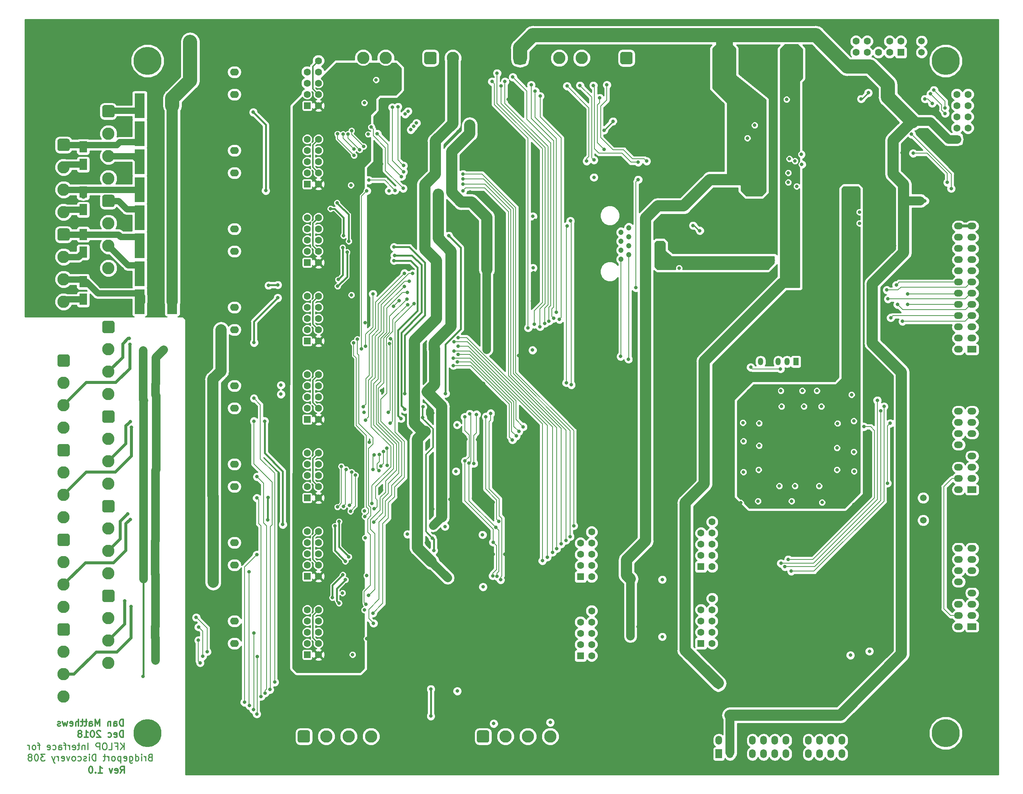
<source format=gbl>
G04 #@! TF.GenerationSoftware,KiCad,Pcbnew,(6.0.0-rc1-dev-1425-g4c184f07a)*
G04 #@! TF.CreationDate,2018-12-27T18:34:51-05:00
G04 #@! TF.ProjectId,Danalog,44616e61-6c6f-4672-9e6b-696361645f70,rev?*
G04 #@! TF.SameCoordinates,Original*
G04 #@! TF.FileFunction,Copper,L4,Bot*
G04 #@! TF.FilePolarity,Positive*
%FSLAX46Y46*%
G04 Gerber Fmt 4.6, Leading zero omitted, Abs format (unit mm)*
G04 Created by KiCad (PCBNEW (6.0.0-rc1-dev-1425-g4c184f07a)) date 12/27/2018 6:34:51 PM*
%MOMM*%
%LPD*%
G04 APERTURE LIST*
%ADD10C,0.300000*%
%ADD11C,0.254000*%
%ADD12R,1.600000X1.600000*%
%ADD13C,1.600000*%
%ADD14R,1.198880X1.699260*%
%ADD15O,1.198880X1.699260*%
%ADD16O,2.000000X1.500000*%
%ADD17R,2.000000X1.500000*%
%ADD18C,4.572000*%
%ADD19C,6.350000*%
%ADD20C,0.100000*%
%ADD21C,2.800000*%
%ADD22R,2.300000X5.600000*%
%ADD23R,1.800000X2.500000*%
%ADD24R,2.000000X2.000000*%
%ADD25O,2.000000X1.600000*%
%ADD26O,1.500000X2.000000*%
%ADD27R,1.500000X2.000000*%
%ADD28C,1.500000*%
%ADD29C,1.198880*%
%ADD30C,0.812800*%
%ADD31C,0.635000*%
%ADD32C,1.905000*%
%ADD33C,2.032000*%
%ADD34C,2.540000*%
%ADD35C,3.810000*%
%ADD36C,3.175000*%
%ADD37C,0.304800*%
%ADD38C,0.203200*%
%ADD39C,0.889000*%
%ADD40C,0.381000*%
%ADD41C,1.397000*%
G04 APERTURE END LIST*
D10*
X66861142Y-224960571D02*
X67361142Y-224246285D01*
X67718285Y-224960571D02*
X67718285Y-223460571D01*
X67146857Y-223460571D01*
X67004000Y-223532000D01*
X66932571Y-223603428D01*
X66861142Y-223746285D01*
X66861142Y-223960571D01*
X66932571Y-224103428D01*
X67004000Y-224174857D01*
X67146857Y-224246285D01*
X67718285Y-224246285D01*
X65646857Y-224889142D02*
X65789714Y-224960571D01*
X66075428Y-224960571D01*
X66218285Y-224889142D01*
X66289714Y-224746285D01*
X66289714Y-224174857D01*
X66218285Y-224032000D01*
X66075428Y-223960571D01*
X65789714Y-223960571D01*
X65646857Y-224032000D01*
X65575428Y-224174857D01*
X65575428Y-224317714D01*
X66289714Y-224460571D01*
X65075428Y-223960571D02*
X64718285Y-224960571D01*
X64361142Y-223960571D01*
X61861142Y-224960571D02*
X62718285Y-224960571D01*
X62289714Y-224960571D02*
X62289714Y-223460571D01*
X62432571Y-223674857D01*
X62575428Y-223817714D01*
X62718285Y-223889142D01*
X61218285Y-224817714D02*
X61146857Y-224889142D01*
X61218285Y-224960571D01*
X61289714Y-224889142D01*
X61218285Y-224817714D01*
X61218285Y-224960571D01*
X60218285Y-223460571D02*
X60075428Y-223460571D01*
X59932571Y-223532000D01*
X59861142Y-223603428D01*
X59789714Y-223746285D01*
X59718285Y-224032000D01*
X59718285Y-224389142D01*
X59789714Y-224674857D01*
X59861142Y-224817714D01*
X59932571Y-224889142D01*
X60075428Y-224960571D01*
X60218285Y-224960571D01*
X60361142Y-224889142D01*
X60432571Y-224817714D01*
X60504000Y-224674857D01*
X60575428Y-224389142D01*
X60575428Y-224032000D01*
X60504000Y-223746285D01*
X60432571Y-223603428D01*
X60361142Y-223532000D01*
X60218285Y-223460571D01*
X67519857Y-214287571D02*
X67519857Y-212787571D01*
X67162714Y-212787571D01*
X66948428Y-212859000D01*
X66805571Y-213001857D01*
X66734142Y-213144714D01*
X66662714Y-213430428D01*
X66662714Y-213644714D01*
X66734142Y-213930428D01*
X66805571Y-214073285D01*
X66948428Y-214216142D01*
X67162714Y-214287571D01*
X67519857Y-214287571D01*
X65377000Y-214287571D02*
X65377000Y-213501857D01*
X65448428Y-213359000D01*
X65591285Y-213287571D01*
X65877000Y-213287571D01*
X66019857Y-213359000D01*
X65377000Y-214216142D02*
X65519857Y-214287571D01*
X65877000Y-214287571D01*
X66019857Y-214216142D01*
X66091285Y-214073285D01*
X66091285Y-213930428D01*
X66019857Y-213787571D01*
X65877000Y-213716142D01*
X65519857Y-213716142D01*
X65377000Y-213644714D01*
X64662714Y-213287571D02*
X64662714Y-214287571D01*
X64662714Y-213430428D02*
X64591285Y-213359000D01*
X64448428Y-213287571D01*
X64234142Y-213287571D01*
X64091285Y-213359000D01*
X64019857Y-213501857D01*
X64019857Y-214287571D01*
X62162714Y-214287571D02*
X62162714Y-212787571D01*
X61662714Y-213859000D01*
X61162714Y-212787571D01*
X61162714Y-214287571D01*
X59805571Y-214287571D02*
X59805571Y-213501857D01*
X59877000Y-213359000D01*
X60019857Y-213287571D01*
X60305571Y-213287571D01*
X60448428Y-213359000D01*
X59805571Y-214216142D02*
X59948428Y-214287571D01*
X60305571Y-214287571D01*
X60448428Y-214216142D01*
X60519857Y-214073285D01*
X60519857Y-213930428D01*
X60448428Y-213787571D01*
X60305571Y-213716142D01*
X59948428Y-213716142D01*
X59805571Y-213644714D01*
X59305571Y-213287571D02*
X58734142Y-213287571D01*
X59091285Y-212787571D02*
X59091285Y-214073285D01*
X59019857Y-214216142D01*
X58877000Y-214287571D01*
X58734142Y-214287571D01*
X58448428Y-213287571D02*
X57877000Y-213287571D01*
X58234142Y-212787571D02*
X58234142Y-214073285D01*
X58162714Y-214216142D01*
X58019857Y-214287571D01*
X57877000Y-214287571D01*
X57377000Y-214287571D02*
X57377000Y-212787571D01*
X56734142Y-214287571D02*
X56734142Y-213501857D01*
X56805571Y-213359000D01*
X56948428Y-213287571D01*
X57162714Y-213287571D01*
X57305571Y-213359000D01*
X57377000Y-213430428D01*
X55448428Y-214216142D02*
X55591285Y-214287571D01*
X55877000Y-214287571D01*
X56019857Y-214216142D01*
X56091285Y-214073285D01*
X56091285Y-213501857D01*
X56019857Y-213359000D01*
X55877000Y-213287571D01*
X55591285Y-213287571D01*
X55448428Y-213359000D01*
X55377000Y-213501857D01*
X55377000Y-213644714D01*
X56091285Y-213787571D01*
X54877000Y-213287571D02*
X54591285Y-214287571D01*
X54305571Y-213573285D01*
X54019857Y-214287571D01*
X53734142Y-213287571D01*
X53234142Y-214216142D02*
X53091285Y-214287571D01*
X52805571Y-214287571D01*
X52662714Y-214216142D01*
X52591285Y-214073285D01*
X52591285Y-214001857D01*
X52662714Y-213859000D01*
X52805571Y-213787571D01*
X53019857Y-213787571D01*
X53162714Y-213716142D01*
X53234142Y-213573285D01*
X53234142Y-213501857D01*
X53162714Y-213359000D01*
X53019857Y-213287571D01*
X52805571Y-213287571D01*
X52662714Y-213359000D01*
X67519857Y-216837571D02*
X67519857Y-215337571D01*
X67162714Y-215337571D01*
X66948428Y-215409000D01*
X66805571Y-215551857D01*
X66734142Y-215694714D01*
X66662714Y-215980428D01*
X66662714Y-216194714D01*
X66734142Y-216480428D01*
X66805571Y-216623285D01*
X66948428Y-216766142D01*
X67162714Y-216837571D01*
X67519857Y-216837571D01*
X65448428Y-216766142D02*
X65591285Y-216837571D01*
X65877000Y-216837571D01*
X66019857Y-216766142D01*
X66091285Y-216623285D01*
X66091285Y-216051857D01*
X66019857Y-215909000D01*
X65877000Y-215837571D01*
X65591285Y-215837571D01*
X65448428Y-215909000D01*
X65377000Y-216051857D01*
X65377000Y-216194714D01*
X66091285Y-216337571D01*
X64091285Y-216766142D02*
X64234142Y-216837571D01*
X64519857Y-216837571D01*
X64662714Y-216766142D01*
X64734142Y-216694714D01*
X64805571Y-216551857D01*
X64805571Y-216123285D01*
X64734142Y-215980428D01*
X64662714Y-215909000D01*
X64519857Y-215837571D01*
X64234142Y-215837571D01*
X64091285Y-215909000D01*
X62377000Y-215480428D02*
X62305571Y-215409000D01*
X62162714Y-215337571D01*
X61805571Y-215337571D01*
X61662714Y-215409000D01*
X61591285Y-215480428D01*
X61519857Y-215623285D01*
X61519857Y-215766142D01*
X61591285Y-215980428D01*
X62448428Y-216837571D01*
X61519857Y-216837571D01*
X60591285Y-215337571D02*
X60448428Y-215337571D01*
X60305571Y-215409000D01*
X60234142Y-215480428D01*
X60162714Y-215623285D01*
X60091285Y-215909000D01*
X60091285Y-216266142D01*
X60162714Y-216551857D01*
X60234142Y-216694714D01*
X60305571Y-216766142D01*
X60448428Y-216837571D01*
X60591285Y-216837571D01*
X60734142Y-216766142D01*
X60805571Y-216694714D01*
X60877000Y-216551857D01*
X60948428Y-216266142D01*
X60948428Y-215909000D01*
X60877000Y-215623285D01*
X60805571Y-215480428D01*
X60734142Y-215409000D01*
X60591285Y-215337571D01*
X58662714Y-216837571D02*
X59519857Y-216837571D01*
X59091285Y-216837571D02*
X59091285Y-215337571D01*
X59234142Y-215551857D01*
X59377000Y-215694714D01*
X59519857Y-215766142D01*
X57805571Y-215980428D02*
X57948428Y-215909000D01*
X58019857Y-215837571D01*
X58091285Y-215694714D01*
X58091285Y-215623285D01*
X58019857Y-215480428D01*
X57948428Y-215409000D01*
X57805571Y-215337571D01*
X57519857Y-215337571D01*
X57377000Y-215409000D01*
X57305571Y-215480428D01*
X57234142Y-215623285D01*
X57234142Y-215694714D01*
X57305571Y-215837571D01*
X57377000Y-215909000D01*
X57519857Y-215980428D01*
X57805571Y-215980428D01*
X57948428Y-216051857D01*
X58019857Y-216123285D01*
X58091285Y-216266142D01*
X58091285Y-216551857D01*
X58019857Y-216694714D01*
X57948428Y-216766142D01*
X57805571Y-216837571D01*
X57519857Y-216837571D01*
X57377000Y-216766142D01*
X57305571Y-216694714D01*
X57234142Y-216551857D01*
X57234142Y-216266142D01*
X57305571Y-216123285D01*
X57377000Y-216051857D01*
X57519857Y-215980428D01*
D11*
X67702528Y-219644571D02*
X67702528Y-218144571D01*
X66845385Y-219644571D02*
X67488242Y-218787428D01*
X66845385Y-218144571D02*
X67702528Y-219001714D01*
X65702528Y-218858857D02*
X66202528Y-218858857D01*
X66202528Y-219644571D02*
X66202528Y-218144571D01*
X65488242Y-218144571D01*
X64202528Y-219644571D02*
X64916814Y-219644571D01*
X64916814Y-218144571D01*
X63416814Y-218144571D02*
X63131100Y-218144571D01*
X62988242Y-218216000D01*
X62845385Y-218358857D01*
X62773957Y-218644571D01*
X62773957Y-219144571D01*
X62845385Y-219430285D01*
X62988242Y-219573142D01*
X63131100Y-219644571D01*
X63416814Y-219644571D01*
X63559671Y-219573142D01*
X63702528Y-219430285D01*
X63773957Y-219144571D01*
X63773957Y-218644571D01*
X63702528Y-218358857D01*
X63559671Y-218216000D01*
X63416814Y-218144571D01*
X62131100Y-219644571D02*
X62131100Y-218144571D01*
X61559671Y-218144571D01*
X61416814Y-218216000D01*
X61345385Y-218287428D01*
X61273957Y-218430285D01*
X61273957Y-218644571D01*
X61345385Y-218787428D01*
X61416814Y-218858857D01*
X61559671Y-218930285D01*
X62131100Y-218930285D01*
X59488242Y-219644571D02*
X59488242Y-218144571D01*
X58773957Y-218644571D02*
X58773957Y-219644571D01*
X58773957Y-218787428D02*
X58702528Y-218716000D01*
X58559671Y-218644571D01*
X58345385Y-218644571D01*
X58202528Y-218716000D01*
X58131100Y-218858857D01*
X58131100Y-219644571D01*
X57631100Y-218644571D02*
X57059671Y-218644571D01*
X57416814Y-218144571D02*
X57416814Y-219430285D01*
X57345385Y-219573142D01*
X57202528Y-219644571D01*
X57059671Y-219644571D01*
X55988242Y-219573142D02*
X56131100Y-219644571D01*
X56416814Y-219644571D01*
X56559671Y-219573142D01*
X56631100Y-219430285D01*
X56631100Y-218858857D01*
X56559671Y-218716000D01*
X56416814Y-218644571D01*
X56131100Y-218644571D01*
X55988242Y-218716000D01*
X55916814Y-218858857D01*
X55916814Y-219001714D01*
X56631100Y-219144571D01*
X55273957Y-219644571D02*
X55273957Y-218644571D01*
X55273957Y-218930285D02*
X55202528Y-218787428D01*
X55131100Y-218716000D01*
X54988242Y-218644571D01*
X54845385Y-218644571D01*
X54559671Y-218644571D02*
X53988242Y-218644571D01*
X54345385Y-219644571D02*
X54345385Y-218358857D01*
X54273957Y-218216000D01*
X54131100Y-218144571D01*
X53988242Y-218144571D01*
X52845385Y-219644571D02*
X52845385Y-218858857D01*
X52916814Y-218716000D01*
X53059671Y-218644571D01*
X53345385Y-218644571D01*
X53488242Y-218716000D01*
X52845385Y-219573142D02*
X52988242Y-219644571D01*
X53345385Y-219644571D01*
X53488242Y-219573142D01*
X53559671Y-219430285D01*
X53559671Y-219287428D01*
X53488242Y-219144571D01*
X53345385Y-219073142D01*
X52988242Y-219073142D01*
X52845385Y-219001714D01*
X51488242Y-219573142D02*
X51631100Y-219644571D01*
X51916814Y-219644571D01*
X52059671Y-219573142D01*
X52131100Y-219501714D01*
X52202528Y-219358857D01*
X52202528Y-218930285D01*
X52131100Y-218787428D01*
X52059671Y-218716000D01*
X51916814Y-218644571D01*
X51631100Y-218644571D01*
X51488242Y-218716000D01*
X50273957Y-219573142D02*
X50416814Y-219644571D01*
X50702528Y-219644571D01*
X50845385Y-219573142D01*
X50916814Y-219430285D01*
X50916814Y-218858857D01*
X50845385Y-218716000D01*
X50702528Y-218644571D01*
X50416814Y-218644571D01*
X50273957Y-218716000D01*
X50202528Y-218858857D01*
X50202528Y-219001714D01*
X50916814Y-219144571D01*
X48631100Y-218644571D02*
X48059671Y-218644571D01*
X48416814Y-219644571D02*
X48416814Y-218358857D01*
X48345385Y-218216000D01*
X48202528Y-218144571D01*
X48059671Y-218144571D01*
X47345385Y-219644571D02*
X47488242Y-219573142D01*
X47559671Y-219501714D01*
X47631100Y-219358857D01*
X47631100Y-218930285D01*
X47559671Y-218787428D01*
X47488242Y-218716000D01*
X47345385Y-218644571D01*
X47131100Y-218644571D01*
X46988242Y-218716000D01*
X46916814Y-218787428D01*
X46845385Y-218930285D01*
X46845385Y-219358857D01*
X46916814Y-219501714D01*
X46988242Y-219573142D01*
X47131100Y-219644571D01*
X47345385Y-219644571D01*
X46202528Y-219644571D02*
X46202528Y-218644571D01*
X46202528Y-218930285D02*
X46131100Y-218787428D01*
X46059671Y-218716000D01*
X45916814Y-218644571D01*
X45773957Y-218644571D01*
X73559671Y-221362857D02*
X73345385Y-221434285D01*
X73273957Y-221505714D01*
X73202528Y-221648571D01*
X73202528Y-221862857D01*
X73273957Y-222005714D01*
X73345385Y-222077142D01*
X73488242Y-222148571D01*
X74059671Y-222148571D01*
X74059671Y-220648571D01*
X73559671Y-220648571D01*
X73416814Y-220720000D01*
X73345385Y-220791428D01*
X73273957Y-220934285D01*
X73273957Y-221077142D01*
X73345385Y-221220000D01*
X73416814Y-221291428D01*
X73559671Y-221362857D01*
X74059671Y-221362857D01*
X72559671Y-222148571D02*
X72559671Y-221148571D01*
X72559671Y-221434285D02*
X72488242Y-221291428D01*
X72416814Y-221220000D01*
X72273957Y-221148571D01*
X72131100Y-221148571D01*
X71631100Y-222148571D02*
X71631100Y-221148571D01*
X71631100Y-220648571D02*
X71702528Y-220720000D01*
X71631100Y-220791428D01*
X71559671Y-220720000D01*
X71631100Y-220648571D01*
X71631100Y-220791428D01*
X70273957Y-222148571D02*
X70273957Y-220648571D01*
X70273957Y-222077142D02*
X70416814Y-222148571D01*
X70702528Y-222148571D01*
X70845385Y-222077142D01*
X70916814Y-222005714D01*
X70988242Y-221862857D01*
X70988242Y-221434285D01*
X70916814Y-221291428D01*
X70845385Y-221220000D01*
X70702528Y-221148571D01*
X70416814Y-221148571D01*
X70273957Y-221220000D01*
X68916814Y-221148571D02*
X68916814Y-222362857D01*
X68988242Y-222505714D01*
X69059671Y-222577142D01*
X69202528Y-222648571D01*
X69416814Y-222648571D01*
X69559671Y-222577142D01*
X68916814Y-222077142D02*
X69059671Y-222148571D01*
X69345385Y-222148571D01*
X69488242Y-222077142D01*
X69559671Y-222005714D01*
X69631100Y-221862857D01*
X69631100Y-221434285D01*
X69559671Y-221291428D01*
X69488242Y-221220000D01*
X69345385Y-221148571D01*
X69059671Y-221148571D01*
X68916814Y-221220000D01*
X67631100Y-222077142D02*
X67773957Y-222148571D01*
X68059671Y-222148571D01*
X68202528Y-222077142D01*
X68273957Y-221934285D01*
X68273957Y-221362857D01*
X68202528Y-221220000D01*
X68059671Y-221148571D01*
X67773957Y-221148571D01*
X67631100Y-221220000D01*
X67559671Y-221362857D01*
X67559671Y-221505714D01*
X68273957Y-221648571D01*
X66916814Y-221148571D02*
X66916814Y-222648571D01*
X66916814Y-221220000D02*
X66773957Y-221148571D01*
X66488242Y-221148571D01*
X66345385Y-221220000D01*
X66273957Y-221291428D01*
X66202528Y-221434285D01*
X66202528Y-221862857D01*
X66273957Y-222005714D01*
X66345385Y-222077142D01*
X66488242Y-222148571D01*
X66773957Y-222148571D01*
X66916814Y-222077142D01*
X65345385Y-222148571D02*
X65488242Y-222077142D01*
X65559671Y-222005714D01*
X65631099Y-221862857D01*
X65631099Y-221434285D01*
X65559671Y-221291428D01*
X65488242Y-221220000D01*
X65345385Y-221148571D01*
X65131099Y-221148571D01*
X64988242Y-221220000D01*
X64916814Y-221291428D01*
X64845385Y-221434285D01*
X64845385Y-221862857D01*
X64916814Y-222005714D01*
X64988242Y-222077142D01*
X65131099Y-222148571D01*
X65345385Y-222148571D01*
X64202528Y-222148571D02*
X64202528Y-221148571D01*
X64202528Y-221434285D02*
X64131099Y-221291428D01*
X64059671Y-221220000D01*
X63916814Y-221148571D01*
X63773957Y-221148571D01*
X63488242Y-221148571D02*
X62916814Y-221148571D01*
X63273957Y-220648571D02*
X63273957Y-221934285D01*
X63202528Y-222077142D01*
X63059671Y-222148571D01*
X62916814Y-222148571D01*
X61273957Y-222148571D02*
X61273957Y-220648571D01*
X60916814Y-220648571D01*
X60702528Y-220720000D01*
X60559671Y-220862857D01*
X60488242Y-221005714D01*
X60416814Y-221291428D01*
X60416814Y-221505714D01*
X60488242Y-221791428D01*
X60559671Y-221934285D01*
X60702528Y-222077142D01*
X60916814Y-222148571D01*
X61273957Y-222148571D01*
X59773957Y-222148571D02*
X59773957Y-221148571D01*
X59773957Y-220648571D02*
X59845385Y-220720000D01*
X59773957Y-220791428D01*
X59702528Y-220720000D01*
X59773957Y-220648571D01*
X59773957Y-220791428D01*
X59131099Y-222077142D02*
X58988242Y-222148571D01*
X58702528Y-222148571D01*
X58559671Y-222077142D01*
X58488242Y-221934285D01*
X58488242Y-221862857D01*
X58559671Y-221720000D01*
X58702528Y-221648571D01*
X58916814Y-221648571D01*
X59059671Y-221577142D01*
X59131099Y-221434285D01*
X59131099Y-221362857D01*
X59059671Y-221220000D01*
X58916814Y-221148571D01*
X58702528Y-221148571D01*
X58559671Y-221220000D01*
X57202528Y-222077142D02*
X57345385Y-222148571D01*
X57631099Y-222148571D01*
X57773957Y-222077142D01*
X57845385Y-222005714D01*
X57916814Y-221862857D01*
X57916814Y-221434285D01*
X57845385Y-221291428D01*
X57773957Y-221220000D01*
X57631099Y-221148571D01*
X57345385Y-221148571D01*
X57202528Y-221220000D01*
X56345385Y-222148571D02*
X56488242Y-222077142D01*
X56559671Y-222005714D01*
X56631099Y-221862857D01*
X56631099Y-221434285D01*
X56559671Y-221291428D01*
X56488242Y-221220000D01*
X56345385Y-221148571D01*
X56131099Y-221148571D01*
X55988242Y-221220000D01*
X55916814Y-221291428D01*
X55845385Y-221434285D01*
X55845385Y-221862857D01*
X55916814Y-222005714D01*
X55988242Y-222077142D01*
X56131099Y-222148571D01*
X56345385Y-222148571D01*
X55345385Y-221148571D02*
X54988242Y-222148571D01*
X54631099Y-221148571D01*
X53488242Y-222077142D02*
X53631099Y-222148571D01*
X53916814Y-222148571D01*
X54059671Y-222077142D01*
X54131099Y-221934285D01*
X54131099Y-221362857D01*
X54059671Y-221220000D01*
X53916814Y-221148571D01*
X53631099Y-221148571D01*
X53488242Y-221220000D01*
X53416814Y-221362857D01*
X53416814Y-221505714D01*
X54131099Y-221648571D01*
X52773957Y-222148571D02*
X52773957Y-221148571D01*
X52773957Y-221434285D02*
X52702528Y-221291428D01*
X52631099Y-221220000D01*
X52488242Y-221148571D01*
X52345385Y-221148571D01*
X51988242Y-221148571D02*
X51631099Y-222148571D01*
X51273957Y-221148571D02*
X51631099Y-222148571D01*
X51773957Y-222505714D01*
X51845385Y-222577142D01*
X51988242Y-222648571D01*
X49702528Y-220648571D02*
X48773957Y-220648571D01*
X49273957Y-221220000D01*
X49059671Y-221220000D01*
X48916814Y-221291428D01*
X48845385Y-221362857D01*
X48773957Y-221505714D01*
X48773957Y-221862857D01*
X48845385Y-222005714D01*
X48916814Y-222077142D01*
X49059671Y-222148571D01*
X49488242Y-222148571D01*
X49631099Y-222077142D01*
X49702528Y-222005714D01*
X47845385Y-220648571D02*
X47702528Y-220648571D01*
X47559671Y-220720000D01*
X47488242Y-220791428D01*
X47416814Y-220934285D01*
X47345385Y-221220000D01*
X47345385Y-221577142D01*
X47416814Y-221862857D01*
X47488242Y-222005714D01*
X47559671Y-222077142D01*
X47702528Y-222148571D01*
X47845385Y-222148571D01*
X47988242Y-222077142D01*
X48059671Y-222005714D01*
X48131099Y-221862857D01*
X48202528Y-221577142D01*
X48202528Y-221220000D01*
X48131099Y-220934285D01*
X48059671Y-220791428D01*
X47988242Y-220720000D01*
X47845385Y-220648571D01*
X46488242Y-221291428D02*
X46631099Y-221220000D01*
X46702528Y-221148571D01*
X46773957Y-221005714D01*
X46773957Y-220934285D01*
X46702528Y-220791428D01*
X46631099Y-220720000D01*
X46488242Y-220648571D01*
X46202528Y-220648571D01*
X46059671Y-220720000D01*
X45988242Y-220791428D01*
X45916814Y-220934285D01*
X45916814Y-221005714D01*
X45988242Y-221148571D01*
X46059671Y-221220000D01*
X46202528Y-221291428D01*
X46488242Y-221291428D01*
X46631099Y-221362857D01*
X46702528Y-221434285D01*
X46773957Y-221577142D01*
X46773957Y-221862857D01*
X46702528Y-222005714D01*
X46631099Y-222077142D01*
X46488242Y-222148571D01*
X46202528Y-222148571D01*
X46059671Y-222077142D01*
X45988242Y-222005714D01*
X45916814Y-221862857D01*
X45916814Y-221577142D01*
X45988242Y-221434285D01*
X46059671Y-221362857D01*
X46202528Y-221291428D01*
D12*
X198501000Y-195580000D03*
D13*
X201041000Y-195580000D03*
X198501000Y-193040000D03*
X201041000Y-193040000D03*
X198501000Y-190500000D03*
X201041000Y-190500000D03*
X198501000Y-187960000D03*
X201041000Y-187960000D03*
X198501000Y-185420000D03*
X201041000Y-185420000D03*
D14*
X220030040Y-131699000D03*
D15*
X216027000Y-131699000D03*
X218028520Y-131699000D03*
X214028020Y-131699000D03*
X212026500Y-131699000D03*
D12*
X109220000Y-198120000D03*
D13*
X111760000Y-198120000D03*
X109220000Y-195580000D03*
X111760000Y-195580000D03*
X109220000Y-193040000D03*
X111760000Y-193040000D03*
X109220000Y-190500000D03*
X111760000Y-190500000D03*
X109220000Y-187960000D03*
X111760000Y-187960000D03*
X111760000Y-170180000D03*
X109220000Y-170180000D03*
X111760000Y-172720000D03*
X109220000Y-172720000D03*
X111760000Y-175260000D03*
X109220000Y-175260000D03*
X111760000Y-177800000D03*
X109220000Y-177800000D03*
X111760000Y-180340000D03*
D12*
X109220000Y-180340000D03*
X109220000Y-162560000D03*
D13*
X111760000Y-162560000D03*
X109220000Y-160020000D03*
X111760000Y-160020000D03*
X109220000Y-157480000D03*
X111760000Y-157480000D03*
X109220000Y-154940000D03*
X111760000Y-154940000D03*
X109220000Y-152400000D03*
X111760000Y-152400000D03*
X111760000Y-134620000D03*
X109220000Y-134620000D03*
X111760000Y-137160000D03*
X109220000Y-137160000D03*
X111760000Y-139700000D03*
X109220000Y-139700000D03*
X111760000Y-142240000D03*
X109220000Y-142240000D03*
X111760000Y-144780000D03*
D12*
X109220000Y-144780000D03*
X109220000Y-127000000D03*
D13*
X111760000Y-127000000D03*
X109220000Y-124460000D03*
X111760000Y-124460000D03*
X109220000Y-121920000D03*
X111760000Y-121920000D03*
X109220000Y-119380000D03*
X111760000Y-119380000D03*
X109220000Y-116840000D03*
X111760000Y-116840000D03*
D16*
X256925000Y-173990000D03*
X259965000Y-173990000D03*
X259965000Y-176530000D03*
X256925000Y-176530000D03*
X256925000Y-179070000D03*
X259965000Y-179070000D03*
X259965000Y-181610000D03*
X256925000Y-181610000D03*
X256925000Y-184150000D03*
X259965000Y-184150000D03*
D17*
X259965000Y-191770000D03*
D16*
X256925000Y-191770000D03*
X259965000Y-189230000D03*
X256925000Y-189230000D03*
X259965000Y-186690000D03*
X256925000Y-186690000D03*
X256925000Y-155627000D03*
X259965000Y-155627000D03*
X256925000Y-158167000D03*
X259965000Y-158167000D03*
X256925000Y-160707000D03*
D17*
X259965000Y-160707000D03*
D16*
X259965000Y-153087000D03*
X256925000Y-153087000D03*
X256925000Y-150547000D03*
X259965000Y-150547000D03*
X259965000Y-148007000D03*
X256925000Y-148007000D03*
X256925000Y-145467000D03*
X259965000Y-145467000D03*
X259965000Y-142927000D03*
X256925000Y-142927000D03*
X259965000Y-98425000D03*
X256925000Y-98425000D03*
X256925000Y-100965000D03*
X259965000Y-100965000D03*
X259965000Y-103505000D03*
X256925000Y-103505000D03*
X256925000Y-106045000D03*
X259965000Y-106045000D03*
X259965000Y-108585000D03*
X256925000Y-108585000D03*
X256925000Y-111125000D03*
X259965000Y-111125000D03*
X259965000Y-113665000D03*
X256925000Y-113665000D03*
X256925000Y-116205000D03*
X259965000Y-116205000D03*
X259965000Y-118745000D03*
X256925000Y-118745000D03*
X256925000Y-121285000D03*
X259965000Y-121285000D03*
D17*
X259965000Y-128905000D03*
D16*
X256925000Y-128905000D03*
X259965000Y-126365000D03*
X256925000Y-126365000D03*
X259965000Y-123825000D03*
X256925000Y-123825000D03*
D18*
X259603000Y-207697000D03*
X248173000Y-207697000D03*
X248173000Y-151817000D03*
X248173000Y-88317000D03*
X259603000Y-88317000D03*
X191023000Y-88317000D03*
X179593000Y-88317000D03*
X191023000Y-151817000D03*
X179593000Y-151817000D03*
X179593000Y-160707000D03*
X179593000Y-207697000D03*
X191023000Y-207697000D03*
D19*
X254000000Y-215900000D03*
X73025000Y-215900000D03*
X254000000Y-63500000D03*
X73025000Y-63500000D03*
D20*
G36*
X65029890Y-73532697D02*
G01*
X65084251Y-73540760D01*
X65137559Y-73554113D01*
X65189303Y-73572627D01*
X65238982Y-73596124D01*
X65286119Y-73624377D01*
X65330260Y-73657114D01*
X65370980Y-73694020D01*
X65407886Y-73734740D01*
X65440623Y-73778881D01*
X65468876Y-73826018D01*
X65492373Y-73875697D01*
X65510887Y-73927441D01*
X65524240Y-73980749D01*
X65532303Y-74035110D01*
X65535000Y-74090000D01*
X65535000Y-75770000D01*
X65532303Y-75824890D01*
X65524240Y-75879251D01*
X65510887Y-75932559D01*
X65492373Y-75984303D01*
X65468876Y-76033982D01*
X65440623Y-76081119D01*
X65407886Y-76125260D01*
X65370980Y-76165980D01*
X65330260Y-76202886D01*
X65286119Y-76235623D01*
X65238982Y-76263876D01*
X65189303Y-76287373D01*
X65137559Y-76305887D01*
X65084251Y-76319240D01*
X65029890Y-76327303D01*
X64975000Y-76330000D01*
X63295000Y-76330000D01*
X63240110Y-76327303D01*
X63185749Y-76319240D01*
X63132441Y-76305887D01*
X63080697Y-76287373D01*
X63031018Y-76263876D01*
X62983881Y-76235623D01*
X62939740Y-76202886D01*
X62899020Y-76165980D01*
X62862114Y-76125260D01*
X62829377Y-76081119D01*
X62801124Y-76033982D01*
X62777627Y-75984303D01*
X62759113Y-75932559D01*
X62745760Y-75879251D01*
X62737697Y-75824890D01*
X62735000Y-75770000D01*
X62735000Y-74090000D01*
X62737697Y-74035110D01*
X62745760Y-73980749D01*
X62759113Y-73927441D01*
X62777627Y-73875697D01*
X62801124Y-73826018D01*
X62829377Y-73778881D01*
X62862114Y-73734740D01*
X62899020Y-73694020D01*
X62939740Y-73657114D01*
X62983881Y-73624377D01*
X63031018Y-73596124D01*
X63080697Y-73572627D01*
X63132441Y-73554113D01*
X63185749Y-73540760D01*
X63240110Y-73532697D01*
X63295000Y-73530000D01*
X64975000Y-73530000D01*
X65029890Y-73532697D01*
X65029890Y-73532697D01*
G37*
D21*
X64135000Y-74930000D03*
X64135000Y-80010000D03*
X64135000Y-85090000D03*
X64135000Y-90170000D03*
D20*
G36*
X54869890Y-81152697D02*
G01*
X54924251Y-81160760D01*
X54977559Y-81174113D01*
X55029303Y-81192627D01*
X55078982Y-81216124D01*
X55126119Y-81244377D01*
X55170260Y-81277114D01*
X55210980Y-81314020D01*
X55247886Y-81354740D01*
X55280623Y-81398881D01*
X55308876Y-81446018D01*
X55332373Y-81495697D01*
X55350887Y-81547441D01*
X55364240Y-81600749D01*
X55372303Y-81655110D01*
X55375000Y-81710000D01*
X55375000Y-83390000D01*
X55372303Y-83444890D01*
X55364240Y-83499251D01*
X55350887Y-83552559D01*
X55332373Y-83604303D01*
X55308876Y-83653982D01*
X55280623Y-83701119D01*
X55247886Y-83745260D01*
X55210980Y-83785980D01*
X55170260Y-83822886D01*
X55126119Y-83855623D01*
X55078982Y-83883876D01*
X55029303Y-83907373D01*
X54977559Y-83925887D01*
X54924251Y-83939240D01*
X54869890Y-83947303D01*
X54815000Y-83950000D01*
X53135000Y-83950000D01*
X53080110Y-83947303D01*
X53025749Y-83939240D01*
X52972441Y-83925887D01*
X52920697Y-83907373D01*
X52871018Y-83883876D01*
X52823881Y-83855623D01*
X52779740Y-83822886D01*
X52739020Y-83785980D01*
X52702114Y-83745260D01*
X52669377Y-83701119D01*
X52641124Y-83653982D01*
X52617627Y-83604303D01*
X52599113Y-83552559D01*
X52585760Y-83499251D01*
X52577697Y-83444890D01*
X52575000Y-83390000D01*
X52575000Y-81710000D01*
X52577697Y-81655110D01*
X52585760Y-81600749D01*
X52599113Y-81547441D01*
X52617627Y-81495697D01*
X52641124Y-81446018D01*
X52669377Y-81398881D01*
X52702114Y-81354740D01*
X52739020Y-81314020D01*
X52779740Y-81277114D01*
X52823881Y-81244377D01*
X52871018Y-81216124D01*
X52920697Y-81192627D01*
X52972441Y-81174113D01*
X53025749Y-81160760D01*
X53080110Y-81152697D01*
X53135000Y-81150000D01*
X54815000Y-81150000D01*
X54869890Y-81152697D01*
X54869890Y-81152697D01*
G37*
D21*
X53975000Y-82550000D03*
X53975000Y-87630000D03*
X53975000Y-92710000D03*
X53975000Y-97790000D03*
D22*
X71230000Y-80010000D03*
X78630000Y-80010000D03*
X78630000Y-92710000D03*
X71230000Y-92710000D03*
X78630000Y-73660000D03*
X71230000Y-73660000D03*
X71230000Y-86360000D03*
X78630000Y-86360000D03*
X78630000Y-105410000D03*
X71230000Y-105410000D03*
X71230000Y-118110000D03*
X78630000Y-118110000D03*
X71230000Y-99060000D03*
X78630000Y-99060000D03*
X78630000Y-111760000D03*
X71230000Y-111760000D03*
D20*
G36*
X65029890Y-93852697D02*
G01*
X65084251Y-93860760D01*
X65137559Y-93874113D01*
X65189303Y-93892627D01*
X65238982Y-93916124D01*
X65286119Y-93944377D01*
X65330260Y-93977114D01*
X65370980Y-94014020D01*
X65407886Y-94054740D01*
X65440623Y-94098881D01*
X65468876Y-94146018D01*
X65492373Y-94195697D01*
X65510887Y-94247441D01*
X65524240Y-94300749D01*
X65532303Y-94355110D01*
X65535000Y-94410000D01*
X65535000Y-96090000D01*
X65532303Y-96144890D01*
X65524240Y-96199251D01*
X65510887Y-96252559D01*
X65492373Y-96304303D01*
X65468876Y-96353982D01*
X65440623Y-96401119D01*
X65407886Y-96445260D01*
X65370980Y-96485980D01*
X65330260Y-96522886D01*
X65286119Y-96555623D01*
X65238982Y-96583876D01*
X65189303Y-96607373D01*
X65137559Y-96625887D01*
X65084251Y-96639240D01*
X65029890Y-96647303D01*
X64975000Y-96650000D01*
X63295000Y-96650000D01*
X63240110Y-96647303D01*
X63185749Y-96639240D01*
X63132441Y-96625887D01*
X63080697Y-96607373D01*
X63031018Y-96583876D01*
X62983881Y-96555623D01*
X62939740Y-96522886D01*
X62899020Y-96485980D01*
X62862114Y-96445260D01*
X62829377Y-96401119D01*
X62801124Y-96353982D01*
X62777627Y-96304303D01*
X62759113Y-96252559D01*
X62745760Y-96199251D01*
X62737697Y-96144890D01*
X62735000Y-96090000D01*
X62735000Y-94410000D01*
X62737697Y-94355110D01*
X62745760Y-94300749D01*
X62759113Y-94247441D01*
X62777627Y-94195697D01*
X62801124Y-94146018D01*
X62829377Y-94098881D01*
X62862114Y-94054740D01*
X62899020Y-94014020D01*
X62939740Y-93977114D01*
X62983881Y-93944377D01*
X63031018Y-93916124D01*
X63080697Y-93892627D01*
X63132441Y-93874113D01*
X63185749Y-93860760D01*
X63240110Y-93852697D01*
X63295000Y-93850000D01*
X64975000Y-93850000D01*
X65029890Y-93852697D01*
X65029890Y-93852697D01*
G37*
D21*
X64135000Y-95250000D03*
X64135000Y-100330000D03*
X64135000Y-105410000D03*
X64135000Y-110490000D03*
D20*
G36*
X54869890Y-101472697D02*
G01*
X54924251Y-101480760D01*
X54977559Y-101494113D01*
X55029303Y-101512627D01*
X55078982Y-101536124D01*
X55126119Y-101564377D01*
X55170260Y-101597114D01*
X55210980Y-101634020D01*
X55247886Y-101674740D01*
X55280623Y-101718881D01*
X55308876Y-101766018D01*
X55332373Y-101815697D01*
X55350887Y-101867441D01*
X55364240Y-101920749D01*
X55372303Y-101975110D01*
X55375000Y-102030000D01*
X55375000Y-103710000D01*
X55372303Y-103764890D01*
X55364240Y-103819251D01*
X55350887Y-103872559D01*
X55332373Y-103924303D01*
X55308876Y-103973982D01*
X55280623Y-104021119D01*
X55247886Y-104065260D01*
X55210980Y-104105980D01*
X55170260Y-104142886D01*
X55126119Y-104175623D01*
X55078982Y-104203876D01*
X55029303Y-104227373D01*
X54977559Y-104245887D01*
X54924251Y-104259240D01*
X54869890Y-104267303D01*
X54815000Y-104270000D01*
X53135000Y-104270000D01*
X53080110Y-104267303D01*
X53025749Y-104259240D01*
X52972441Y-104245887D01*
X52920697Y-104227373D01*
X52871018Y-104203876D01*
X52823881Y-104175623D01*
X52779740Y-104142886D01*
X52739020Y-104105980D01*
X52702114Y-104065260D01*
X52669377Y-104021119D01*
X52641124Y-103973982D01*
X52617627Y-103924303D01*
X52599113Y-103872559D01*
X52585760Y-103819251D01*
X52577697Y-103764890D01*
X52575000Y-103710000D01*
X52575000Y-102030000D01*
X52577697Y-101975110D01*
X52585760Y-101920749D01*
X52599113Y-101867441D01*
X52617627Y-101815697D01*
X52641124Y-101766018D01*
X52669377Y-101718881D01*
X52702114Y-101674740D01*
X52739020Y-101634020D01*
X52779740Y-101597114D01*
X52823881Y-101564377D01*
X52871018Y-101536124D01*
X52920697Y-101512627D01*
X52972441Y-101494113D01*
X53025749Y-101480760D01*
X53080110Y-101472697D01*
X53135000Y-101470000D01*
X54815000Y-101470000D01*
X54869890Y-101472697D01*
X54869890Y-101472697D01*
G37*
D21*
X53975000Y-102870000D03*
X53975000Y-107950000D03*
X53975000Y-113030000D03*
X53975000Y-118110000D03*
D23*
X58420000Y-86995000D03*
X58420000Y-82995000D03*
X58420000Y-97250000D03*
X58420000Y-93250000D03*
X58420000Y-102870000D03*
X58420000Y-106870000D03*
X58420000Y-113570000D03*
X58420000Y-117570000D03*
D12*
X109220000Y-109220000D03*
D13*
X111760000Y-109220000D03*
X109220000Y-106680000D03*
X111760000Y-106680000D03*
X109220000Y-104140000D03*
X111760000Y-104140000D03*
X109220000Y-101600000D03*
X111760000Y-101600000D03*
X109220000Y-99060000D03*
X111760000Y-99060000D03*
D12*
X109220000Y-91440000D03*
D13*
X111760000Y-91440000D03*
X109220000Y-88900000D03*
X111760000Y-88900000D03*
X109220000Y-86360000D03*
X111760000Y-86360000D03*
X109220000Y-83820000D03*
X111760000Y-83820000D03*
X109220000Y-81280000D03*
X111760000Y-81280000D03*
X111760000Y-63500000D03*
X109220000Y-63500000D03*
X111760000Y-66040000D03*
X109220000Y-66040000D03*
X111760000Y-68580000D03*
X109220000Y-68580000D03*
X111760000Y-71120000D03*
X109220000Y-71120000D03*
X111760000Y-73660000D03*
D12*
X109220000Y-73660000D03*
D20*
G36*
X54869890Y-130047697D02*
G01*
X54924251Y-130055760D01*
X54977559Y-130069113D01*
X55029303Y-130087627D01*
X55078982Y-130111124D01*
X55126119Y-130139377D01*
X55170260Y-130172114D01*
X55210980Y-130209020D01*
X55247886Y-130249740D01*
X55280623Y-130293881D01*
X55308876Y-130341018D01*
X55332373Y-130390697D01*
X55350887Y-130442441D01*
X55364240Y-130495749D01*
X55372303Y-130550110D01*
X55375000Y-130605000D01*
X55375000Y-132285000D01*
X55372303Y-132339890D01*
X55364240Y-132394251D01*
X55350887Y-132447559D01*
X55332373Y-132499303D01*
X55308876Y-132548982D01*
X55280623Y-132596119D01*
X55247886Y-132640260D01*
X55210980Y-132680980D01*
X55170260Y-132717886D01*
X55126119Y-132750623D01*
X55078982Y-132778876D01*
X55029303Y-132802373D01*
X54977559Y-132820887D01*
X54924251Y-132834240D01*
X54869890Y-132842303D01*
X54815000Y-132845000D01*
X53135000Y-132845000D01*
X53080110Y-132842303D01*
X53025749Y-132834240D01*
X52972441Y-132820887D01*
X52920697Y-132802373D01*
X52871018Y-132778876D01*
X52823881Y-132750623D01*
X52779740Y-132717886D01*
X52739020Y-132680980D01*
X52702114Y-132640260D01*
X52669377Y-132596119D01*
X52641124Y-132548982D01*
X52617627Y-132499303D01*
X52599113Y-132447559D01*
X52585760Y-132394251D01*
X52577697Y-132339890D01*
X52575000Y-132285000D01*
X52575000Y-130605000D01*
X52577697Y-130550110D01*
X52585760Y-130495749D01*
X52599113Y-130442441D01*
X52617627Y-130390697D01*
X52641124Y-130341018D01*
X52669377Y-130293881D01*
X52702114Y-130249740D01*
X52739020Y-130209020D01*
X52779740Y-130172114D01*
X52823881Y-130139377D01*
X52871018Y-130111124D01*
X52920697Y-130087627D01*
X52972441Y-130069113D01*
X53025749Y-130055760D01*
X53080110Y-130047697D01*
X53135000Y-130045000D01*
X54815000Y-130045000D01*
X54869890Y-130047697D01*
X54869890Y-130047697D01*
G37*
D21*
X53975000Y-131445000D03*
X53975000Y-136525000D03*
X53975000Y-141605000D03*
X53975000Y-146685000D03*
X64135000Y-139065000D03*
X64135000Y-133985000D03*
X64135000Y-128905000D03*
D20*
G36*
X65029890Y-122427697D02*
G01*
X65084251Y-122435760D01*
X65137559Y-122449113D01*
X65189303Y-122467627D01*
X65238982Y-122491124D01*
X65286119Y-122519377D01*
X65330260Y-122552114D01*
X65370980Y-122589020D01*
X65407886Y-122629740D01*
X65440623Y-122673881D01*
X65468876Y-122721018D01*
X65492373Y-122770697D01*
X65510887Y-122822441D01*
X65524240Y-122875749D01*
X65532303Y-122930110D01*
X65535000Y-122985000D01*
X65535000Y-124665000D01*
X65532303Y-124719890D01*
X65524240Y-124774251D01*
X65510887Y-124827559D01*
X65492373Y-124879303D01*
X65468876Y-124928982D01*
X65440623Y-124976119D01*
X65407886Y-125020260D01*
X65370980Y-125060980D01*
X65330260Y-125097886D01*
X65286119Y-125130623D01*
X65238982Y-125158876D01*
X65189303Y-125182373D01*
X65137559Y-125200887D01*
X65084251Y-125214240D01*
X65029890Y-125222303D01*
X64975000Y-125225000D01*
X63295000Y-125225000D01*
X63240110Y-125222303D01*
X63185749Y-125214240D01*
X63132441Y-125200887D01*
X63080697Y-125182373D01*
X63031018Y-125158876D01*
X62983881Y-125130623D01*
X62939740Y-125097886D01*
X62899020Y-125060980D01*
X62862114Y-125020260D01*
X62829377Y-124976119D01*
X62801124Y-124928982D01*
X62777627Y-124879303D01*
X62759113Y-124827559D01*
X62745760Y-124774251D01*
X62737697Y-124719890D01*
X62735000Y-124665000D01*
X62735000Y-122985000D01*
X62737697Y-122930110D01*
X62745760Y-122875749D01*
X62759113Y-122822441D01*
X62777627Y-122770697D01*
X62801124Y-122721018D01*
X62829377Y-122673881D01*
X62862114Y-122629740D01*
X62899020Y-122589020D01*
X62939740Y-122552114D01*
X62983881Y-122519377D01*
X63031018Y-122491124D01*
X63080697Y-122467627D01*
X63132441Y-122449113D01*
X63185749Y-122435760D01*
X63240110Y-122427697D01*
X63295000Y-122425000D01*
X64975000Y-122425000D01*
X65029890Y-122427697D01*
X65029890Y-122427697D01*
G37*
D21*
X64135000Y-123825000D03*
X53975000Y-167005000D03*
X53975000Y-161925000D03*
X53975000Y-156845000D03*
D20*
G36*
X54869890Y-150367697D02*
G01*
X54924251Y-150375760D01*
X54977559Y-150389113D01*
X55029303Y-150407627D01*
X55078982Y-150431124D01*
X55126119Y-150459377D01*
X55170260Y-150492114D01*
X55210980Y-150529020D01*
X55247886Y-150569740D01*
X55280623Y-150613881D01*
X55308876Y-150661018D01*
X55332373Y-150710697D01*
X55350887Y-150762441D01*
X55364240Y-150815749D01*
X55372303Y-150870110D01*
X55375000Y-150925000D01*
X55375000Y-152605000D01*
X55372303Y-152659890D01*
X55364240Y-152714251D01*
X55350887Y-152767559D01*
X55332373Y-152819303D01*
X55308876Y-152868982D01*
X55280623Y-152916119D01*
X55247886Y-152960260D01*
X55210980Y-153000980D01*
X55170260Y-153037886D01*
X55126119Y-153070623D01*
X55078982Y-153098876D01*
X55029303Y-153122373D01*
X54977559Y-153140887D01*
X54924251Y-153154240D01*
X54869890Y-153162303D01*
X54815000Y-153165000D01*
X53135000Y-153165000D01*
X53080110Y-153162303D01*
X53025749Y-153154240D01*
X52972441Y-153140887D01*
X52920697Y-153122373D01*
X52871018Y-153098876D01*
X52823881Y-153070623D01*
X52779740Y-153037886D01*
X52739020Y-153000980D01*
X52702114Y-152960260D01*
X52669377Y-152916119D01*
X52641124Y-152868982D01*
X52617627Y-152819303D01*
X52599113Y-152767559D01*
X52585760Y-152714251D01*
X52577697Y-152659890D01*
X52575000Y-152605000D01*
X52575000Y-150925000D01*
X52577697Y-150870110D01*
X52585760Y-150815749D01*
X52599113Y-150762441D01*
X52617627Y-150710697D01*
X52641124Y-150661018D01*
X52669377Y-150613881D01*
X52702114Y-150569740D01*
X52739020Y-150529020D01*
X52779740Y-150492114D01*
X52823881Y-150459377D01*
X52871018Y-150431124D01*
X52920697Y-150407627D01*
X52972441Y-150389113D01*
X53025749Y-150375760D01*
X53080110Y-150367697D01*
X53135000Y-150365000D01*
X54815000Y-150365000D01*
X54869890Y-150367697D01*
X54869890Y-150367697D01*
G37*
D21*
X53975000Y-151765000D03*
X64135000Y-159385000D03*
X64135000Y-154305000D03*
X64135000Y-149225000D03*
D20*
G36*
X65029890Y-142747697D02*
G01*
X65084251Y-142755760D01*
X65137559Y-142769113D01*
X65189303Y-142787627D01*
X65238982Y-142811124D01*
X65286119Y-142839377D01*
X65330260Y-142872114D01*
X65370980Y-142909020D01*
X65407886Y-142949740D01*
X65440623Y-142993881D01*
X65468876Y-143041018D01*
X65492373Y-143090697D01*
X65510887Y-143142441D01*
X65524240Y-143195749D01*
X65532303Y-143250110D01*
X65535000Y-143305000D01*
X65535000Y-144985000D01*
X65532303Y-145039890D01*
X65524240Y-145094251D01*
X65510887Y-145147559D01*
X65492373Y-145199303D01*
X65468876Y-145248982D01*
X65440623Y-145296119D01*
X65407886Y-145340260D01*
X65370980Y-145380980D01*
X65330260Y-145417886D01*
X65286119Y-145450623D01*
X65238982Y-145478876D01*
X65189303Y-145502373D01*
X65137559Y-145520887D01*
X65084251Y-145534240D01*
X65029890Y-145542303D01*
X64975000Y-145545000D01*
X63295000Y-145545000D01*
X63240110Y-145542303D01*
X63185749Y-145534240D01*
X63132441Y-145520887D01*
X63080697Y-145502373D01*
X63031018Y-145478876D01*
X62983881Y-145450623D01*
X62939740Y-145417886D01*
X62899020Y-145380980D01*
X62862114Y-145340260D01*
X62829377Y-145296119D01*
X62801124Y-145248982D01*
X62777627Y-145199303D01*
X62759113Y-145147559D01*
X62745760Y-145094251D01*
X62737697Y-145039890D01*
X62735000Y-144985000D01*
X62735000Y-143305000D01*
X62737697Y-143250110D01*
X62745760Y-143195749D01*
X62759113Y-143142441D01*
X62777627Y-143090697D01*
X62801124Y-143041018D01*
X62829377Y-142993881D01*
X62862114Y-142949740D01*
X62899020Y-142909020D01*
X62939740Y-142872114D01*
X62983881Y-142839377D01*
X63031018Y-142811124D01*
X63080697Y-142787627D01*
X63132441Y-142769113D01*
X63185749Y-142755760D01*
X63240110Y-142747697D01*
X63295000Y-142745000D01*
X64975000Y-142745000D01*
X65029890Y-142747697D01*
X65029890Y-142747697D01*
G37*
D21*
X64135000Y-144145000D03*
X53975000Y-187325000D03*
X53975000Y-182245000D03*
X53975000Y-177165000D03*
D20*
G36*
X54869890Y-170687697D02*
G01*
X54924251Y-170695760D01*
X54977559Y-170709113D01*
X55029303Y-170727627D01*
X55078982Y-170751124D01*
X55126119Y-170779377D01*
X55170260Y-170812114D01*
X55210980Y-170849020D01*
X55247886Y-170889740D01*
X55280623Y-170933881D01*
X55308876Y-170981018D01*
X55332373Y-171030697D01*
X55350887Y-171082441D01*
X55364240Y-171135749D01*
X55372303Y-171190110D01*
X55375000Y-171245000D01*
X55375000Y-172925000D01*
X55372303Y-172979890D01*
X55364240Y-173034251D01*
X55350887Y-173087559D01*
X55332373Y-173139303D01*
X55308876Y-173188982D01*
X55280623Y-173236119D01*
X55247886Y-173280260D01*
X55210980Y-173320980D01*
X55170260Y-173357886D01*
X55126119Y-173390623D01*
X55078982Y-173418876D01*
X55029303Y-173442373D01*
X54977559Y-173460887D01*
X54924251Y-173474240D01*
X54869890Y-173482303D01*
X54815000Y-173485000D01*
X53135000Y-173485000D01*
X53080110Y-173482303D01*
X53025749Y-173474240D01*
X52972441Y-173460887D01*
X52920697Y-173442373D01*
X52871018Y-173418876D01*
X52823881Y-173390623D01*
X52779740Y-173357886D01*
X52739020Y-173320980D01*
X52702114Y-173280260D01*
X52669377Y-173236119D01*
X52641124Y-173188982D01*
X52617627Y-173139303D01*
X52599113Y-173087559D01*
X52585760Y-173034251D01*
X52577697Y-172979890D01*
X52575000Y-172925000D01*
X52575000Y-171245000D01*
X52577697Y-171190110D01*
X52585760Y-171135749D01*
X52599113Y-171082441D01*
X52617627Y-171030697D01*
X52641124Y-170981018D01*
X52669377Y-170933881D01*
X52702114Y-170889740D01*
X52739020Y-170849020D01*
X52779740Y-170812114D01*
X52823881Y-170779377D01*
X52871018Y-170751124D01*
X52920697Y-170727627D01*
X52972441Y-170709113D01*
X53025749Y-170695760D01*
X53080110Y-170687697D01*
X53135000Y-170685000D01*
X54815000Y-170685000D01*
X54869890Y-170687697D01*
X54869890Y-170687697D01*
G37*
D21*
X53975000Y-172085000D03*
D20*
G36*
X65029890Y-163067697D02*
G01*
X65084251Y-163075760D01*
X65137559Y-163089113D01*
X65189303Y-163107627D01*
X65238982Y-163131124D01*
X65286119Y-163159377D01*
X65330260Y-163192114D01*
X65370980Y-163229020D01*
X65407886Y-163269740D01*
X65440623Y-163313881D01*
X65468876Y-163361018D01*
X65492373Y-163410697D01*
X65510887Y-163462441D01*
X65524240Y-163515749D01*
X65532303Y-163570110D01*
X65535000Y-163625000D01*
X65535000Y-165305000D01*
X65532303Y-165359890D01*
X65524240Y-165414251D01*
X65510887Y-165467559D01*
X65492373Y-165519303D01*
X65468876Y-165568982D01*
X65440623Y-165616119D01*
X65407886Y-165660260D01*
X65370980Y-165700980D01*
X65330260Y-165737886D01*
X65286119Y-165770623D01*
X65238982Y-165798876D01*
X65189303Y-165822373D01*
X65137559Y-165840887D01*
X65084251Y-165854240D01*
X65029890Y-165862303D01*
X64975000Y-165865000D01*
X63295000Y-165865000D01*
X63240110Y-165862303D01*
X63185749Y-165854240D01*
X63132441Y-165840887D01*
X63080697Y-165822373D01*
X63031018Y-165798876D01*
X62983881Y-165770623D01*
X62939740Y-165737886D01*
X62899020Y-165700980D01*
X62862114Y-165660260D01*
X62829377Y-165616119D01*
X62801124Y-165568982D01*
X62777627Y-165519303D01*
X62759113Y-165467559D01*
X62745760Y-165414251D01*
X62737697Y-165359890D01*
X62735000Y-165305000D01*
X62735000Y-163625000D01*
X62737697Y-163570110D01*
X62745760Y-163515749D01*
X62759113Y-163462441D01*
X62777627Y-163410697D01*
X62801124Y-163361018D01*
X62829377Y-163313881D01*
X62862114Y-163269740D01*
X62899020Y-163229020D01*
X62939740Y-163192114D01*
X62983881Y-163159377D01*
X63031018Y-163131124D01*
X63080697Y-163107627D01*
X63132441Y-163089113D01*
X63185749Y-163075760D01*
X63240110Y-163067697D01*
X63295000Y-163065000D01*
X64975000Y-163065000D01*
X65029890Y-163067697D01*
X65029890Y-163067697D01*
G37*
D21*
X64135000Y-164465000D03*
X64135000Y-169545000D03*
X64135000Y-174625000D03*
X64135000Y-179705000D03*
D20*
G36*
X54869890Y-191007697D02*
G01*
X54924251Y-191015760D01*
X54977559Y-191029113D01*
X55029303Y-191047627D01*
X55078982Y-191071124D01*
X55126119Y-191099377D01*
X55170260Y-191132114D01*
X55210980Y-191169020D01*
X55247886Y-191209740D01*
X55280623Y-191253881D01*
X55308876Y-191301018D01*
X55332373Y-191350697D01*
X55350887Y-191402441D01*
X55364240Y-191455749D01*
X55372303Y-191510110D01*
X55375000Y-191565000D01*
X55375000Y-193245000D01*
X55372303Y-193299890D01*
X55364240Y-193354251D01*
X55350887Y-193407559D01*
X55332373Y-193459303D01*
X55308876Y-193508982D01*
X55280623Y-193556119D01*
X55247886Y-193600260D01*
X55210980Y-193640980D01*
X55170260Y-193677886D01*
X55126119Y-193710623D01*
X55078982Y-193738876D01*
X55029303Y-193762373D01*
X54977559Y-193780887D01*
X54924251Y-193794240D01*
X54869890Y-193802303D01*
X54815000Y-193805000D01*
X53135000Y-193805000D01*
X53080110Y-193802303D01*
X53025749Y-193794240D01*
X52972441Y-193780887D01*
X52920697Y-193762373D01*
X52871018Y-193738876D01*
X52823881Y-193710623D01*
X52779740Y-193677886D01*
X52739020Y-193640980D01*
X52702114Y-193600260D01*
X52669377Y-193556119D01*
X52641124Y-193508982D01*
X52617627Y-193459303D01*
X52599113Y-193407559D01*
X52585760Y-193354251D01*
X52577697Y-193299890D01*
X52575000Y-193245000D01*
X52575000Y-191565000D01*
X52577697Y-191510110D01*
X52585760Y-191455749D01*
X52599113Y-191402441D01*
X52617627Y-191350697D01*
X52641124Y-191301018D01*
X52669377Y-191253881D01*
X52702114Y-191209740D01*
X52739020Y-191169020D01*
X52779740Y-191132114D01*
X52823881Y-191099377D01*
X52871018Y-191071124D01*
X52920697Y-191047627D01*
X52972441Y-191029113D01*
X53025749Y-191015760D01*
X53080110Y-191007697D01*
X53135000Y-191005000D01*
X54815000Y-191005000D01*
X54869890Y-191007697D01*
X54869890Y-191007697D01*
G37*
D21*
X53975000Y-192405000D03*
X53975000Y-197485000D03*
X53975000Y-202565000D03*
X53975000Y-207645000D03*
D20*
G36*
X65029890Y-183387697D02*
G01*
X65084251Y-183395760D01*
X65137559Y-183409113D01*
X65189303Y-183427627D01*
X65238982Y-183451124D01*
X65286119Y-183479377D01*
X65330260Y-183512114D01*
X65370980Y-183549020D01*
X65407886Y-183589740D01*
X65440623Y-183633881D01*
X65468876Y-183681018D01*
X65492373Y-183730697D01*
X65510887Y-183782441D01*
X65524240Y-183835749D01*
X65532303Y-183890110D01*
X65535000Y-183945000D01*
X65535000Y-185625000D01*
X65532303Y-185679890D01*
X65524240Y-185734251D01*
X65510887Y-185787559D01*
X65492373Y-185839303D01*
X65468876Y-185888982D01*
X65440623Y-185936119D01*
X65407886Y-185980260D01*
X65370980Y-186020980D01*
X65330260Y-186057886D01*
X65286119Y-186090623D01*
X65238982Y-186118876D01*
X65189303Y-186142373D01*
X65137559Y-186160887D01*
X65084251Y-186174240D01*
X65029890Y-186182303D01*
X64975000Y-186185000D01*
X63295000Y-186185000D01*
X63240110Y-186182303D01*
X63185749Y-186174240D01*
X63132441Y-186160887D01*
X63080697Y-186142373D01*
X63031018Y-186118876D01*
X62983881Y-186090623D01*
X62939740Y-186057886D01*
X62899020Y-186020980D01*
X62862114Y-185980260D01*
X62829377Y-185936119D01*
X62801124Y-185888982D01*
X62777627Y-185839303D01*
X62759113Y-185787559D01*
X62745760Y-185734251D01*
X62737697Y-185679890D01*
X62735000Y-185625000D01*
X62735000Y-183945000D01*
X62737697Y-183890110D01*
X62745760Y-183835749D01*
X62759113Y-183782441D01*
X62777627Y-183730697D01*
X62801124Y-183681018D01*
X62829377Y-183633881D01*
X62862114Y-183589740D01*
X62899020Y-183549020D01*
X62939740Y-183512114D01*
X62983881Y-183479377D01*
X63031018Y-183451124D01*
X63080697Y-183427627D01*
X63132441Y-183409113D01*
X63185749Y-183395760D01*
X63240110Y-183387697D01*
X63295000Y-183385000D01*
X64975000Y-183385000D01*
X65029890Y-183387697D01*
X65029890Y-183387697D01*
G37*
D21*
X64135000Y-184785000D03*
X64135000Y-189865000D03*
X64135000Y-194945000D03*
X64135000Y-200025000D03*
D24*
X92710000Y-73660000D03*
D25*
X92710000Y-71120000D03*
X92710000Y-68580000D03*
X92710000Y-66040000D03*
X92710000Y-190500000D03*
X92710000Y-193040000D03*
X92710000Y-195580000D03*
D24*
X92710000Y-198120000D03*
X92710000Y-180340000D03*
D25*
X92710000Y-177800000D03*
X92710000Y-175260000D03*
X92710000Y-172720000D03*
X92710000Y-154940000D03*
X92710000Y-157480000D03*
X92710000Y-160020000D03*
D24*
X92710000Y-162560000D03*
X92710000Y-144780000D03*
D25*
X92710000Y-142240000D03*
X92710000Y-139700000D03*
X92710000Y-137160000D03*
X92710000Y-119380000D03*
X92710000Y-121920000D03*
X92710000Y-124460000D03*
D24*
X92710000Y-127000000D03*
X92710000Y-109220000D03*
D25*
X92710000Y-106680000D03*
X92710000Y-104140000D03*
X92710000Y-101600000D03*
X92710000Y-83820000D03*
X92710000Y-86360000D03*
X92710000Y-88900000D03*
D24*
X92710000Y-91440000D03*
D20*
G36*
X182504890Y-61467697D02*
G01*
X182559251Y-61475760D01*
X182612559Y-61489113D01*
X182664303Y-61507627D01*
X182713982Y-61531124D01*
X182761119Y-61559377D01*
X182805260Y-61592114D01*
X182845980Y-61629020D01*
X182882886Y-61669740D01*
X182915623Y-61713881D01*
X182943876Y-61761018D01*
X182967373Y-61810697D01*
X182985887Y-61862441D01*
X182999240Y-61915749D01*
X183007303Y-61970110D01*
X183010000Y-62025000D01*
X183010000Y-63705000D01*
X183007303Y-63759890D01*
X182999240Y-63814251D01*
X182985887Y-63867559D01*
X182967373Y-63919303D01*
X182943876Y-63968982D01*
X182915623Y-64016119D01*
X182882886Y-64060260D01*
X182845980Y-64100980D01*
X182805260Y-64137886D01*
X182761119Y-64170623D01*
X182713982Y-64198876D01*
X182664303Y-64222373D01*
X182612559Y-64240887D01*
X182559251Y-64254240D01*
X182504890Y-64262303D01*
X182450000Y-64265000D01*
X180770000Y-64265000D01*
X180715110Y-64262303D01*
X180660749Y-64254240D01*
X180607441Y-64240887D01*
X180555697Y-64222373D01*
X180506018Y-64198876D01*
X180458881Y-64170623D01*
X180414740Y-64137886D01*
X180374020Y-64100980D01*
X180337114Y-64060260D01*
X180304377Y-64016119D01*
X180276124Y-63968982D01*
X180252627Y-63919303D01*
X180234113Y-63867559D01*
X180220760Y-63814251D01*
X180212697Y-63759890D01*
X180210000Y-63705000D01*
X180210000Y-62025000D01*
X180212697Y-61970110D01*
X180220760Y-61915749D01*
X180234113Y-61862441D01*
X180252627Y-61810697D01*
X180276124Y-61761018D01*
X180304377Y-61713881D01*
X180337114Y-61669740D01*
X180374020Y-61629020D01*
X180414740Y-61592114D01*
X180458881Y-61559377D01*
X180506018Y-61531124D01*
X180555697Y-61507627D01*
X180607441Y-61489113D01*
X180660749Y-61475760D01*
X180715110Y-61467697D01*
X180770000Y-61465000D01*
X182450000Y-61465000D01*
X182504890Y-61467697D01*
X182504890Y-61467697D01*
G37*
D21*
X181610000Y-62865000D03*
X176530000Y-62865000D03*
X171450000Y-62865000D03*
X166370000Y-62865000D03*
D20*
G36*
X219969890Y-61467697D02*
G01*
X220024251Y-61475760D01*
X220077559Y-61489113D01*
X220129303Y-61507627D01*
X220178982Y-61531124D01*
X220226119Y-61559377D01*
X220270260Y-61592114D01*
X220310980Y-61629020D01*
X220347886Y-61669740D01*
X220380623Y-61713881D01*
X220408876Y-61761018D01*
X220432373Y-61810697D01*
X220450887Y-61862441D01*
X220464240Y-61915749D01*
X220472303Y-61970110D01*
X220475000Y-62025000D01*
X220475000Y-63705000D01*
X220472303Y-63759890D01*
X220464240Y-63814251D01*
X220450887Y-63867559D01*
X220432373Y-63919303D01*
X220408876Y-63968982D01*
X220380623Y-64016119D01*
X220347886Y-64060260D01*
X220310980Y-64100980D01*
X220270260Y-64137886D01*
X220226119Y-64170623D01*
X220178982Y-64198876D01*
X220129303Y-64222373D01*
X220077559Y-64240887D01*
X220024251Y-64254240D01*
X219969890Y-64262303D01*
X219915000Y-64265000D01*
X218235000Y-64265000D01*
X218180110Y-64262303D01*
X218125749Y-64254240D01*
X218072441Y-64240887D01*
X218020697Y-64222373D01*
X217971018Y-64198876D01*
X217923881Y-64170623D01*
X217879740Y-64137886D01*
X217839020Y-64100980D01*
X217802114Y-64060260D01*
X217769377Y-64016119D01*
X217741124Y-63968982D01*
X217717627Y-63919303D01*
X217699113Y-63867559D01*
X217685760Y-63814251D01*
X217677697Y-63759890D01*
X217675000Y-63705000D01*
X217675000Y-62025000D01*
X217677697Y-61970110D01*
X217685760Y-61915749D01*
X217699113Y-61862441D01*
X217717627Y-61810697D01*
X217741124Y-61761018D01*
X217769377Y-61713881D01*
X217802114Y-61669740D01*
X217839020Y-61629020D01*
X217879740Y-61592114D01*
X217923881Y-61559377D01*
X217971018Y-61531124D01*
X218020697Y-61507627D01*
X218072441Y-61489113D01*
X218125749Y-61475760D01*
X218180110Y-61467697D01*
X218235000Y-61465000D01*
X219915000Y-61465000D01*
X219969890Y-61467697D01*
X219969890Y-61467697D01*
G37*
D21*
X219075000Y-62865000D03*
X213995000Y-62865000D03*
X208915000Y-62865000D03*
X203835000Y-62865000D03*
D20*
G36*
X149992890Y-215264697D02*
G01*
X150047251Y-215272760D01*
X150100559Y-215286113D01*
X150152303Y-215304627D01*
X150201982Y-215328124D01*
X150249119Y-215356377D01*
X150293260Y-215389114D01*
X150333980Y-215426020D01*
X150370886Y-215466740D01*
X150403623Y-215510881D01*
X150431876Y-215558018D01*
X150455373Y-215607697D01*
X150473887Y-215659441D01*
X150487240Y-215712749D01*
X150495303Y-215767110D01*
X150498000Y-215822000D01*
X150498000Y-217502000D01*
X150495303Y-217556890D01*
X150487240Y-217611251D01*
X150473887Y-217664559D01*
X150455373Y-217716303D01*
X150431876Y-217765982D01*
X150403623Y-217813119D01*
X150370886Y-217857260D01*
X150333980Y-217897980D01*
X150293260Y-217934886D01*
X150249119Y-217967623D01*
X150201982Y-217995876D01*
X150152303Y-218019373D01*
X150100559Y-218037887D01*
X150047251Y-218051240D01*
X149992890Y-218059303D01*
X149938000Y-218062000D01*
X148258000Y-218062000D01*
X148203110Y-218059303D01*
X148148749Y-218051240D01*
X148095441Y-218037887D01*
X148043697Y-218019373D01*
X147994018Y-217995876D01*
X147946881Y-217967623D01*
X147902740Y-217934886D01*
X147862020Y-217897980D01*
X147825114Y-217857260D01*
X147792377Y-217813119D01*
X147764124Y-217765982D01*
X147740627Y-217716303D01*
X147722113Y-217664559D01*
X147708760Y-217611251D01*
X147700697Y-217556890D01*
X147698000Y-217502000D01*
X147698000Y-215822000D01*
X147700697Y-215767110D01*
X147708760Y-215712749D01*
X147722113Y-215659441D01*
X147740627Y-215607697D01*
X147764124Y-215558018D01*
X147792377Y-215510881D01*
X147825114Y-215466740D01*
X147862020Y-215426020D01*
X147902740Y-215389114D01*
X147946881Y-215356377D01*
X147994018Y-215328124D01*
X148043697Y-215304627D01*
X148095441Y-215286113D01*
X148148749Y-215272760D01*
X148203110Y-215264697D01*
X148258000Y-215262000D01*
X149938000Y-215262000D01*
X149992890Y-215264697D01*
X149992890Y-215264697D01*
G37*
D21*
X149098000Y-216662000D03*
X154178000Y-216662000D03*
X159258000Y-216662000D03*
X164338000Y-216662000D03*
X144018000Y-216662000D03*
X138938000Y-216662000D03*
X133858000Y-216662000D03*
D20*
G36*
X129672890Y-215264697D02*
G01*
X129727251Y-215272760D01*
X129780559Y-215286113D01*
X129832303Y-215304627D01*
X129881982Y-215328124D01*
X129929119Y-215356377D01*
X129973260Y-215389114D01*
X130013980Y-215426020D01*
X130050886Y-215466740D01*
X130083623Y-215510881D01*
X130111876Y-215558018D01*
X130135373Y-215607697D01*
X130153887Y-215659441D01*
X130167240Y-215712749D01*
X130175303Y-215767110D01*
X130178000Y-215822000D01*
X130178000Y-217502000D01*
X130175303Y-217556890D01*
X130167240Y-217611251D01*
X130153887Y-217664559D01*
X130135373Y-217716303D01*
X130111876Y-217765982D01*
X130083623Y-217813119D01*
X130050886Y-217857260D01*
X130013980Y-217897980D01*
X129973260Y-217934886D01*
X129929119Y-217967623D01*
X129881982Y-217995876D01*
X129832303Y-218019373D01*
X129780559Y-218037887D01*
X129727251Y-218051240D01*
X129672890Y-218059303D01*
X129618000Y-218062000D01*
X127938000Y-218062000D01*
X127883110Y-218059303D01*
X127828749Y-218051240D01*
X127775441Y-218037887D01*
X127723697Y-218019373D01*
X127674018Y-217995876D01*
X127626881Y-217967623D01*
X127582740Y-217934886D01*
X127542020Y-217897980D01*
X127505114Y-217857260D01*
X127472377Y-217813119D01*
X127444124Y-217765982D01*
X127420627Y-217716303D01*
X127402113Y-217664559D01*
X127388760Y-217611251D01*
X127380697Y-217556890D01*
X127378000Y-217502000D01*
X127378000Y-215822000D01*
X127380697Y-215767110D01*
X127388760Y-215712749D01*
X127402113Y-215659441D01*
X127420627Y-215607697D01*
X127444124Y-215558018D01*
X127472377Y-215510881D01*
X127505114Y-215466740D01*
X127542020Y-215426020D01*
X127582740Y-215389114D01*
X127626881Y-215356377D01*
X127674018Y-215328124D01*
X127723697Y-215304627D01*
X127775441Y-215286113D01*
X127828749Y-215272760D01*
X127883110Y-215264697D01*
X127938000Y-215262000D01*
X129618000Y-215262000D01*
X129672890Y-215264697D01*
X129672890Y-215264697D01*
G37*
D21*
X128778000Y-216662000D03*
D13*
X233680000Y-59055000D03*
X233680000Y-61595000D03*
X236220000Y-59055000D03*
X236220000Y-61595000D03*
X238760000Y-59055000D03*
X238760000Y-61595000D03*
X241300000Y-59055000D03*
X241300000Y-61595000D03*
X243840000Y-59055000D03*
D12*
X243840000Y-61595000D03*
X256540000Y-81280000D03*
D13*
X259080000Y-81280000D03*
X256540000Y-78740000D03*
X259080000Y-78740000D03*
X256540000Y-76200000D03*
X259080000Y-76200000D03*
X256540000Y-73660000D03*
X259080000Y-73660000D03*
X256540000Y-71120000D03*
X259080000Y-71120000D03*
D26*
X233045000Y-220595000D03*
X233045000Y-217555000D03*
X230505000Y-217555000D03*
X230505000Y-220595000D03*
X227965000Y-220595000D03*
X227965000Y-217555000D03*
X225425000Y-217555000D03*
X225425000Y-220595000D03*
X222885000Y-220595000D03*
X222885000Y-217555000D03*
X220345000Y-217555000D03*
X220345000Y-220595000D03*
X217805000Y-220595000D03*
X217805000Y-217555000D03*
X215265000Y-217555000D03*
X215265000Y-220595000D03*
X212725000Y-220595000D03*
X212725000Y-217555000D03*
X210185000Y-217555000D03*
X210185000Y-220595000D03*
D27*
X202565000Y-220595000D03*
D26*
X202565000Y-217555000D03*
X205105000Y-220595000D03*
X205105000Y-217555000D03*
X207645000Y-220595000D03*
X207645000Y-217555000D03*
D20*
G36*
X109352890Y-215264697D02*
G01*
X109407251Y-215272760D01*
X109460559Y-215286113D01*
X109512303Y-215304627D01*
X109561982Y-215328124D01*
X109609119Y-215356377D01*
X109653260Y-215389114D01*
X109693980Y-215426020D01*
X109730886Y-215466740D01*
X109763623Y-215510881D01*
X109791876Y-215558018D01*
X109815373Y-215607697D01*
X109833887Y-215659441D01*
X109847240Y-215712749D01*
X109855303Y-215767110D01*
X109858000Y-215822000D01*
X109858000Y-217502000D01*
X109855303Y-217556890D01*
X109847240Y-217611251D01*
X109833887Y-217664559D01*
X109815373Y-217716303D01*
X109791876Y-217765982D01*
X109763623Y-217813119D01*
X109730886Y-217857260D01*
X109693980Y-217897980D01*
X109653260Y-217934886D01*
X109609119Y-217967623D01*
X109561982Y-217995876D01*
X109512303Y-218019373D01*
X109460559Y-218037887D01*
X109407251Y-218051240D01*
X109352890Y-218059303D01*
X109298000Y-218062000D01*
X107618000Y-218062000D01*
X107563110Y-218059303D01*
X107508749Y-218051240D01*
X107455441Y-218037887D01*
X107403697Y-218019373D01*
X107354018Y-217995876D01*
X107306881Y-217967623D01*
X107262740Y-217934886D01*
X107222020Y-217897980D01*
X107185114Y-217857260D01*
X107152377Y-217813119D01*
X107124124Y-217765982D01*
X107100627Y-217716303D01*
X107082113Y-217664559D01*
X107068760Y-217611251D01*
X107060697Y-217556890D01*
X107058000Y-217502000D01*
X107058000Y-215822000D01*
X107060697Y-215767110D01*
X107068760Y-215712749D01*
X107082113Y-215659441D01*
X107100627Y-215607697D01*
X107124124Y-215558018D01*
X107152377Y-215510881D01*
X107185114Y-215466740D01*
X107222020Y-215426020D01*
X107262740Y-215389114D01*
X107306881Y-215356377D01*
X107354018Y-215328124D01*
X107403697Y-215304627D01*
X107455441Y-215286113D01*
X107508749Y-215272760D01*
X107563110Y-215264697D01*
X107618000Y-215262000D01*
X109298000Y-215262000D01*
X109352890Y-215264697D01*
X109352890Y-215264697D01*
G37*
D21*
X108458000Y-216662000D03*
X113538000Y-216662000D03*
X118618000Y-216662000D03*
X123698000Y-216662000D03*
D20*
G36*
X89032890Y-215264697D02*
G01*
X89087251Y-215272760D01*
X89140559Y-215286113D01*
X89192303Y-215304627D01*
X89241982Y-215328124D01*
X89289119Y-215356377D01*
X89333260Y-215389114D01*
X89373980Y-215426020D01*
X89410886Y-215466740D01*
X89443623Y-215510881D01*
X89471876Y-215558018D01*
X89495373Y-215607697D01*
X89513887Y-215659441D01*
X89527240Y-215712749D01*
X89535303Y-215767110D01*
X89538000Y-215822000D01*
X89538000Y-217502000D01*
X89535303Y-217556890D01*
X89527240Y-217611251D01*
X89513887Y-217664559D01*
X89495373Y-217716303D01*
X89471876Y-217765982D01*
X89443623Y-217813119D01*
X89410886Y-217857260D01*
X89373980Y-217897980D01*
X89333260Y-217934886D01*
X89289119Y-217967623D01*
X89241982Y-217995876D01*
X89192303Y-218019373D01*
X89140559Y-218037887D01*
X89087251Y-218051240D01*
X89032890Y-218059303D01*
X88978000Y-218062000D01*
X87298000Y-218062000D01*
X87243110Y-218059303D01*
X87188749Y-218051240D01*
X87135441Y-218037887D01*
X87083697Y-218019373D01*
X87034018Y-217995876D01*
X86986881Y-217967623D01*
X86942740Y-217934886D01*
X86902020Y-217897980D01*
X86865114Y-217857260D01*
X86832377Y-217813119D01*
X86804124Y-217765982D01*
X86780627Y-217716303D01*
X86762113Y-217664559D01*
X86748760Y-217611251D01*
X86740697Y-217556890D01*
X86738000Y-217502000D01*
X86738000Y-215822000D01*
X86740697Y-215767110D01*
X86748760Y-215712749D01*
X86762113Y-215659441D01*
X86780627Y-215607697D01*
X86804124Y-215558018D01*
X86832377Y-215510881D01*
X86865114Y-215466740D01*
X86902020Y-215426020D01*
X86942740Y-215389114D01*
X86986881Y-215356377D01*
X87034018Y-215328124D01*
X87083697Y-215304627D01*
X87135441Y-215286113D01*
X87188749Y-215272760D01*
X87243110Y-215264697D01*
X87298000Y-215262000D01*
X88978000Y-215262000D01*
X89032890Y-215264697D01*
X89032890Y-215264697D01*
G37*
D21*
X88138000Y-216662000D03*
X93218000Y-216662000D03*
X98298000Y-216662000D03*
X103378000Y-216662000D03*
D28*
X248539000Y-59055000D03*
X248539000Y-61595000D03*
D20*
G36*
X138054890Y-61467697D02*
G01*
X138109251Y-61475760D01*
X138162559Y-61489113D01*
X138214303Y-61507627D01*
X138263982Y-61531124D01*
X138311119Y-61559377D01*
X138355260Y-61592114D01*
X138395980Y-61629020D01*
X138432886Y-61669740D01*
X138465623Y-61713881D01*
X138493876Y-61761018D01*
X138517373Y-61810697D01*
X138535887Y-61862441D01*
X138549240Y-61915749D01*
X138557303Y-61970110D01*
X138560000Y-62025000D01*
X138560000Y-63705000D01*
X138557303Y-63759890D01*
X138549240Y-63814251D01*
X138535887Y-63867559D01*
X138517373Y-63919303D01*
X138493876Y-63968982D01*
X138465623Y-64016119D01*
X138432886Y-64060260D01*
X138395980Y-64100980D01*
X138355260Y-64137886D01*
X138311119Y-64170623D01*
X138263982Y-64198876D01*
X138214303Y-64222373D01*
X138162559Y-64240887D01*
X138109251Y-64254240D01*
X138054890Y-64262303D01*
X138000000Y-64265000D01*
X136320000Y-64265000D01*
X136265110Y-64262303D01*
X136210749Y-64254240D01*
X136157441Y-64240887D01*
X136105697Y-64222373D01*
X136056018Y-64198876D01*
X136008881Y-64170623D01*
X135964740Y-64137886D01*
X135924020Y-64100980D01*
X135887114Y-64060260D01*
X135854377Y-64016119D01*
X135826124Y-63968982D01*
X135802627Y-63919303D01*
X135784113Y-63867559D01*
X135770760Y-63814251D01*
X135762697Y-63759890D01*
X135760000Y-63705000D01*
X135760000Y-62025000D01*
X135762697Y-61970110D01*
X135770760Y-61915749D01*
X135784113Y-61862441D01*
X135802627Y-61810697D01*
X135826124Y-61761018D01*
X135854377Y-61713881D01*
X135887114Y-61669740D01*
X135924020Y-61629020D01*
X135964740Y-61592114D01*
X136008881Y-61559377D01*
X136056018Y-61531124D01*
X136105697Y-61507627D01*
X136157441Y-61489113D01*
X136210749Y-61475760D01*
X136265110Y-61467697D01*
X136320000Y-61465000D01*
X138000000Y-61465000D01*
X138054890Y-61467697D01*
X138054890Y-61467697D01*
G37*
D21*
X137160000Y-62865000D03*
X132080000Y-62865000D03*
X127000000Y-62865000D03*
X121920000Y-62865000D03*
D20*
G36*
X158374890Y-61467697D02*
G01*
X158429251Y-61475760D01*
X158482559Y-61489113D01*
X158534303Y-61507627D01*
X158583982Y-61531124D01*
X158631119Y-61559377D01*
X158675260Y-61592114D01*
X158715980Y-61629020D01*
X158752886Y-61669740D01*
X158785623Y-61713881D01*
X158813876Y-61761018D01*
X158837373Y-61810697D01*
X158855887Y-61862441D01*
X158869240Y-61915749D01*
X158877303Y-61970110D01*
X158880000Y-62025000D01*
X158880000Y-63705000D01*
X158877303Y-63759890D01*
X158869240Y-63814251D01*
X158855887Y-63867559D01*
X158837373Y-63919303D01*
X158813876Y-63968982D01*
X158785623Y-64016119D01*
X158752886Y-64060260D01*
X158715980Y-64100980D01*
X158675260Y-64137886D01*
X158631119Y-64170623D01*
X158583982Y-64198876D01*
X158534303Y-64222373D01*
X158482559Y-64240887D01*
X158429251Y-64254240D01*
X158374890Y-64262303D01*
X158320000Y-64265000D01*
X156640000Y-64265000D01*
X156585110Y-64262303D01*
X156530749Y-64254240D01*
X156477441Y-64240887D01*
X156425697Y-64222373D01*
X156376018Y-64198876D01*
X156328881Y-64170623D01*
X156284740Y-64137886D01*
X156244020Y-64100980D01*
X156207114Y-64060260D01*
X156174377Y-64016119D01*
X156146124Y-63968982D01*
X156122627Y-63919303D01*
X156104113Y-63867559D01*
X156090760Y-63814251D01*
X156082697Y-63759890D01*
X156080000Y-63705000D01*
X156080000Y-62025000D01*
X156082697Y-61970110D01*
X156090760Y-61915749D01*
X156104113Y-61862441D01*
X156122627Y-61810697D01*
X156146124Y-61761018D01*
X156174377Y-61713881D01*
X156207114Y-61669740D01*
X156244020Y-61629020D01*
X156284740Y-61592114D01*
X156328881Y-61559377D01*
X156376018Y-61531124D01*
X156425697Y-61507627D01*
X156477441Y-61489113D01*
X156530749Y-61475760D01*
X156585110Y-61467697D01*
X156640000Y-61465000D01*
X158320000Y-61465000D01*
X158374890Y-61467697D01*
X158374890Y-61467697D01*
G37*
D21*
X157480000Y-62865000D03*
X152400000Y-62865000D03*
X147320000Y-62865000D03*
X142240000Y-62865000D03*
D28*
X248920000Y-167640000D03*
X248920000Y-162560000D03*
D13*
X201041000Y-168021000D03*
X198501000Y-168021000D03*
X201041000Y-170561000D03*
X198501000Y-170561000D03*
X201041000Y-173101000D03*
X198501000Y-173101000D03*
X201041000Y-175641000D03*
X198501000Y-175641000D03*
X201041000Y-178181000D03*
D12*
X198501000Y-178181000D03*
X171196000Y-198374000D03*
D13*
X173736000Y-198374000D03*
X171196000Y-195834000D03*
X173736000Y-195834000D03*
X171196000Y-193294000D03*
X173736000Y-193294000D03*
X171196000Y-190754000D03*
X173736000Y-190754000D03*
X171196000Y-188214000D03*
X173736000Y-188214000D03*
X173736000Y-170307000D03*
X171196000Y-170307000D03*
X173736000Y-172847000D03*
X171196000Y-172847000D03*
X173736000Y-175387000D03*
X171196000Y-175387000D03*
X173736000Y-177927000D03*
X171196000Y-177927000D03*
X173736000Y-180467000D03*
D12*
X171196000Y-180467000D03*
D29*
X180390800Y-106433620D03*
X180390800Y-108463080D03*
X182171340Y-107449620D03*
X182171340Y-105420160D03*
X180390800Y-104404160D03*
X182171340Y-103390700D03*
X180390800Y-102374700D03*
X182171340Y-101361240D03*
D30*
X245618000Y-81280000D03*
X237744000Y-89535000D03*
X228092000Y-84963000D03*
X226060000Y-89027000D03*
X230505000Y-88265000D03*
X222504000Y-72136000D03*
X217932000Y-72263000D03*
X227838000Y-64643000D03*
X225806000Y-141859000D03*
X221869000Y-141859000D03*
X216789000Y-141859000D03*
X216662000Y-134747000D03*
X221488000Y-134747000D03*
X224790000Y-134874000D03*
X208026000Y-137922000D03*
X204597000Y-145542000D03*
X204724000Y-156718000D03*
X211582000Y-156210000D03*
X207518000Y-163703000D03*
X204724000Y-149733000D03*
X211709000Y-145669000D03*
X211709000Y-150749000D03*
X211328000Y-166878000D03*
X216281000Y-159893000D03*
X219837000Y-159893000D03*
X219075000Y-167005000D03*
X225298000Y-159893000D03*
X233172000Y-164084000D03*
X236601000Y-156591000D03*
X229362000Y-156210000D03*
X236728000Y-152146000D03*
X236601000Y-145161000D03*
X232664000Y-139192000D03*
X225933000Y-167005000D03*
X228600000Y-73914000D03*
X128143000Y-206121000D03*
X132715012Y-206375000D03*
X117602000Y-213106000D03*
X104013000Y-211963000D03*
X129667000Y-211963000D03*
X144780000Y-212344000D03*
X158242000Y-213487000D03*
X170307000Y-212344000D03*
X142621000Y-207772000D03*
X229488996Y-145686000D03*
X229362010Y-151257000D03*
X224409000Y-70357996D03*
X185293000Y-74930000D03*
X210693000Y-78105000D03*
X209042000Y-81026000D03*
X223153014Y-85231000D03*
X196088000Y-98044000D03*
X191770000Y-99695000D03*
X204597000Y-112522000D03*
X193548000Y-110490000D03*
X195199000Y-112522000D03*
X226822000Y-111760000D03*
X226822000Y-102616000D03*
X234442000Y-100330000D03*
X234442000Y-97790000D03*
X83185000Y-117475000D03*
X83185000Y-120015000D03*
X83185000Y-113665000D03*
X83185000Y-112395000D03*
X83185000Y-111125000D03*
X83185000Y-107315000D03*
X83185000Y-106045000D03*
X83185000Y-104775000D03*
X83185000Y-100965000D03*
X83185000Y-99695000D03*
X83185000Y-98425000D03*
X83185000Y-94615000D03*
X83185000Y-93345000D03*
X83185000Y-92075000D03*
X83185000Y-88265000D03*
X83185000Y-86995000D03*
X83185000Y-85725000D03*
X83185000Y-81915000D03*
X83185000Y-80645000D03*
X83185000Y-79375000D03*
X83185000Y-74930000D03*
X83185000Y-73660000D03*
X83185000Y-72390000D03*
X83185000Y-118745000D03*
X122174000Y-73025000D03*
X119126000Y-91694000D03*
X119253000Y-116586000D03*
X126111000Y-111760000D03*
X126111000Y-138303000D03*
X250698000Y-97790000D03*
X249428000Y-100330000D03*
X251968000Y-100330000D03*
X242443000Y-105410000D03*
X214503000Y-88519000D03*
X214376000Y-94615000D03*
X212725000Y-96012000D03*
X224155000Y-100584000D03*
X224155000Y-109855000D03*
X224155000Y-113665000D03*
X224155000Y-104648000D03*
X239522000Y-85231000D03*
X244094000Y-84328000D03*
X184277000Y-191770000D03*
X184912000Y-182245000D03*
X184023000Y-178689000D03*
X191770000Y-172847000D03*
X191643000Y-186054992D03*
X180594000Y-185547000D03*
X223012000Y-96139000D03*
X143510000Y-174904400D03*
X154051000Y-175387000D03*
X151384000Y-175386996D03*
X148971000Y-181229000D03*
X148844000Y-169418000D03*
X137795008Y-181127448D03*
X154051000Y-163576000D03*
X151384000Y-163576000D03*
X145237200Y-149301200D03*
X147878800Y-149352000D03*
X143002020Y-155092400D03*
X145389600Y-138734800D03*
X147980400Y-138734800D03*
X143103600Y-144526000D03*
X168554400Y-75082400D03*
X83464400Y-131673600D03*
X83464400Y-134162800D03*
X83464400Y-136702800D03*
X83464400Y-139242800D03*
X83210400Y-151079200D03*
X83210400Y-153619200D03*
X83210400Y-156159200D03*
X83210400Y-158750000D03*
X82956400Y-172313600D03*
X82931000Y-174828200D03*
X82905600Y-177342800D03*
X82905600Y-179933600D03*
X83159600Y-191770000D03*
X83159600Y-194259200D03*
X83108800Y-196799200D03*
X83108800Y-199390000D03*
X126085247Y-86890248D03*
X123037808Y-80144893D03*
X122174000Y-165506400D03*
X122732800Y-194513200D03*
X122174000Y-188010800D03*
X122123200Y-143154400D03*
X122326400Y-122885200D03*
X123418610Y-99119871D03*
X122351810Y-171665051D03*
X123266210Y-149961600D03*
X149860000Y-81635600D03*
X152857200Y-127152400D03*
X157200610Y-130353129D03*
X160777834Y-136338352D03*
X156311600Y-69697600D03*
X187248800Y-182219600D03*
X160578800Y-111556800D03*
X146354800Y-110591600D03*
X160426400Y-106019600D03*
X153314400Y-105410000D03*
X160324800Y-117957600D03*
X153416000Y-117398800D03*
X187299600Y-84124800D03*
X183692800Y-84124800D03*
X179527200Y-81889600D03*
X181305200Y-81788000D03*
X181305200Y-78028800D03*
X181203600Y-75946000D03*
X179628800Y-77927200D03*
X137706090Y-165125400D03*
X211886800Y-106426000D03*
X146050000Y-98653594D03*
X199136000Y-213106000D03*
X233807000Y-67945000D03*
X232029000Y-67945000D03*
X233680000Y-71628000D03*
X232537000Y-72771004D03*
X232156000Y-71628000D03*
X200914000Y-97790000D03*
X197167500Y-97663000D03*
X197167500Y-99250500D03*
X200914000Y-99314000D03*
X194119500Y-93281500D03*
X160909000Y-99631500D03*
X199136000Y-211328000D03*
X183896000Y-196215000D03*
X188214000Y-193929000D03*
X154813000Y-72261000D03*
X157861000Y-72261000D03*
X193294000Y-63246004D03*
X194818000Y-60516000D03*
X191516012Y-60516000D03*
X130302000Y-164846000D03*
X146939000Y-162687000D03*
X140970000Y-171069000D03*
X142875000Y-179451000D03*
X125476000Y-196977000D03*
X119507000Y-198120000D03*
X109474000Y-209042000D03*
X104521000Y-198882000D03*
X146939000Y-204089000D03*
X156591000Y-206883000D03*
X167132000Y-203962000D03*
X152654000Y-199390000D03*
X163068000Y-199263000D03*
X176784000Y-199136000D03*
X139827000Y-200660000D03*
X138684000Y-192659000D03*
X132207000Y-109982000D03*
X247015000Y-74295000D03*
X133604000Y-105410000D03*
X136525000Y-150749000D03*
X126111000Y-160782006D03*
X127508000Y-184150000D03*
X161925000Y-178562000D03*
X161925000Y-188976000D03*
X156972000Y-187833000D03*
X204597000Y-195199000D03*
X216154000Y-175514000D03*
X213360000Y-169926000D03*
X200025000Y-180594000D03*
X136017004Y-135128000D03*
X124841000Y-67818000D03*
X204851000Y-95123000D03*
X204724000Y-92710000D03*
X150367994Y-71729600D03*
X148742400Y-70103972D03*
X146862800Y-71729600D03*
X149224994Y-136652000D03*
X141554210Y-162941000D03*
X137668004Y-143383000D03*
X117221000Y-184150000D03*
X133985000Y-176784000D03*
X122682000Y-180213000D03*
X128397000Y-176276000D03*
X131572000Y-169037000D03*
X136271000Y-172720000D03*
X127762000Y-178549290D03*
X233680000Y-191262000D03*
X233807000Y-195199000D03*
X166497000Y-67758000D03*
X186182000Y-90424000D03*
X146177000Y-93218000D03*
X170942000Y-107315000D03*
X174117000Y-111252000D03*
X192532000Y-196850000D03*
X180594000Y-172339014D03*
X208915000Y-91694000D03*
X207899000Y-90043000D03*
X208915000Y-90043000D03*
X210820000Y-85090000D03*
X210693000Y-83820000D03*
X207899000Y-91694000D03*
X246380000Y-77216000D03*
X249301000Y-95250000D03*
X244475000Y-99060000D03*
X205105000Y-211836000D03*
X182499000Y-193929000D03*
X182499000Y-180975000D03*
X188722000Y-96393000D03*
X240792000Y-159258000D03*
X241427000Y-145669000D03*
X238506000Y-140462000D03*
X216662000Y-177418998D03*
X240030014Y-141837487D03*
X218998810Y-179197000D03*
X217551000Y-178181000D03*
X239268015Y-142875001D03*
X240665000Y-115443000D03*
X242824000Y-114300004D03*
X245364000Y-116332000D03*
X240919000Y-117475000D03*
X243077998Y-118745000D03*
X245364000Y-118745000D03*
X241554000Y-121742210D03*
X244221000Y-122555000D03*
X254381000Y-91059000D03*
X246633994Y-84455006D03*
X255270000Y-92456000D03*
X246253000Y-80136990D03*
X182067200Y-131165600D03*
X180289200Y-130505200D03*
X119735601Y-127457200D03*
X122275604Y-166776400D03*
X132334000Y-113436400D03*
X123901200Y-163830000D03*
X131216400Y-114655600D03*
X124409200Y-165049200D03*
X131927600Y-115976400D03*
X123139188Y-184708800D03*
X124307600Y-168046400D03*
X131826000Y-117500400D03*
X128143000Y-126491986D03*
X128016000Y-145669000D03*
X127609600Y-143152640D03*
X127838190Y-127609601D03*
X121970793Y-141882640D03*
X131267200Y-111658400D03*
X122428000Y-128168398D03*
X124104400Y-116332000D03*
X128780343Y-119179139D03*
X130050340Y-117909142D03*
X122732800Y-92964000D03*
X121513600Y-128778000D03*
X123189989Y-90551011D03*
X129133600Y-92862401D03*
X123698000Y-78536800D03*
X130962400Y-92405200D03*
X130606800Y-89763600D03*
X125094994Y-80010000D03*
X129794006Y-73914000D03*
X131064000Y-87249000D03*
X128524000Y-74040994D03*
X131064000Y-88646000D03*
X122529600Y-186690000D03*
X120548400Y-126618990D03*
X124256800Y-191008001D03*
X131978400Y-118770398D03*
X124129790Y-188721998D03*
X133464290Y-118567200D03*
X196723000Y-100838000D03*
X198258982Y-101992984D03*
X176530000Y-79248000D03*
X178562000Y-77216000D03*
X236474000Y-70739006D03*
X234823000Y-72136000D03*
X127762000Y-92964000D03*
X120744000Y-122809000D03*
X124459994Y-74269600D03*
X122123200Y-78105000D03*
X120396000Y-97637606D03*
X120294400Y-108407200D03*
X121361200Y-160426400D03*
X120408000Y-194424992D03*
X120674000Y-78994000D03*
X120710984Y-171496000D03*
X120761090Y-178409600D03*
X129286000Y-66090800D03*
X130251200Y-67056000D03*
X129286000Y-68072000D03*
X130251200Y-68986400D03*
X129743200Y-64820800D03*
X149809200Y-98806000D03*
X149910800Y-128930400D03*
X149961600Y-110845600D03*
X146050000Y-78105000D03*
X120816836Y-148987316D03*
X146050000Y-80010000D03*
X146050000Y-79121000D03*
X117729000Y-73660000D03*
X129581125Y-69808875D03*
X122428000Y-144932400D03*
X133096003Y-111709203D03*
X224790000Y-138303000D03*
X221488000Y-138303000D03*
X216636159Y-138298548D03*
X208026000Y-145542000D03*
X208153000Y-156718000D03*
X208153000Y-149733000D03*
X211455000Y-163322000D03*
X219075000Y-163322000D03*
X233235485Y-156540090D03*
X233172000Y-152146000D03*
X233172000Y-145161000D03*
X225973435Y-163616447D03*
X143256008Y-206375000D03*
X149098000Y-182753000D03*
X148971000Y-170942000D03*
X142951200Y-156565600D03*
X143193207Y-146038007D03*
X160324800Y-129082800D03*
X87833200Y-141173200D03*
X87884000Y-181711600D03*
X189738000Y-181102000D03*
X189738000Y-194056000D03*
X160426400Y-110439200D03*
X160401000Y-98742514D03*
X89662000Y-132461000D03*
X103251000Y-137033000D03*
X103251000Y-139065000D03*
X218567000Y-85725000D03*
X219837000Y-86233000D03*
X221361000Y-86995000D03*
X221234000Y-84709000D03*
X218313000Y-88900000D03*
X218313000Y-91059000D03*
X220218000Y-91948000D03*
X87782480Y-162102800D03*
X89662000Y-124460000D03*
X236728000Y-197358000D03*
X232410000Y-198247000D03*
X174244000Y-89916000D03*
X211455000Y-137922000D03*
X207518000Y-160147000D03*
X233680000Y-141732000D03*
X229774000Y-164083970D03*
X231775000Y-92456000D03*
X232791000Y-93091000D03*
X233680000Y-92456000D03*
X74828400Y-131622800D03*
X74828400Y-134213600D03*
X74726800Y-174802800D03*
X74726800Y-177342800D03*
X74726800Y-179882800D03*
X74726800Y-191719200D03*
X76657200Y-128930400D03*
X74777570Y-194259200D03*
X74739502Y-196824600D03*
X74739500Y-199364600D03*
X74739508Y-172275500D03*
X74802984Y-158709401D03*
X74930004Y-153629401D03*
X74980838Y-156159200D03*
X74980788Y-151079200D03*
X74803000Y-139192000D03*
X74828362Y-136702800D03*
X133350000Y-78359000D03*
X133985000Y-77597000D03*
X132715000Y-79121000D03*
X72072500Y-180975000D03*
X72009000Y-129159000D03*
X72072500Y-161099534D03*
X132080000Y-74930000D03*
X131445000Y-75565000D03*
X72136010Y-140462000D03*
X72008986Y-203073000D03*
X137795000Y-168808400D03*
X213614000Y-108458000D03*
X213614000Y-109931200D03*
X214934800Y-108712000D03*
X188772800Y-107035594D03*
X188823600Y-105054400D03*
X138938000Y-93726000D03*
X139573000Y-94488000D03*
X138430000Y-92964000D03*
X188823600Y-106045000D03*
X136398000Y-138557000D03*
X175514000Y-71882000D03*
X176530000Y-83566000D03*
X216865200Y-110083600D03*
X219862400Y-110083600D03*
X216916000Y-113919000D03*
X219837000Y-113665000D03*
X137795000Y-177444414D03*
X135991600Y-147472400D03*
X202438000Y-204597000D03*
X202438000Y-205613000D03*
X201803000Y-203835000D03*
X138557000Y-108839000D03*
X137795000Y-108077000D03*
X138557000Y-109855000D03*
X183769000Y-114935000D03*
X184277000Y-90424000D03*
X82677000Y-59182000D03*
X82677000Y-61341000D03*
X82677000Y-60198000D03*
X68986400Y-127762000D03*
X68884800Y-126441200D03*
X69392800Y-146608800D03*
X69088000Y-145288000D03*
X69088000Y-167487600D03*
X68529200Y-166217600D03*
X69240400Y-187248800D03*
X67868800Y-185978800D03*
X116433600Y-186436000D03*
X117906800Y-181152800D03*
X117297200Y-180035200D03*
X114935012Y-185216800D03*
X140462000Y-169062400D03*
X100228400Y-167589200D03*
X100380800Y-162458398D03*
X116433606Y-167944800D03*
X118668800Y-175920400D03*
X131953000Y-170815000D03*
X99568000Y-145186400D03*
X103682799Y-168617910D03*
X115468400Y-168960800D03*
X117856000Y-176936400D03*
X128879600Y-108813600D03*
X116128796Y-114604796D03*
X118262400Y-106883200D03*
X130505200Y-144627598D03*
X97155004Y-127381000D03*
X102539810Y-117221000D03*
X129032000Y-107594400D03*
X117246400Y-105816400D03*
X116230394Y-113080800D03*
X102539810Y-114300000D03*
X100434623Y-114404627D03*
X131368790Y-142522359D03*
X141325600Y-103124000D03*
X117449600Y-103124000D03*
X114503200Y-97028000D03*
X140589000Y-138938000D03*
X128879600Y-105714800D03*
X96977200Y-75133200D03*
X118668800Y-104394000D03*
X99822000Y-92913200D03*
X115976401Y-95707201D03*
X131317998Y-138938000D03*
X216535000Y-133349994D03*
X209804000Y-132969000D03*
X169113200Y-136956800D03*
X168910000Y-99771200D03*
X167970222Y-136499622D03*
X168148000Y-100939600D03*
X137922002Y-174498000D03*
X137617200Y-171704004D03*
X135464902Y-141954612D03*
X135419711Y-144400648D03*
X249301000Y-72136000D03*
X250952000Y-73152000D03*
X251333000Y-70104000D03*
X253873000Y-74168000D03*
X250571000Y-70993000D03*
X253873000Y-75438000D03*
X165735004Y-120523000D03*
X160909000Y-70358000D03*
X166420799Y-122123187D03*
X162051996Y-71501000D03*
X165100000Y-121869200D03*
X160020000Y-68960984D03*
X164033200Y-122529600D03*
X155829000Y-67183000D03*
X163118800Y-123037600D03*
X154051004Y-68199004D03*
X162001200Y-123799600D03*
X153162000Y-69215000D03*
X160680400Y-123240800D03*
X152273000Y-66294008D03*
X159308800Y-124053600D03*
X151129994Y-68199000D03*
X218313000Y-176529998D03*
X235458000Y-146431000D03*
X157226000Y-147523200D03*
X142343478Y-130886190D03*
X156616400Y-148539200D03*
X143256000Y-131775200D03*
X155752800Y-149453600D03*
X142341598Y-132588000D03*
X124104398Y-156108400D03*
X124409200Y-152831810D03*
X125486422Y-156411938D03*
X125601270Y-152747672D03*
X126492000Y-152044400D03*
X125882414Y-155397200D03*
X127320740Y-155244800D03*
X127254000Y-151282400D03*
X116941598Y-155448000D03*
X116078000Y-164642800D03*
X118008402Y-156108400D03*
X117449602Y-164490400D03*
X119295449Y-156728976D03*
X118821200Y-164287200D03*
X119024400Y-165608000D03*
X120192800Y-157429196D03*
X86512400Y-197459600D03*
X84033200Y-189677200D03*
X85496400Y-198475600D03*
X84582000Y-191871600D03*
X84937600Y-199999600D03*
X84531200Y-194868800D03*
X151384000Y-172618400D03*
X151282400Y-180238400D03*
X144983203Y-154228798D03*
X144932400Y-144221200D03*
X151993579Y-169265600D03*
X145935109Y-154734706D03*
X146100800Y-143510000D03*
X152292518Y-180376121D03*
X150825200Y-143408400D03*
X153060390Y-181152808D03*
X149707600Y-144170400D03*
X152679389Y-167918233D03*
X147015200Y-154787608D03*
X147624800Y-143662400D03*
X158191202Y-146456398D03*
X143408400Y-130047986D03*
X164338000Y-213487000D03*
X137249000Y-205905000D03*
X137249000Y-212052000D03*
X151511000Y-213741000D03*
X171069000Y-69088000D03*
X174244000Y-85978990D03*
X168148000Y-69215000D03*
X172592992Y-86233000D03*
X184277000Y-86487000D03*
X174117000Y-69087974D03*
X177165000Y-68961000D03*
X186182000Y-86233000D03*
X97866210Y-198526400D03*
X97790000Y-211582000D03*
X96062800Y-179374800D03*
X96139000Y-209677004D03*
X97129600Y-193192400D03*
X97028000Y-210566000D03*
X98755200Y-207619600D03*
X97790000Y-162610800D03*
X97790000Y-175463200D03*
X94996000Y-208915000D03*
X100736400Y-206044800D03*
X97129600Y-145186400D03*
X97840800Y-157784800D03*
X99669600Y-206857600D03*
X97129600Y-140004800D03*
X101854000Y-204343000D03*
X122021600Y-82905600D03*
X119278400Y-79349600D03*
X144526000Y-89154000D03*
X169672010Y-168910000D03*
X167894000Y-172212000D03*
X119786402Y-83515174D03*
X117348000Y-80111600D03*
X144526000Y-91440000D03*
X168859200Y-171348400D03*
X121107200Y-83667600D03*
X118465600Y-80111594D03*
X144526000Y-90297000D03*
X165811200Y-174091600D03*
X143459204Y-126238000D03*
X166776400Y-173024800D03*
X116078006Y-80060800D03*
X144526000Y-92963998D03*
X119840218Y-84950290D03*
X163677600Y-176022000D03*
X143408400Y-128219198D03*
X164846000Y-174904400D03*
X142494000Y-127203200D03*
X162560000Y-176834800D03*
X142494000Y-129286008D03*
D31*
X208915000Y-91694000D02*
X207899000Y-91694000D01*
D32*
X254597000Y-81280000D02*
X250533000Y-77216000D01*
X256540000Y-81280000D02*
X254597000Y-81280000D01*
X250533000Y-77216000D02*
X246380000Y-77216000D01*
D31*
X249301000Y-95250000D02*
X248285000Y-95250000D01*
D33*
X248285000Y-95250000D02*
X248158000Y-95250000D01*
X205105000Y-220345000D02*
X205105000Y-217805000D01*
D31*
X205105000Y-211836000D02*
X204470000Y-211836000D01*
D32*
X182499000Y-182118000D02*
X182499000Y-180975000D01*
X182499000Y-193929000D02*
X182499000Y-182118000D01*
D34*
X230124000Y-211836000D02*
X205105000Y-211836000D01*
X244475000Y-106934000D02*
X237363000Y-114046000D01*
X244475000Y-99060000D02*
X244475000Y-106934000D01*
X237363000Y-114046000D02*
X237363000Y-127508000D01*
X237363000Y-127508000D02*
X243967000Y-134112000D01*
X243967000Y-134112000D02*
X243967000Y-197993000D01*
X243967000Y-197993000D02*
X230124000Y-211836000D01*
D33*
X203835000Y-62865000D02*
X203835000Y-61722000D01*
X245872000Y-77216000D02*
X246380000Y-77216000D01*
D34*
X242062000Y-89154000D02*
X242697000Y-89789000D01*
X246380000Y-77216000D02*
X242062000Y-81534000D01*
X242062000Y-81534000D02*
X242062000Y-89154000D01*
X244475000Y-91567000D02*
X244475000Y-99060000D01*
X242062000Y-89154000D02*
X244475000Y-91567000D01*
D33*
X244475000Y-95250000D02*
X244475000Y-99060000D01*
X248285000Y-95250000D02*
X244475000Y-95250000D01*
X205105000Y-211836000D02*
X205105000Y-217805000D01*
D35*
X203835000Y-61722000D02*
X203835000Y-58674000D01*
D34*
X203835000Y-62865000D02*
X203835000Y-58674000D01*
D36*
X157480000Y-60579000D02*
X157480000Y-62865000D01*
X160401000Y-57658000D02*
X157480000Y-60579000D01*
D34*
X203835000Y-62865000D02*
X203835000Y-57658000D01*
D36*
X203835000Y-57658000D02*
X160401000Y-57658000D01*
X244094000Y-74930000D02*
X246380000Y-77216000D01*
X224536000Y-57658000D02*
X231648000Y-64770000D01*
X202819000Y-57658000D02*
X224536000Y-57658000D01*
X231648000Y-64770000D02*
X236855000Y-64770000D01*
X236855000Y-64770000D02*
X240919000Y-68834000D01*
X240919000Y-68834000D02*
X240919000Y-71755000D01*
X240919000Y-71755000D02*
X244094000Y-74930000D01*
D34*
X207518000Y-90424000D02*
X207899000Y-90043000D01*
X200533000Y-90424000D02*
X207518000Y-90424000D01*
X194564000Y-96393000D02*
X200533000Y-90424000D01*
X181610000Y-180086000D02*
X181610000Y-176657000D01*
X182499000Y-180975000D02*
X181610000Y-180086000D01*
X181610000Y-176657000D02*
X185928000Y-172339000D01*
X185928000Y-172339000D02*
X185928000Y-99187000D01*
X185928000Y-99187000D02*
X188722000Y-96393000D01*
X188722000Y-96393000D02*
X194564000Y-96393000D01*
D37*
X110960001Y-194780001D02*
X111760000Y-195580000D01*
X110490000Y-194310000D02*
X110960001Y-194780001D01*
X111760000Y-187960000D02*
X110490000Y-189230000D01*
X110490000Y-189230000D02*
X110490000Y-194310000D01*
X110490000Y-176530000D02*
X111760000Y-177800000D01*
X111760000Y-170180000D02*
X110490000Y-171450000D01*
X110490000Y-171450000D02*
X110490000Y-176530000D01*
X110960001Y-159220001D02*
X111760000Y-160020000D01*
X110490000Y-158750000D02*
X110960001Y-159220001D01*
X111760000Y-152400000D02*
X110490000Y-153670000D01*
X110490000Y-153670000D02*
X110490000Y-158750000D01*
X110960001Y-141440001D02*
X111760000Y-142240000D01*
X110490000Y-140970000D02*
X110960001Y-141440001D01*
X111760000Y-134620000D02*
X110490000Y-135890000D01*
X110490000Y-135890000D02*
X110490000Y-140970000D01*
X110490000Y-123190000D02*
X111760000Y-124460000D01*
X111760000Y-116840000D02*
X110490000Y-118110000D01*
X110490000Y-118110000D02*
X110490000Y-123190000D01*
D31*
X259715000Y-100965000D02*
X257175000Y-100965000D01*
D38*
X255472000Y-158167000D02*
X257175000Y-158167000D01*
X253619000Y-160020000D02*
X255472000Y-158167000D01*
X253619000Y-187706000D02*
X253619000Y-160020000D01*
X257175000Y-189230000D02*
X255143000Y-189230000D01*
X255143000Y-189230000D02*
X253619000Y-187706000D01*
X240792000Y-159258000D02*
X240792000Y-146304000D01*
X241020601Y-146075399D02*
X241427000Y-145669000D01*
X240792000Y-146304000D02*
X241020601Y-146075399D01*
X217236736Y-177418998D02*
X216662000Y-177418998D01*
X221584168Y-177418998D02*
X217236736Y-177418998D01*
X221584181Y-177419011D02*
X221584168Y-177418998D01*
X224027989Y-177419011D02*
X221584181Y-177419011D01*
X238506000Y-140462000D02*
X238506000Y-162941000D01*
X238506000Y-162941000D02*
X224027989Y-177419011D01*
X219573546Y-179197000D02*
X218998810Y-179197000D01*
X224155000Y-179197000D02*
X219573546Y-179197000D01*
X240030014Y-141837487D02*
X240030014Y-163321986D01*
X240030014Y-163321986D02*
X224155000Y-179197000D01*
X239268000Y-142875016D02*
X239268015Y-142875001D01*
X239268000Y-163195000D02*
X239268000Y-142875016D01*
X217551000Y-178181000D02*
X224282000Y-178181000D01*
X224282000Y-178181000D02*
X239268000Y-163195000D01*
X241239736Y-115443000D02*
X240665000Y-115443000D01*
X243205000Y-115443000D02*
X241239736Y-115443000D01*
X243865401Y-114782599D02*
X243205000Y-115443000D01*
X259715000Y-113665000D02*
X258597401Y-114782599D01*
X258597401Y-114782599D02*
X243865401Y-114782599D01*
X257175000Y-113665000D02*
X244856000Y-113665000D01*
X243230399Y-113893605D02*
X242824000Y-114300004D01*
X243459004Y-113665000D02*
X243230399Y-113893605D01*
X244856000Y-113665000D02*
X243459004Y-113665000D01*
X257175000Y-116205000D02*
X257048000Y-116332000D01*
X257048000Y-116332000D02*
X245938736Y-116332000D01*
X245938736Y-116332000D02*
X245364000Y-116332000D01*
X258445000Y-117475000D02*
X259715000Y-116205000D01*
X240919000Y-117475000D02*
X258445000Y-117475000D01*
X258546601Y-119913399D02*
X259715000Y-118745000D01*
X243077998Y-118745000D02*
X244246397Y-119913399D01*
X244246397Y-119913399D02*
X258546601Y-119913399D01*
X245364000Y-118745000D02*
X257175000Y-118745000D01*
X241960399Y-121335811D02*
X241554000Y-121742210D01*
X242011210Y-121285000D02*
X241960399Y-121335811D01*
X257175000Y-121285000D02*
X242011210Y-121285000D01*
X258445000Y-122555000D02*
X259715000Y-121285000D01*
X244221000Y-122555000D02*
X258445000Y-122555000D01*
X247208730Y-84455006D02*
X246633994Y-84455006D01*
X249809006Y-84455006D02*
X247208730Y-84455006D01*
X254381000Y-91059000D02*
X254381000Y-89027000D01*
X254381000Y-89027000D02*
X249809006Y-84455006D01*
X255270000Y-92456000D02*
X255270000Y-89153990D01*
X255270000Y-89153990D02*
X246659399Y-80543389D01*
X246659399Y-80543389D02*
X246253000Y-80136990D01*
X182171340Y-131061460D02*
X182067200Y-131165600D01*
X182171340Y-107449620D02*
X182171340Y-131061460D01*
X180390800Y-108463080D02*
X180390800Y-130403600D01*
X180390800Y-130403600D02*
X180289200Y-130505200D01*
X123088400Y-165963604D02*
X122275604Y-166776400D01*
X123088400Y-165150800D02*
X123088400Y-165963604D01*
X119735601Y-127457200D02*
X119735601Y-130302001D01*
X119735601Y-130302001D02*
X120294400Y-130860800D01*
X120294400Y-130860800D02*
X120294400Y-146151600D01*
X120294400Y-146151600D02*
X122580400Y-148437600D01*
X122580400Y-148437600D02*
X122580400Y-164642800D01*
X122580400Y-164642800D02*
X123088400Y-165150800D01*
X123901200Y-163255264D02*
X123901200Y-163830000D01*
X128168400Y-155549600D02*
X123901200Y-159816800D01*
X128168400Y-150876000D02*
X128168400Y-155549600D01*
X123748800Y-146456400D02*
X128168400Y-150876000D01*
X123901200Y-159816800D02*
X123901200Y-163255264D01*
X131318000Y-113436400D02*
X125984000Y-118770400D01*
X132334000Y-113436400D02*
X131318000Y-113436400D01*
X125984000Y-118770400D02*
X125984000Y-124714000D01*
X123748800Y-136194800D02*
X123748800Y-146456400D01*
X125984000Y-124714000D02*
X124663200Y-126034800D01*
X124663200Y-126034800D02*
X124663200Y-135280400D01*
X124663200Y-135280400D02*
X123748800Y-136194800D01*
X124637800Y-165049200D02*
X124409200Y-165049200D01*
X125095000Y-164592000D02*
X124637800Y-165049200D01*
X125095000Y-163068000D02*
X125095000Y-164592000D01*
X124714000Y-162687000D02*
X125095000Y-163068000D01*
X124714000Y-160020000D02*
X124714000Y-162687000D01*
X128778000Y-155956000D02*
X124714000Y-160020000D01*
X128778000Y-150571200D02*
X128778000Y-155956000D01*
X124307600Y-146100800D02*
X128778000Y-150571200D01*
X126619000Y-119253000D02*
X126619000Y-124942600D01*
X131216400Y-114655600D02*
X126619000Y-119253000D01*
X126619000Y-124942600D02*
X125323600Y-126238000D01*
X125323600Y-126238000D02*
X125323600Y-135686800D01*
X125323600Y-135686800D02*
X124307600Y-136702800D01*
X124307600Y-136702800D02*
X124307600Y-146100800D01*
X123545587Y-184302401D02*
X123139188Y-184708800D01*
X124561600Y-183286388D02*
X123545587Y-184302401D01*
X124561600Y-170688000D02*
X124561600Y-183286388D01*
X125882400Y-136144000D02*
X124866400Y-137160000D01*
X125882400Y-126441200D02*
X125882400Y-136144000D01*
X127254000Y-125069600D02*
X125882400Y-126441200D01*
X127254000Y-119532400D02*
X127254000Y-125069600D01*
X131927600Y-115976400D02*
X130810000Y-115976400D01*
X130810000Y-115976400D02*
X127254000Y-119532400D01*
X124866400Y-137160000D02*
X124866400Y-145846800D01*
X124866400Y-145846800D02*
X129438400Y-150418800D01*
X129438400Y-150418800D02*
X129438400Y-156311600D01*
X129438400Y-156311600D02*
X127000000Y-158750000D01*
X127000000Y-158750000D02*
X127000000Y-161290000D01*
X127000000Y-161290000D02*
X125780800Y-162509200D01*
X125780800Y-162509200D02*
X125780800Y-165354000D01*
X125780800Y-165354000D02*
X123545600Y-167589200D01*
X123545600Y-167589200D02*
X123545600Y-169672000D01*
X123545600Y-169672000D02*
X124561600Y-170688000D01*
X126365000Y-165989000D02*
X124307600Y-168046400D01*
X126365000Y-162814000D02*
X126365000Y-165989000D01*
X127635000Y-161544000D02*
X126365000Y-162814000D01*
X127635000Y-159385000D02*
X127635000Y-161544000D01*
X129997200Y-157022800D02*
X127635000Y-159385000D01*
X129997200Y-150164800D02*
X129997200Y-157022800D01*
X125323600Y-145491200D02*
X129997200Y-150164800D01*
X127889000Y-121437400D02*
X127889000Y-125065184D01*
X131826000Y-117500400D02*
X127889000Y-121437400D01*
X127889000Y-125065184D02*
X126593600Y-126360584D01*
X126593600Y-126360584D02*
X126593600Y-136499600D01*
X126593600Y-136499600D02*
X125323600Y-137769600D01*
X125323600Y-137769600D02*
X125323600Y-145491200D01*
X128422399Y-145262601D02*
X128016000Y-145669000D01*
X128143000Y-126491986D02*
X128524000Y-126872986D01*
X128524000Y-126872986D02*
X128524000Y-145161000D01*
X128524000Y-145161000D02*
X128422399Y-145262601D01*
X127965190Y-127736601D02*
X127838190Y-127609601D01*
X128015999Y-127787410D02*
X127965190Y-127736601D01*
X128015999Y-142746241D02*
X128015999Y-127787410D01*
X127609600Y-143152640D02*
X128015999Y-142746241D01*
X124714000Y-118211600D02*
X124714000Y-124155200D01*
X122529600Y-141323833D02*
X121970793Y-141882640D01*
X124714000Y-124155200D02*
X123291600Y-125577600D01*
X131267200Y-111658400D02*
X124714000Y-118211600D01*
X123291600Y-125577600D02*
X123291600Y-134823200D01*
X123291600Y-134823200D02*
X122529600Y-135585200D01*
X122529600Y-135585200D02*
X122529600Y-141323833D01*
X124104400Y-116906736D02*
X124104400Y-116332000D01*
X124104400Y-123850400D02*
X124104400Y-116906736D01*
X122428000Y-128168398D02*
X122428000Y-125526800D01*
X122428000Y-125526800D02*
X124104400Y-123850400D01*
X130050340Y-117909142D02*
X128780343Y-119179139D01*
X121513600Y-128203264D02*
X121513600Y-128778000D01*
X122732800Y-92964000D02*
X121513600Y-94183200D01*
X121513600Y-94183200D02*
X121513600Y-128203264D01*
X123189989Y-90551011D02*
X126822210Y-90551011D01*
X128727201Y-92456002D02*
X129133600Y-92862401D01*
X126822210Y-90551011D02*
X128727201Y-92456002D01*
X130556001Y-91998801D02*
X130962400Y-92405200D01*
X126949199Y-88391999D02*
X130556001Y-91998801D01*
X126949199Y-83210399D02*
X126949199Y-88391999D01*
X124206000Y-80467200D02*
X126949199Y-83210399D01*
X123698000Y-78536800D02*
X124206000Y-79044800D01*
X124206000Y-79044800D02*
X124206000Y-80467200D01*
X127558800Y-82473806D02*
X125501393Y-80416399D01*
X125501393Y-80416399D02*
X125094994Y-80010000D01*
X127558800Y-86715600D02*
X127558800Y-82473806D01*
X130606800Y-89763600D02*
X127558800Y-86715600D01*
X129794006Y-85979006D02*
X130657601Y-86842601D01*
X130657601Y-86842601D02*
X131064000Y-87249000D01*
X129794006Y-73914000D02*
X129794006Y-85979006D01*
X128524000Y-74040994D02*
X128524000Y-86106000D01*
X130657601Y-88239601D02*
X131064000Y-88646000D01*
X128524000Y-86106000D02*
X130657601Y-88239601D01*
X122123201Y-186283601D02*
X122529600Y-186690000D01*
X122123201Y-183794399D02*
X122123201Y-186283601D01*
X123545600Y-182372000D02*
X122123201Y-183794399D01*
X122936000Y-167386000D02*
X122936000Y-170332400D01*
X123088400Y-151384000D02*
X123088400Y-164236400D01*
X123647200Y-164795200D02*
X123647200Y-166674800D01*
X120548400Y-126618990D02*
X120548400Y-129895600D01*
X122936000Y-170332400D02*
X123545600Y-170942000D01*
X120548400Y-129895600D02*
X120904000Y-130251200D01*
X123088400Y-164236400D02*
X123647200Y-164795200D01*
X120904000Y-130251200D02*
X120904000Y-145745200D01*
X123647200Y-166674800D02*
X122936000Y-167386000D01*
X120904000Y-145745200D02*
X124104400Y-148945600D01*
X124104400Y-148945600D02*
X124104400Y-150368000D01*
X123545600Y-170942000D02*
X123545600Y-182372000D01*
X124104400Y-150368000D02*
X123088400Y-151384000D01*
X127152388Y-126340626D02*
X127152388Y-127938787D01*
X127152388Y-127938787D02*
X127254000Y-128040399D01*
X127254000Y-128040399D02*
X127254000Y-138887200D01*
X127254000Y-138887200D02*
X125933200Y-140208000D01*
X125933200Y-140208000D02*
X125933200Y-145215480D01*
X125933200Y-145215480D02*
X130657600Y-149939880D01*
X130657600Y-149939880D02*
X130657600Y-157505400D01*
X130657600Y-157505400D02*
X128397000Y-159766000D01*
X128397000Y-159766000D02*
X128397000Y-161925000D01*
X128397000Y-161925000D02*
X126949200Y-163372800D01*
X123190000Y-187858400D02*
X123190000Y-189941201D01*
X123190000Y-189941201D02*
X123850401Y-190601602D01*
X125526800Y-185521600D02*
X123190000Y-187858400D01*
X125526800Y-168046400D02*
X125526800Y-185521600D01*
X126949200Y-166624000D02*
X125526800Y-168046400D01*
X126949200Y-163372800D02*
X126949200Y-166624000D01*
X128651000Y-124842014D02*
X127152388Y-126340626D01*
X128651000Y-122097798D02*
X128651000Y-124842014D01*
X131978400Y-118770398D02*
X128651000Y-122097798D01*
X123850401Y-190601602D02*
X124256800Y-191008001D01*
X127635000Y-163703000D02*
X127635000Y-167132000D01*
X129032000Y-162306000D02*
X127635000Y-163703000D01*
X129032000Y-160147000D02*
X129032000Y-162306000D01*
X131267200Y-157911800D02*
X129032000Y-160147000D01*
X131267200Y-149809200D02*
X131267200Y-157911800D01*
X129159000Y-147701000D02*
X131267200Y-149809200D01*
X129159000Y-122872490D02*
X129159000Y-147701000D01*
X133464290Y-118567200D02*
X129159000Y-122872490D01*
X126365000Y-186486788D02*
X126288788Y-186563000D01*
X126365000Y-168402000D02*
X126365000Y-186486788D01*
X127635000Y-167132000D02*
X126365000Y-168402000D01*
X126288788Y-186563000D02*
X124129790Y-188721998D01*
D11*
X198131984Y-101992984D02*
X198258982Y-101992984D01*
X196723000Y-100838000D02*
X196977000Y-100838000D01*
X196977000Y-100838000D02*
X198131984Y-101992984D01*
X176530000Y-79248000D02*
X178562000Y-77216000D01*
X235077006Y-72136000D02*
X234823000Y-72136000D01*
X236474000Y-70739006D02*
X235077006Y-72136000D01*
D39*
X120396000Y-108305600D02*
X120294400Y-108407200D01*
X120396000Y-97637606D02*
X120396000Y-108305600D01*
D31*
X120710984Y-171496000D02*
X120710984Y-178359494D01*
X120710984Y-178359494D02*
X120761090Y-178409600D01*
D32*
X149910800Y-110896400D02*
X149961600Y-110845600D01*
X149910800Y-128930400D02*
X149910800Y-110896400D01*
X149961600Y-98958400D02*
X149809200Y-98806000D01*
D34*
X149961600Y-110845600D02*
X149961600Y-98958400D01*
D31*
X121361200Y-160426400D02*
X121361200Y-149682200D01*
X121361200Y-149682200D02*
X120816836Y-148987316D01*
X120816836Y-148987316D02*
X120777000Y-149098000D01*
D34*
X141986000Y-93345000D02*
X141986000Y-84074000D01*
X145643601Y-80416399D02*
X146050000Y-80010000D01*
X144145000Y-95504000D02*
X141986000Y-93345000D01*
X146507200Y-95504000D02*
X144145000Y-95504000D01*
X149809200Y-98806000D02*
X146507200Y-95504000D01*
X141986000Y-84074000D02*
X145643601Y-80416399D01*
X146050000Y-78105000D02*
X146050000Y-80010000D01*
D39*
X120674000Y-78994000D02*
X120674000Y-76605000D01*
X120674000Y-76605000D02*
X118135399Y-74066399D01*
X118135399Y-74066399D02*
X117729000Y-73660000D01*
D40*
X124459994Y-74269600D02*
X123469400Y-74269600D01*
X122529599Y-77698601D02*
X122123200Y-78105000D01*
X122529599Y-75209401D02*
X122529599Y-77698601D01*
X123469400Y-74269600D02*
X122529599Y-75209401D01*
D38*
X132232397Y-111709203D02*
X133096003Y-111709203D01*
X125349000Y-118592600D02*
X132232397Y-111709203D01*
X123139200Y-144221200D02*
X123139200Y-135890000D01*
X122428000Y-144932400D02*
X123139200Y-144221200D01*
X123139200Y-135890000D02*
X123952000Y-135077200D01*
X123952000Y-135077200D02*
X123952000Y-125882400D01*
X123952000Y-125882400D02*
X125349000Y-124485400D01*
X125349000Y-124485400D02*
X125349000Y-118592600D01*
D34*
X87833200Y-135686800D02*
X87833200Y-141173200D01*
X89662000Y-133858000D02*
X87833200Y-135686800D01*
X89662000Y-133858000D02*
X89662000Y-132461000D01*
X87833200Y-141173200D02*
X87833200Y-162052080D01*
D41*
X87833200Y-162052080D02*
X87782480Y-162102800D01*
X87884000Y-162204320D02*
X87782480Y-162102800D01*
D34*
X87884000Y-181711600D02*
X87884000Y-162204320D01*
X89662000Y-132461000D02*
X89662000Y-124460000D01*
D38*
X231775000Y-92456000D02*
X232156000Y-92456000D01*
X232156000Y-92456000D02*
X232791000Y-93091000D01*
D41*
X64262000Y-74803000D02*
X64135000Y-74930000D01*
X70612000Y-74803000D02*
X64262000Y-74803000D01*
X71247000Y-74168000D02*
X70612000Y-74803000D01*
X71230000Y-73660000D02*
X71247000Y-73677000D01*
X71247000Y-73677000D02*
X71247000Y-74168000D01*
X69960000Y-85090000D02*
X64135000Y-85090000D01*
X71230000Y-86360000D02*
X69960000Y-85090000D01*
X53975000Y-82550000D02*
X57785000Y-82550000D01*
X57785000Y-82550000D02*
X58420000Y-83185000D01*
X71120000Y-81280000D02*
X71120000Y-80010000D01*
X58420000Y-82931000D02*
X58801000Y-82550000D01*
X58420000Y-82995000D02*
X58420000Y-82931000D01*
X58801000Y-82550000D02*
X66040000Y-82550000D01*
X66040000Y-82550000D02*
X66675000Y-81915000D01*
X66675000Y-81915000D02*
X70485000Y-81915000D01*
X70485000Y-81915000D02*
X71120000Y-81280000D01*
X58420000Y-86995000D02*
X54610000Y-86995000D01*
X54610000Y-86995000D02*
X53975000Y-87630000D01*
X71230000Y-92710000D02*
X59055000Y-92710000D01*
X59055000Y-92710000D02*
X58420000Y-93345000D01*
X53975000Y-92710000D02*
X57785000Y-92710000D01*
X57785000Y-92710000D02*
X58420000Y-93345000D01*
X58420000Y-93345000D02*
X58420000Y-93980000D01*
X58420000Y-97250000D02*
X54515000Y-97250000D01*
X57340000Y-107950000D02*
X53975000Y-107950000D01*
X58420000Y-106870000D02*
X57340000Y-107950000D01*
X58420000Y-117570000D02*
X54515000Y-117570000D01*
X54515000Y-117570000D02*
X53975000Y-118110000D01*
X58420000Y-102870000D02*
X53975000Y-102870000D01*
X53975000Y-102870000D02*
X54610000Y-102870000D01*
X66421000Y-102870000D02*
X58420000Y-102870000D01*
X66929000Y-103378000D02*
X66421000Y-102870000D01*
X70358000Y-103378000D02*
X66929000Y-103378000D01*
X71230000Y-105410000D02*
X71230000Y-104250000D01*
X71230000Y-104250000D02*
X70358000Y-103378000D01*
X57880000Y-113030000D02*
X53975000Y-113030000D01*
X58420000Y-113570000D02*
X57880000Y-113030000D01*
X71755000Y-116840000D02*
X71755000Y-118110000D01*
X71120000Y-116205000D02*
X71755000Y-116840000D01*
X61722000Y-116205000D02*
X71120000Y-116205000D01*
X58420000Y-113570000D02*
X59087000Y-113570000D01*
X59087000Y-113570000D02*
X61722000Y-116205000D01*
X64135000Y-95250000D02*
X64770000Y-95250000D01*
X66421000Y-95250000D02*
X64135000Y-95250000D01*
X68326000Y-97155000D02*
X66421000Y-95250000D01*
X71120000Y-97155000D02*
X68326000Y-97155000D01*
X71230000Y-99060000D02*
X71230000Y-97265000D01*
X71230000Y-97265000D02*
X71120000Y-97155000D01*
X71120000Y-109855000D02*
X71120000Y-111760000D01*
X64135000Y-105410000D02*
X68580000Y-109855000D01*
X68580000Y-109855000D02*
X71120000Y-109855000D01*
D32*
X74739500Y-179895500D02*
X74726800Y-179882800D01*
X74726800Y-191719200D02*
X74739500Y-191706500D01*
X74739500Y-191706500D02*
X74739500Y-179895500D01*
X74739502Y-196824600D02*
X74739502Y-199364598D01*
X74739502Y-199364598D02*
X74739500Y-199364600D01*
X74726800Y-194208430D02*
X74777570Y-194259200D01*
X74726800Y-191719200D02*
X74726800Y-194208430D01*
X74739500Y-196824598D02*
X74739502Y-196824600D01*
X74739500Y-194297270D02*
X74739500Y-196824598D01*
X74726800Y-179882800D02*
X74726800Y-177342800D01*
X74726800Y-177342800D02*
X74726800Y-174802800D01*
X74726800Y-174802800D02*
X74726800Y-172288208D01*
X74726800Y-172288208D02*
X74739508Y-172275500D01*
X74803000Y-158709417D02*
X74802984Y-158709401D01*
X74739508Y-172275500D02*
X74803000Y-172212008D01*
X74803000Y-172212008D02*
X74803000Y-158709417D01*
X74802984Y-156337054D02*
X74980838Y-156159200D01*
X74802984Y-158709401D02*
X74802984Y-156337054D01*
X74930000Y-156108362D02*
X74980838Y-156159200D01*
X74930004Y-153629401D02*
X74930000Y-153629405D01*
X74930000Y-153629405D02*
X74930000Y-156108362D01*
X74930004Y-153629401D02*
X74930004Y-151129984D01*
X74930004Y-151129984D02*
X74980788Y-151079200D01*
X74980788Y-139369788D02*
X74803000Y-139192000D01*
X74980788Y-151079200D02*
X74980788Y-139369788D01*
X74803000Y-136728162D02*
X74828362Y-136702800D01*
X74803000Y-139192000D02*
X74803000Y-136728162D01*
X74828362Y-134213638D02*
X74828400Y-134213600D01*
X74828362Y-136702800D02*
X74828362Y-134213638D01*
X74828400Y-134213600D02*
X74828400Y-131622800D01*
X74828400Y-130759200D02*
X76657200Y-128930400D01*
X74828400Y-131622800D02*
X74828400Y-130759200D01*
X72072500Y-180975000D02*
X72072500Y-161099534D01*
X72009000Y-140334990D02*
X72136010Y-140462000D01*
X72009000Y-129159000D02*
X72009000Y-140334990D01*
X72072500Y-161099534D02*
X72072500Y-140525510D01*
X72072500Y-140525510D02*
X72136010Y-140462000D01*
D40*
X72072500Y-180975000D02*
X72072500Y-203009486D01*
X72072500Y-203009486D02*
X72008986Y-203073000D01*
D34*
X138938000Y-94869000D02*
X138938000Y-93726000D01*
X138938000Y-103759000D02*
X138938000Y-94869000D01*
X141859000Y-106680000D02*
X138938000Y-103759000D01*
X141859000Y-123698000D02*
X141859000Y-106680000D01*
X138049000Y-128905000D02*
X138049000Y-127508000D01*
X138049000Y-127508000D02*
X141859000Y-123698000D01*
D32*
X137795000Y-168808400D02*
X139700000Y-166903400D01*
D34*
X138125201Y-128778001D02*
X138049000Y-128701800D01*
X136398000Y-138557000D02*
X138125201Y-136829799D01*
X138125201Y-136829799D02*
X138125201Y-128778001D01*
X136804399Y-138963399D02*
X136398000Y-138557000D01*
X139700000Y-166903400D02*
X139700000Y-141859000D01*
X139700000Y-141859000D02*
X136804399Y-138963399D01*
D38*
X175006000Y-82042000D02*
X176530000Y-83566000D01*
X175006000Y-73533000D02*
X175006000Y-82042000D01*
X175514000Y-71882000D02*
X175514000Y-73025000D01*
X175514000Y-73025000D02*
X175006000Y-73533000D01*
D39*
X137388601Y-177038015D02*
X137363215Y-177038015D01*
D32*
X137795000Y-177444414D02*
X137388601Y-177038015D01*
X137795000Y-177444414D02*
X141071586Y-180721000D01*
X135585201Y-147878799D02*
X135991600Y-147472400D01*
D34*
X142240000Y-77724000D02*
X142240000Y-62865000D01*
X138303000Y-81661000D02*
X142240000Y-77724000D01*
X138303000Y-89154000D02*
X138303000Y-81661000D01*
X135890000Y-91567000D02*
X138303000Y-89154000D01*
X138557000Y-108839000D02*
X135890000Y-106172000D01*
X135890000Y-106172000D02*
X135890000Y-91567000D01*
X134213600Y-149250400D02*
X135585201Y-147878799D01*
X137363215Y-177038015D02*
X134213600Y-173888400D01*
X134213600Y-173888400D02*
X134213600Y-149250400D01*
X138557000Y-121920000D02*
X138557000Y-109413736D01*
X133565510Y-145621046D02*
X133565510Y-126911490D01*
X133565510Y-126911490D02*
X138557000Y-121920000D01*
X135416864Y-147472400D02*
X133565510Y-145621046D01*
X138557000Y-109413736D02*
X138557000Y-108839000D01*
X135991600Y-147472400D02*
X135416864Y-147472400D01*
D38*
X183769000Y-114935000D02*
X183769000Y-90932000D01*
X183769000Y-90932000D02*
X184277000Y-90424000D01*
D34*
X200406000Y-202565000D02*
X202438000Y-204597000D01*
X216916000Y-113919000D02*
X199263000Y-131572000D01*
X199263000Y-131572000D02*
X199263000Y-159385000D01*
X199263000Y-159385000D02*
X194945000Y-163703000D01*
X194945000Y-163703000D02*
X194945000Y-197104000D01*
X194945000Y-197104000D02*
X200406000Y-202565000D01*
D41*
X78740000Y-106045000D02*
X78740000Y-99060000D01*
X78613000Y-106172000D02*
X78740000Y-106045000D01*
X78630000Y-118110000D02*
X78613000Y-118093000D01*
X78613000Y-118093000D02*
X78613000Y-106172000D01*
X78630000Y-94863000D02*
X78613000Y-94846000D01*
X78630000Y-99060000D02*
X78630000Y-94863000D01*
X78613000Y-94846000D02*
X78613000Y-92710000D01*
X78613000Y-92710000D02*
X78613000Y-86360000D01*
X78613000Y-86360000D02*
X78613000Y-80010000D01*
X78613000Y-80010000D02*
X78613000Y-73660000D01*
D36*
X78630000Y-72010000D02*
X78630000Y-73660000D01*
X82677000Y-61341000D02*
X82677000Y-67963000D01*
X82677000Y-67963000D02*
X78630000Y-72010000D01*
X82677000Y-59182000D02*
X82677000Y-61341000D01*
D34*
X78630000Y-73660000D02*
X78630000Y-80010000D01*
X78630000Y-80010000D02*
X78630000Y-86360000D01*
X78630000Y-86360000D02*
X78630000Y-92710000D01*
X78630000Y-92710000D02*
X78630000Y-99060000D01*
X78630000Y-99060000D02*
X78630000Y-105410000D01*
X78630000Y-105410000D02*
X78630000Y-111760000D01*
X78630000Y-111760000D02*
X78630000Y-118110000D01*
D37*
X111760000Y-99060000D02*
X110540800Y-100279200D01*
X110540800Y-105460800D02*
X111760000Y-106680000D01*
X110540800Y-100279200D02*
X110540800Y-105460800D01*
X111760000Y-81280000D02*
X110490000Y-82550000D01*
X110490000Y-87630000D02*
X111760000Y-88900000D01*
X110490000Y-82550000D02*
X110490000Y-87630000D01*
X111760000Y-63500000D02*
X110490000Y-64770000D01*
X110490000Y-69850000D02*
X111760000Y-71120000D01*
X110490000Y-64770000D02*
X110490000Y-69850000D01*
D31*
X53975000Y-141605000D02*
X59131200Y-136448800D01*
X59131200Y-136448800D02*
X65786000Y-136448800D01*
X68986400Y-128336736D02*
X68986400Y-127762000D01*
X68986400Y-133248400D02*
X68986400Y-128336736D01*
X65786000Y-136448800D02*
X68986400Y-133248400D01*
X68630800Y-126441200D02*
X68884800Y-126441200D01*
X67411600Y-127660400D02*
X68630800Y-126441200D01*
X64135000Y-133985000D02*
X67411600Y-130708400D01*
X67411600Y-130708400D02*
X67411600Y-127660400D01*
X69392800Y-147183536D02*
X69392800Y-146608800D01*
X69392800Y-153060400D02*
X69392800Y-147183536D01*
X65684400Y-156768800D02*
X69392800Y-153060400D01*
X59131200Y-156768800D02*
X65684400Y-156768800D01*
X53975000Y-161925000D02*
X59131200Y-156768800D01*
X68681601Y-145694399D02*
X69088000Y-145288000D01*
X68122800Y-146253200D02*
X68681601Y-145694399D01*
X68122800Y-150317200D02*
X68122800Y-146253200D01*
X64135000Y-154305000D02*
X68122800Y-150317200D01*
X58928000Y-177292000D02*
X53975000Y-182245000D01*
X65328800Y-177292000D02*
X58928000Y-177292000D01*
X68122800Y-174498000D02*
X65328800Y-177292000D01*
X69088000Y-167487600D02*
X68122800Y-168452800D01*
X68122800Y-168452800D02*
X68122800Y-174498000D01*
X64135000Y-174625000D02*
X66852800Y-171907200D01*
X66852800Y-171907200D02*
X66852800Y-167894000D01*
X66852800Y-167894000D02*
X68529200Y-166217600D01*
X56362600Y-202565000D02*
X53975000Y-202565000D01*
X61417200Y-197510400D02*
X56362600Y-202565000D01*
X66090800Y-197510400D02*
X61417200Y-197510400D01*
X69240400Y-187248800D02*
X69240400Y-194360800D01*
X69240400Y-194360800D02*
X66090800Y-197510400D01*
X67868800Y-186553536D02*
X67868800Y-185978800D01*
X64135000Y-194945000D02*
X67868800Y-191211200D01*
X67868800Y-191211200D02*
X67868800Y-186553536D01*
D40*
X117500401Y-181559199D02*
X117906800Y-181152800D01*
X115951000Y-183108600D02*
X117500401Y-181559199D01*
X116433600Y-186436000D02*
X115951000Y-185953400D01*
X115951000Y-185953400D02*
X115951000Y-183108600D01*
X114935012Y-182397388D02*
X114935012Y-184642064D01*
X114935012Y-184642064D02*
X114935012Y-185216800D01*
X117297200Y-180035200D02*
X114935012Y-182397388D01*
X100228400Y-162610798D02*
X100380800Y-162458398D01*
X100228400Y-167589200D02*
X100228400Y-162610798D01*
X118262401Y-175514001D02*
X118668800Y-175920400D01*
X116433606Y-173685206D02*
X118262401Y-175514001D01*
X116433606Y-167944800D02*
X116433606Y-173685206D01*
X103682799Y-156565599D02*
X103682799Y-168617910D01*
X99568000Y-145186400D02*
X99568000Y-152450800D01*
X99568000Y-152450800D02*
X103682799Y-156565599D01*
X117449601Y-176530001D02*
X117856000Y-176936400D01*
X115468400Y-174548800D02*
X117449601Y-176530001D01*
X115468400Y-168960800D02*
X115468400Y-174548800D01*
X118262400Y-112471192D02*
X118262400Y-107457936D01*
X118262400Y-107457936D02*
X118262400Y-106883200D01*
X116128796Y-114604796D02*
X118262400Y-112471192D01*
X129794000Y-143916398D02*
X130505200Y-144627598D01*
X129794000Y-124587000D02*
X129794000Y-143916398D01*
X134239000Y-120142000D02*
X129794000Y-124587000D01*
X134239000Y-110363000D02*
X134239000Y-120142000D01*
X132689600Y-108813600D02*
X134239000Y-110363000D01*
X128879600Y-108813600D02*
X132689600Y-108813600D01*
X102133411Y-117627399D02*
X102539810Y-117221000D01*
X97155004Y-122605806D02*
X102133411Y-117627399D01*
X97155004Y-127381000D02*
X97155004Y-122605806D01*
X117246400Y-105816400D02*
X117246400Y-112064794D01*
X117246400Y-112064794D02*
X116636793Y-112674401D01*
X116636793Y-112674401D02*
X116230394Y-113080800D01*
X102539810Y-114300000D02*
X100539250Y-114300000D01*
X100539250Y-114300000D02*
X100434623Y-114404627D01*
X129032000Y-107594400D02*
X132943600Y-107594400D01*
X132943600Y-107594400D02*
X135128000Y-109778800D01*
X135128000Y-109778800D02*
X135128000Y-120523000D01*
X130543297Y-125107703D02*
X130543297Y-141696866D01*
X130962391Y-142115960D02*
X131368790Y-142522359D01*
X130543297Y-141696866D02*
X130962391Y-142115960D01*
X135128000Y-120523000D02*
X130543297Y-125107703D01*
X115417600Y-97028000D02*
X114503200Y-97028000D01*
X117449600Y-103124000D02*
X117449600Y-99060000D01*
X117449600Y-99060000D02*
X115417600Y-97028000D01*
X144018000Y-105816400D02*
X144018000Y-124333000D01*
X144018000Y-124333000D02*
X140589000Y-127762000D01*
X140589000Y-138363264D02*
X140589000Y-138938000D01*
X140589000Y-127762000D02*
X140589000Y-138363264D01*
X141325600Y-103124000D02*
X144018000Y-105816400D01*
X99822000Y-92338464D02*
X99822000Y-92913200D01*
X99822000Y-77978000D02*
X99822000Y-92338464D01*
X96977200Y-75133200D02*
X99822000Y-77978000D01*
X116382800Y-96113600D02*
X115976401Y-95707201D01*
X118618000Y-98348800D02*
X116382800Y-96113600D01*
X118668800Y-104394000D02*
X118618000Y-104343200D01*
X118618000Y-104343200D02*
X118618000Y-98348800D01*
X131317998Y-138363264D02*
X131317998Y-138938000D01*
X131317998Y-125730002D02*
X131317998Y-138363264D01*
X135890000Y-121158000D02*
X131317998Y-125730002D01*
X135890000Y-109270800D02*
X135890000Y-121158000D01*
X128879600Y-105714800D02*
X132334000Y-105714800D01*
X132334000Y-105714800D02*
X135890000Y-109270800D01*
D38*
X210184994Y-133349994D02*
X209804000Y-132969000D01*
X216535000Y-133349994D02*
X210184994Y-133349994D01*
X169113200Y-99974400D02*
X168910000Y-99771200D01*
X169113200Y-136956800D02*
X169113200Y-99974400D01*
X167970222Y-101117378D02*
X168148000Y-100939600D01*
X167970222Y-136499622D02*
X167970222Y-101117378D01*
D40*
X137922002Y-174498000D02*
X137922002Y-172008806D01*
X137922002Y-172008806D02*
X137617200Y-171704004D01*
D37*
X135419711Y-141999803D02*
X135464902Y-141954612D01*
X137617200Y-171704004D02*
X136144000Y-170230804D01*
X135419711Y-144400648D02*
X135419711Y-141999803D01*
X135419711Y-144611830D02*
X135419711Y-144400648D01*
X136144000Y-170230804D02*
X136144000Y-152781000D01*
X136144000Y-152781000D02*
X137746440Y-151178560D01*
X137746440Y-151178560D02*
X137746440Y-146938559D01*
X137746440Y-146938559D02*
X135419711Y-144611830D01*
D38*
X249936000Y-72136000D02*
X250545601Y-72745601D01*
X249301000Y-72136000D02*
X249936000Y-72136000D01*
X250545601Y-72745601D02*
X250952000Y-73152000D01*
X253873000Y-73593264D02*
X253873000Y-74168000D01*
X253873000Y-72644000D02*
X253873000Y-73593264D01*
X251333000Y-70104000D02*
X253873000Y-72644000D01*
X253111000Y-74676000D02*
X253873000Y-75438000D01*
X250571000Y-70993000D02*
X253111000Y-73533000D01*
X253111000Y-73533000D02*
X253111000Y-74676000D01*
X160909000Y-76327000D02*
X160909000Y-70932736D01*
X165735004Y-81153004D02*
X160909000Y-76327000D01*
X165735004Y-120523000D02*
X165735004Y-81153004D01*
X160909000Y-70932736D02*
X160909000Y-70358000D01*
X162052000Y-71501004D02*
X162051996Y-71501000D01*
X162052000Y-76200000D02*
X162052000Y-71501004D01*
X166827198Y-80975198D02*
X162052000Y-76200000D01*
X166420799Y-122123187D02*
X166827198Y-121716788D01*
X166827198Y-121716788D02*
X166827198Y-80975198D01*
X160020000Y-76581000D02*
X160020000Y-69535720D01*
X160020000Y-69535720D02*
X160020000Y-68960984D01*
X165100000Y-81661000D02*
X160020000Y-76581000D01*
X165100000Y-119330202D02*
X165100000Y-81661000D01*
X164693601Y-119736601D02*
X165100000Y-119330202D01*
X164693601Y-121462801D02*
X164693601Y-119736601D01*
X165100000Y-121869200D02*
X164693601Y-121462801D01*
X164033200Y-119380000D02*
X164033200Y-122529600D01*
X164465000Y-118948200D02*
X164033200Y-119380000D01*
X164465000Y-82169000D02*
X164465000Y-118948200D01*
X159004000Y-76708000D02*
X164465000Y-82169000D01*
X159004000Y-70358000D02*
X159004000Y-76708000D01*
X155829000Y-67183000D02*
X159004000Y-70358000D01*
X154051004Y-68773740D02*
X154051004Y-68199004D01*
X154051004Y-73152004D02*
X154051004Y-68773740D01*
X163830000Y-82931000D02*
X154051004Y-73152004D01*
X163830000Y-118821200D02*
X163830000Y-82931000D01*
X163118800Y-123037600D02*
X163118800Y-119532400D01*
X163118800Y-119532400D02*
X163830000Y-118821200D01*
X153162000Y-69789736D02*
X153162000Y-69215000D01*
X162001200Y-123799600D02*
X162001200Y-119735600D01*
X163195000Y-118541800D02*
X163195000Y-83185000D01*
X163195000Y-83185000D02*
X153162000Y-73152000D01*
X153162000Y-73152000D02*
X153162000Y-69789736D01*
X162001200Y-119735600D02*
X163195000Y-118541800D01*
X152273000Y-66868744D02*
X152273000Y-66294008D01*
X152273000Y-73152000D02*
X152273000Y-66868744D01*
X162560000Y-118313200D02*
X162560000Y-83439000D01*
X160680400Y-120192800D02*
X162560000Y-118313200D01*
X160680400Y-123240800D02*
X160680400Y-120192800D01*
X162560000Y-83439000D02*
X152273000Y-73152000D01*
X151536393Y-68605399D02*
X151129994Y-68199000D01*
X159308800Y-124053600D02*
X159308800Y-81076800D01*
X159308800Y-81076800D02*
X151663399Y-73431399D01*
X151663399Y-73431399D02*
X151663399Y-68732405D01*
X151663399Y-68732405D02*
X151536393Y-68605399D01*
X236982000Y-146431000D02*
X235458000Y-146431000D01*
X237871000Y-147320000D02*
X236982000Y-146431000D01*
X237871000Y-162560000D02*
X237871000Y-147320000D01*
X223901000Y-176530000D02*
X237871000Y-162560000D01*
X218313000Y-176529998D02*
X218313002Y-176530000D01*
X218313002Y-176530000D02*
X223901000Y-176530000D01*
X142918214Y-130886190D02*
X142343478Y-130886190D01*
X146126190Y-130886190D02*
X142918214Y-130886190D01*
X156083000Y-140843000D02*
X146126190Y-130886190D01*
X157226000Y-147523200D02*
X156083000Y-146380200D01*
X156083000Y-146380200D02*
X156083000Y-140843000D01*
X143830736Y-131775200D02*
X143256000Y-131775200D01*
X146253200Y-131775200D02*
X143830736Y-131775200D01*
X155575000Y-141097000D02*
X146253200Y-131775200D01*
X156616400Y-148539200D02*
X155575000Y-147497800D01*
X155575000Y-147497800D02*
X155575000Y-141097000D01*
X142916334Y-132588000D02*
X142341598Y-132588000D01*
X146304000Y-132588000D02*
X142916334Y-132588000D01*
X155067000Y-141351000D02*
X146304000Y-132588000D01*
X155752800Y-149453600D02*
X155067000Y-148767800D01*
X155067000Y-148767800D02*
X155067000Y-141351000D01*
X124104398Y-156108400D02*
X124104398Y-153136612D01*
X124104398Y-153136612D02*
X124409200Y-152831810D01*
X125601270Y-154357530D02*
X125601270Y-152747672D01*
X125080023Y-154878777D02*
X125601270Y-154357530D01*
X125486422Y-156411938D02*
X125080023Y-156005539D01*
X125080023Y-156005539D02*
X125080023Y-154878777D01*
X125882414Y-155397186D02*
X125882414Y-155397200D01*
X126492000Y-152044400D02*
X126492000Y-154787600D01*
X126492000Y-154787600D02*
X125882414Y-155397186D01*
X127320740Y-151349140D02*
X127254000Y-151282400D01*
X127320740Y-155244800D02*
X127320740Y-151349140D01*
X116941598Y-163779202D02*
X116484399Y-164236401D01*
X116484399Y-164236401D02*
X116078000Y-164642800D01*
X116941598Y-155448000D02*
X116941598Y-163779202D01*
X117906800Y-164033202D02*
X117449602Y-164490400D01*
X118008402Y-156108400D02*
X117906800Y-156210002D01*
X117906800Y-156210002D02*
X117906800Y-164033202D01*
X119295449Y-163812951D02*
X119227599Y-163880801D01*
X119227599Y-163880801D02*
X118821200Y-164287200D01*
X119295449Y-156728976D02*
X119295449Y-163812951D01*
X119024400Y-165608000D02*
X120192800Y-164439600D01*
X120192800Y-164439600D02*
X120192800Y-158003932D01*
X120192800Y-158003932D02*
X120192800Y-157429196D01*
X84064000Y-189677200D02*
X84033200Y-189677200D01*
X86512400Y-197459600D02*
X86512400Y-192125600D01*
X86512400Y-192125600D02*
X84064000Y-189677200D01*
X85496400Y-192786000D02*
X84582000Y-191871600D01*
X85496400Y-198475600D02*
X85496400Y-192786000D01*
X84937600Y-199999600D02*
X84531200Y-199593200D01*
X84531200Y-199593200D02*
X84531200Y-194868800D01*
X144983203Y-154803534D02*
X144983203Y-154228798D01*
X151384000Y-169672000D02*
X144983203Y-163271203D01*
X144983203Y-163271203D02*
X144983203Y-154803534D01*
X151384000Y-172618400D02*
X151384000Y-169672000D01*
X145948400Y-148386800D02*
X144932400Y-147370800D01*
X145948400Y-153263601D02*
X145948400Y-148386800D01*
X144983203Y-154228798D02*
X145948400Y-153263601D01*
X144932400Y-144795936D02*
X144932400Y-144221200D01*
X144932400Y-147370800D02*
X144932400Y-144795936D01*
X151282400Y-179663664D02*
X151282400Y-180238400D01*
X152146000Y-178800064D02*
X151282400Y-179663664D01*
X151384000Y-172618400D02*
X152146000Y-173380400D01*
X152146000Y-173380400D02*
X152146000Y-178800064D01*
X151993579Y-169265600D02*
X145935109Y-163207130D01*
X145935109Y-155309442D02*
X145935109Y-154734706D01*
X145935109Y-163207130D02*
X145935109Y-155309442D01*
X146341508Y-154328307D02*
X146341508Y-143750708D01*
X146341508Y-143750708D02*
X146100800Y-143510000D01*
X145935109Y-154734706D02*
X146341508Y-154328307D01*
X152292518Y-179685482D02*
X152292518Y-180376121D01*
X152698917Y-179279083D02*
X152292518Y-179685482D01*
X151993579Y-169265600D02*
X152698917Y-169970938D01*
X152698917Y-169970938D02*
X152698917Y-179279083D01*
X150825200Y-144957800D02*
X150825200Y-143408400D01*
X150495000Y-145288000D02*
X150825200Y-144957800D01*
X150495000Y-160528000D02*
X150495000Y-145288000D01*
X153060390Y-180568610D02*
X153365199Y-180263801D01*
X153060390Y-181152808D02*
X153060390Y-180568610D01*
X153365199Y-180263801D02*
X153365199Y-167208199D01*
X153365199Y-167208199D02*
X152781000Y-166624000D01*
X152781000Y-166624000D02*
X152781000Y-162814000D01*
X152781000Y-162814000D02*
X150495000Y-160528000D01*
X152272990Y-167511834D02*
X152679389Y-167918233D01*
X152196800Y-167435644D02*
X152272990Y-167511834D01*
X152196800Y-163068000D02*
X152196800Y-167435644D01*
X149707600Y-144170400D02*
X149707600Y-160578800D01*
X149707600Y-160578800D02*
X152196800Y-163068000D01*
X147015200Y-154787608D02*
X147015200Y-148437600D01*
X147015200Y-148437600D02*
X147624800Y-147828000D01*
X147624800Y-147828000D02*
X147624800Y-144237136D01*
X147624800Y-144237136D02*
X147624800Y-143662400D01*
X143983136Y-130047986D02*
X143408400Y-130047986D01*
X146049986Y-130047986D02*
X143983136Y-130047986D01*
X156565600Y-140563600D02*
X146049986Y-130047986D01*
X158191202Y-146456398D02*
X156565600Y-144830796D01*
X156565600Y-144830796D02*
X156565600Y-140563600D01*
D40*
X137249000Y-205905000D02*
X137249000Y-212052000D01*
D38*
X171069000Y-69088000D02*
X173736000Y-71755000D01*
X173736000Y-71755000D02*
X173736000Y-85470990D01*
X173736000Y-85470990D02*
X173837601Y-85572591D01*
X173837601Y-85572591D02*
X174244000Y-85978990D01*
X172592992Y-85658264D02*
X172592992Y-86233000D01*
X173101000Y-85150256D02*
X172592992Y-85658264D01*
X168148000Y-69215000D02*
X173101000Y-74168000D01*
X173101000Y-74168000D02*
X173101000Y-85150256D01*
X174371000Y-69341974D02*
X174117000Y-69087974D01*
X174371000Y-83439000D02*
X174371000Y-69341974D01*
X175387000Y-84455000D02*
X174371000Y-83439000D01*
X180594000Y-84455000D02*
X175387000Y-84455000D01*
X184277000Y-86487000D02*
X182626000Y-86487000D01*
X182626000Y-86487000D02*
X180594000Y-84455000D01*
X185775601Y-85826601D02*
X186182000Y-86233000D01*
X185674000Y-85725000D02*
X185775601Y-85826601D01*
X183007000Y-85725000D02*
X185674000Y-85725000D01*
X177165000Y-72390000D02*
X175768000Y-73787000D01*
X177165000Y-68961000D02*
X177165000Y-72390000D01*
X175768000Y-73787000D02*
X175768000Y-80899000D01*
X175768000Y-80899000D02*
X178562000Y-83693000D01*
X178562000Y-83693000D02*
X180975000Y-83693000D01*
X180975000Y-83693000D02*
X183007000Y-85725000D01*
X97866210Y-198526400D02*
X97866210Y-211505790D01*
X97866210Y-211505790D02*
X97790000Y-211582000D01*
X96062800Y-179374800D02*
X96062800Y-209600804D01*
X96062800Y-209600804D02*
X96139000Y-209677004D01*
X97129600Y-210464400D02*
X97028000Y-210566000D01*
X97129600Y-193192400D02*
X97129600Y-210464400D01*
X98196399Y-163017199D02*
X97790000Y-162610800D01*
X98196399Y-168401999D02*
X98196399Y-163017199D01*
X98755200Y-207619600D02*
X98755200Y-168960800D01*
X98755200Y-168960800D02*
X98196399Y-168401999D01*
X97790000Y-175463200D02*
X94996000Y-178257200D01*
X94996000Y-178257200D02*
X94996000Y-208340264D01*
X94996000Y-208340264D02*
X94996000Y-208915000D01*
X97129600Y-145761136D02*
X97129600Y-145186400D01*
X100888800Y-205892400D02*
X100888800Y-169113200D01*
X100736400Y-206044800D02*
X100888800Y-205892400D01*
X100888800Y-169113200D02*
X101295200Y-168706800D01*
X101295200Y-168706800D02*
X101295200Y-159054800D01*
X101295200Y-159054800D02*
X97129600Y-154889200D01*
X97129600Y-154889200D02*
X97129600Y-145761136D01*
X99669600Y-206282864D02*
X99669600Y-206857600D01*
X100025200Y-168960800D02*
X100025200Y-205927264D01*
X99314000Y-159258000D02*
X99314000Y-168249600D01*
X100025200Y-205927264D02*
X99669600Y-206282864D01*
X97840800Y-157784800D02*
X99314000Y-159258000D01*
X99314000Y-168249600D02*
X100025200Y-168960800D01*
X101854000Y-157022800D02*
X101854000Y-203768264D01*
X97129600Y-140004800D02*
X98602800Y-141478000D01*
X98602800Y-141478000D02*
X98602800Y-153771600D01*
X98602800Y-153771600D02*
X101854000Y-157022800D01*
X101854000Y-203768264D02*
X101854000Y-204343000D01*
X122021600Y-82905600D02*
X119278400Y-80162400D01*
X119278400Y-80162400D02*
X119278400Y-79924336D01*
X119278400Y-79924336D02*
X119278400Y-79349600D01*
X156514800Y-96774000D02*
X156514800Y-134213600D01*
X144526000Y-89154000D02*
X148894800Y-89154000D01*
X148894800Y-89154000D02*
X156514800Y-96774000D01*
X169672010Y-168335264D02*
X169672010Y-168910000D01*
X169672010Y-147370810D02*
X169672010Y-168335264D01*
X156514800Y-134213600D02*
X169672010Y-147370810D01*
X117348000Y-81076772D02*
X117348000Y-80686336D01*
X117348000Y-80686336D02*
X117348000Y-80111600D01*
X119786402Y-83515174D02*
X117348000Y-81076772D01*
X155397200Y-97332800D02*
X149504400Y-91440000D01*
X167894000Y-172212000D02*
X167894000Y-147218400D01*
X145100736Y-91440000D02*
X144526000Y-91440000D01*
X167894000Y-147218400D02*
X155397200Y-134721600D01*
X155397200Y-134721600D02*
X155397200Y-97332800D01*
X149504400Y-91440000D02*
X145100736Y-91440000D01*
X118465600Y-81026000D02*
X118465600Y-80686330D01*
X118465600Y-80686330D02*
X118465600Y-80111594D01*
X121107200Y-83667600D02*
X118465600Y-81026000D01*
X155956000Y-97078800D02*
X149174200Y-90297000D01*
X149174200Y-90297000D02*
X145100736Y-90297000D01*
X168859200Y-171348400D02*
X168859200Y-147320000D01*
X145100736Y-90297000D02*
X144526000Y-90297000D01*
X155956000Y-134416800D02*
X155956000Y-97078800D01*
X168859200Y-147320000D02*
X155956000Y-134416800D01*
X144033940Y-126238000D02*
X143459204Y-126238000D01*
X145389600Y-126238000D02*
X144033940Y-126238000D01*
X165811200Y-174091600D02*
X165811200Y-146659600D01*
X165811200Y-146659600D02*
X145389600Y-126238000D01*
X116078006Y-80060800D02*
X116078006Y-81188078D01*
X116078006Y-81188078D02*
X119433819Y-84543891D01*
X119433819Y-84543891D02*
X119840218Y-84950290D01*
X145160998Y-92329000D02*
X144526000Y-92963998D01*
X149479000Y-92329000D02*
X145160998Y-92329000D01*
X154838400Y-97688400D02*
X149479000Y-92329000D01*
X154838400Y-134924800D02*
X154838400Y-97688400D01*
X166776400Y-173024800D02*
X166776400Y-146862800D01*
X166776400Y-146862800D02*
X154838400Y-134924800D01*
X143983136Y-128219198D02*
X143408400Y-128219198D01*
X145745198Y-128219198D02*
X143983136Y-128219198D01*
X163677600Y-176022000D02*
X163677600Y-146151600D01*
X163677600Y-146151600D02*
X145745198Y-128219198D01*
X143068736Y-127203200D02*
X142494000Y-127203200D01*
X145592800Y-127203200D02*
X143068736Y-127203200D01*
X164846000Y-174904400D02*
X164846000Y-146456400D01*
X164846000Y-146456400D02*
X145592800Y-127203200D01*
X143068736Y-129286008D02*
X142494000Y-129286008D01*
X146050008Y-129286008D02*
X143068736Y-129286008D01*
X162560000Y-176834800D02*
X162560000Y-145796000D01*
X162560000Y-145796000D02*
X146050008Y-129286008D01*
D11*
G36*
X234569094Y-92508619D02*
G01*
X234569839Y-96951800D01*
X234275272Y-96951800D01*
X233967198Y-97079409D01*
X233731409Y-97315198D01*
X233603800Y-97623272D01*
X233603800Y-97956728D01*
X233731409Y-98264802D01*
X233967198Y-98500591D01*
X234275272Y-98628200D01*
X234570120Y-98628200D01*
X234570265Y-99491800D01*
X234275272Y-99491800D01*
X233967198Y-99619409D01*
X233731409Y-99855198D01*
X233603800Y-100163272D01*
X233603800Y-100496728D01*
X233731409Y-100804802D01*
X233967198Y-101040591D01*
X234275272Y-101168200D01*
X234570546Y-101168200D01*
X234576093Y-134238835D01*
X234569000Y-139699835D01*
X234569000Y-161364394D01*
X231087394Y-164846000D01*
X209475606Y-164846000D01*
X208356200Y-163726594D01*
X208356200Y-163536272D01*
X208228591Y-163228198D01*
X208155665Y-163155272D01*
X210616800Y-163155272D01*
X210616800Y-163488728D01*
X210744409Y-163796802D01*
X210980198Y-164032591D01*
X211288272Y-164160200D01*
X211621728Y-164160200D01*
X211929802Y-164032591D01*
X212165591Y-163796802D01*
X212293200Y-163488728D01*
X212293200Y-163155272D01*
X218236800Y-163155272D01*
X218236800Y-163488728D01*
X218364409Y-163796802D01*
X218600198Y-164032591D01*
X218908272Y-164160200D01*
X219241728Y-164160200D01*
X219549802Y-164032591D01*
X219785591Y-163796802D01*
X219913200Y-163488728D01*
X219913200Y-163449719D01*
X225135235Y-163449719D01*
X225135235Y-163783175D01*
X225262844Y-164091249D01*
X225498633Y-164327038D01*
X225806707Y-164454647D01*
X226140163Y-164454647D01*
X226448237Y-164327038D01*
X226684026Y-164091249D01*
X226811635Y-163783175D01*
X226811635Y-163449719D01*
X226684026Y-163141645D01*
X226448237Y-162905856D01*
X226140163Y-162778247D01*
X225806707Y-162778247D01*
X225498633Y-162905856D01*
X225262844Y-163141645D01*
X225135235Y-163449719D01*
X219913200Y-163449719D01*
X219913200Y-163155272D01*
X219785591Y-162847198D01*
X219549802Y-162611409D01*
X219241728Y-162483800D01*
X218908272Y-162483800D01*
X218600198Y-162611409D01*
X218364409Y-162847198D01*
X218236800Y-163155272D01*
X212293200Y-163155272D01*
X212165591Y-162847198D01*
X211929802Y-162611409D01*
X211621728Y-162483800D01*
X211288272Y-162483800D01*
X210980198Y-162611409D01*
X210744409Y-162847198D01*
X210616800Y-163155272D01*
X208155665Y-163155272D01*
X207992802Y-162992409D01*
X207684728Y-162864800D01*
X207494406Y-162864800D01*
X206756000Y-162126394D01*
X206756000Y-159726272D01*
X215442800Y-159726272D01*
X215442800Y-160059728D01*
X215570409Y-160367802D01*
X215806198Y-160603591D01*
X216114272Y-160731200D01*
X216447728Y-160731200D01*
X216755802Y-160603591D01*
X216991591Y-160367802D01*
X217119200Y-160059728D01*
X217119200Y-159726272D01*
X218998800Y-159726272D01*
X218998800Y-160059728D01*
X219126409Y-160367802D01*
X219362198Y-160603591D01*
X219670272Y-160731200D01*
X220003728Y-160731200D01*
X220311802Y-160603591D01*
X220547591Y-160367802D01*
X220675200Y-160059728D01*
X220675200Y-159726272D01*
X224459800Y-159726272D01*
X224459800Y-160059728D01*
X224587409Y-160367802D01*
X224823198Y-160603591D01*
X225131272Y-160731200D01*
X225464728Y-160731200D01*
X225772802Y-160603591D01*
X226008591Y-160367802D01*
X226136200Y-160059728D01*
X226136200Y-159726272D01*
X226008591Y-159418198D01*
X225772802Y-159182409D01*
X225464728Y-159054800D01*
X225131272Y-159054800D01*
X224823198Y-159182409D01*
X224587409Y-159418198D01*
X224459800Y-159726272D01*
X220675200Y-159726272D01*
X220547591Y-159418198D01*
X220311802Y-159182409D01*
X220003728Y-159054800D01*
X219670272Y-159054800D01*
X219362198Y-159182409D01*
X219126409Y-159418198D01*
X218998800Y-159726272D01*
X217119200Y-159726272D01*
X216991591Y-159418198D01*
X216755802Y-159182409D01*
X216447728Y-159054800D01*
X216114272Y-159054800D01*
X215806198Y-159182409D01*
X215570409Y-159418198D01*
X215442800Y-159726272D01*
X206756000Y-159726272D01*
X206756000Y-156551272D01*
X207314800Y-156551272D01*
X207314800Y-156884728D01*
X207442409Y-157192802D01*
X207678198Y-157428591D01*
X207986272Y-157556200D01*
X208319728Y-157556200D01*
X208627802Y-157428591D01*
X208863591Y-157192802D01*
X208991200Y-156884728D01*
X208991200Y-156551272D01*
X208863591Y-156243198D01*
X208663665Y-156043272D01*
X210743800Y-156043272D01*
X210743800Y-156376728D01*
X210871409Y-156684802D01*
X211107198Y-156920591D01*
X211415272Y-157048200D01*
X211748728Y-157048200D01*
X212056802Y-156920591D01*
X212292591Y-156684802D01*
X212420200Y-156376728D01*
X212420200Y-156043272D01*
X228523800Y-156043272D01*
X228523800Y-156376728D01*
X228651409Y-156684802D01*
X228887198Y-156920591D01*
X229195272Y-157048200D01*
X229528728Y-157048200D01*
X229836802Y-156920591D01*
X230072591Y-156684802D01*
X230200200Y-156376728D01*
X230200200Y-156373362D01*
X232397285Y-156373362D01*
X232397285Y-156706818D01*
X232524894Y-157014892D01*
X232760683Y-157250681D01*
X233068757Y-157378290D01*
X233402213Y-157378290D01*
X233710287Y-157250681D01*
X233946076Y-157014892D01*
X234073685Y-156706818D01*
X234073685Y-156373362D01*
X233946076Y-156065288D01*
X233710287Y-155829499D01*
X233402213Y-155701890D01*
X233068757Y-155701890D01*
X232760683Y-155829499D01*
X232524894Y-156065288D01*
X232397285Y-156373362D01*
X230200200Y-156373362D01*
X230200200Y-156043272D01*
X230072591Y-155735198D01*
X229836802Y-155499409D01*
X229528728Y-155371800D01*
X229195272Y-155371800D01*
X228887198Y-155499409D01*
X228651409Y-155735198D01*
X228523800Y-156043272D01*
X212420200Y-156043272D01*
X212292591Y-155735198D01*
X212056802Y-155499409D01*
X211748728Y-155371800D01*
X211415272Y-155371800D01*
X211107198Y-155499409D01*
X210871409Y-155735198D01*
X210743800Y-156043272D01*
X208663665Y-156043272D01*
X208627802Y-156007409D01*
X208319728Y-155879800D01*
X207986272Y-155879800D01*
X207678198Y-156007409D01*
X207442409Y-156243198D01*
X207314800Y-156551272D01*
X206756000Y-156551272D01*
X206756000Y-150582272D01*
X210870800Y-150582272D01*
X210870800Y-150915728D01*
X210998409Y-151223802D01*
X211234198Y-151459591D01*
X211542272Y-151587200D01*
X211875728Y-151587200D01*
X212183802Y-151459591D01*
X212419591Y-151223802D01*
X212474901Y-151090272D01*
X228523810Y-151090272D01*
X228523810Y-151423728D01*
X228651419Y-151731802D01*
X228887208Y-151967591D01*
X229195282Y-152095200D01*
X229528738Y-152095200D01*
X229808611Y-151979272D01*
X232333800Y-151979272D01*
X232333800Y-152312728D01*
X232461409Y-152620802D01*
X232697198Y-152856591D01*
X233005272Y-152984200D01*
X233338728Y-152984200D01*
X233646802Y-152856591D01*
X233882591Y-152620802D01*
X234010200Y-152312728D01*
X234010200Y-151979272D01*
X233882591Y-151671198D01*
X233646802Y-151435409D01*
X233338728Y-151307800D01*
X233005272Y-151307800D01*
X232697198Y-151435409D01*
X232461409Y-151671198D01*
X232333800Y-151979272D01*
X229808611Y-151979272D01*
X229836812Y-151967591D01*
X230072601Y-151731802D01*
X230200210Y-151423728D01*
X230200210Y-151090272D01*
X230072601Y-150782198D01*
X229836812Y-150546409D01*
X229528738Y-150418800D01*
X229195282Y-150418800D01*
X228887208Y-150546409D01*
X228651419Y-150782198D01*
X228523810Y-151090272D01*
X212474901Y-151090272D01*
X212547200Y-150915728D01*
X212547200Y-150582272D01*
X212419591Y-150274198D01*
X212183802Y-150038409D01*
X211875728Y-149910800D01*
X211542272Y-149910800D01*
X211234198Y-150038409D01*
X210998409Y-150274198D01*
X210870800Y-150582272D01*
X206756000Y-150582272D01*
X206756000Y-149566272D01*
X207314800Y-149566272D01*
X207314800Y-149899728D01*
X207442409Y-150207802D01*
X207678198Y-150443591D01*
X207986272Y-150571200D01*
X208319728Y-150571200D01*
X208627802Y-150443591D01*
X208863591Y-150207802D01*
X208991200Y-149899728D01*
X208991200Y-149566272D01*
X208863591Y-149258198D01*
X208627802Y-149022409D01*
X208319728Y-148894800D01*
X207986272Y-148894800D01*
X207678198Y-149022409D01*
X207442409Y-149258198D01*
X207314800Y-149566272D01*
X206756000Y-149566272D01*
X206756000Y-145375272D01*
X207187800Y-145375272D01*
X207187800Y-145708728D01*
X207315409Y-146016802D01*
X207551198Y-146252591D01*
X207859272Y-146380200D01*
X208192728Y-146380200D01*
X208500802Y-146252591D01*
X208736591Y-146016802D01*
X208864200Y-145708728D01*
X208864200Y-145502272D01*
X210870800Y-145502272D01*
X210870800Y-145835728D01*
X210998409Y-146143802D01*
X211234198Y-146379591D01*
X211542272Y-146507200D01*
X211875728Y-146507200D01*
X212183802Y-146379591D01*
X212419591Y-146143802D01*
X212547200Y-145835728D01*
X212547200Y-145519272D01*
X228650796Y-145519272D01*
X228650796Y-145852728D01*
X228778405Y-146160802D01*
X229014194Y-146396591D01*
X229322268Y-146524200D01*
X229655724Y-146524200D01*
X229963798Y-146396591D01*
X230199587Y-146160802D01*
X230327196Y-145852728D01*
X230327196Y-145519272D01*
X230199587Y-145211198D01*
X229982661Y-144994272D01*
X232333800Y-144994272D01*
X232333800Y-145327728D01*
X232461409Y-145635802D01*
X232697198Y-145871591D01*
X233005272Y-145999200D01*
X233338728Y-145999200D01*
X233646802Y-145871591D01*
X233882591Y-145635802D01*
X234010200Y-145327728D01*
X234010200Y-144994272D01*
X233882591Y-144686198D01*
X233646802Y-144450409D01*
X233338728Y-144322800D01*
X233005272Y-144322800D01*
X232697198Y-144450409D01*
X232461409Y-144686198D01*
X232333800Y-144994272D01*
X229982661Y-144994272D01*
X229963798Y-144975409D01*
X229655724Y-144847800D01*
X229322268Y-144847800D01*
X229014194Y-144975409D01*
X228778405Y-145211198D01*
X228650796Y-145519272D01*
X212547200Y-145519272D01*
X212547200Y-145502272D01*
X212419591Y-145194198D01*
X212183802Y-144958409D01*
X211875728Y-144830800D01*
X211542272Y-144830800D01*
X211234198Y-144958409D01*
X210998409Y-145194198D01*
X210870800Y-145502272D01*
X208864200Y-145502272D01*
X208864200Y-145375272D01*
X208736591Y-145067198D01*
X208500802Y-144831409D01*
X208192728Y-144703800D01*
X207859272Y-144703800D01*
X207551198Y-144831409D01*
X207315409Y-145067198D01*
X207187800Y-145375272D01*
X206756000Y-145375272D01*
X206756000Y-141692272D01*
X215950800Y-141692272D01*
X215950800Y-142025728D01*
X216078409Y-142333802D01*
X216314198Y-142569591D01*
X216622272Y-142697200D01*
X216955728Y-142697200D01*
X217263802Y-142569591D01*
X217499591Y-142333802D01*
X217627200Y-142025728D01*
X217627200Y-141692272D01*
X221030800Y-141692272D01*
X221030800Y-142025728D01*
X221158409Y-142333802D01*
X221394198Y-142569591D01*
X221702272Y-142697200D01*
X222035728Y-142697200D01*
X222343802Y-142569591D01*
X222579591Y-142333802D01*
X222707200Y-142025728D01*
X222707200Y-141692272D01*
X224967800Y-141692272D01*
X224967800Y-142025728D01*
X225095409Y-142333802D01*
X225331198Y-142569591D01*
X225639272Y-142697200D01*
X225972728Y-142697200D01*
X226280802Y-142569591D01*
X226516591Y-142333802D01*
X226644200Y-142025728D01*
X226644200Y-141692272D01*
X226516591Y-141384198D01*
X226280802Y-141148409D01*
X225972728Y-141020800D01*
X225639272Y-141020800D01*
X225331198Y-141148409D01*
X225095409Y-141384198D01*
X224967800Y-141692272D01*
X222707200Y-141692272D01*
X222579591Y-141384198D01*
X222343802Y-141148409D01*
X222035728Y-141020800D01*
X221702272Y-141020800D01*
X221394198Y-141148409D01*
X221158409Y-141384198D01*
X221030800Y-141692272D01*
X217627200Y-141692272D01*
X217499591Y-141384198D01*
X217263802Y-141148409D01*
X216955728Y-141020800D01*
X216622272Y-141020800D01*
X216314198Y-141148409D01*
X216078409Y-141384198D01*
X215950800Y-141692272D01*
X206756000Y-141692272D01*
X206756000Y-140641606D01*
X209265786Y-138131820D01*
X215797959Y-138131820D01*
X215797959Y-138465276D01*
X215925568Y-138773350D01*
X216161357Y-139009139D01*
X216469431Y-139136748D01*
X216802887Y-139136748D01*
X217110961Y-139009139D01*
X217346750Y-138773350D01*
X217474359Y-138465276D01*
X217474359Y-138136272D01*
X220649800Y-138136272D01*
X220649800Y-138469728D01*
X220777409Y-138777802D01*
X221013198Y-139013591D01*
X221321272Y-139141200D01*
X221654728Y-139141200D01*
X221962802Y-139013591D01*
X222198591Y-138777802D01*
X222326200Y-138469728D01*
X222326200Y-138136272D01*
X223951800Y-138136272D01*
X223951800Y-138469728D01*
X224079409Y-138777802D01*
X224315198Y-139013591D01*
X224623272Y-139141200D01*
X224956728Y-139141200D01*
X225236601Y-139025272D01*
X231825800Y-139025272D01*
X231825800Y-139358728D01*
X231953409Y-139666802D01*
X232189198Y-139902591D01*
X232497272Y-140030200D01*
X232830728Y-140030200D01*
X233138802Y-139902591D01*
X233374591Y-139666802D01*
X233502200Y-139358728D01*
X233502200Y-139025272D01*
X233374591Y-138717198D01*
X233138802Y-138481409D01*
X232830728Y-138353800D01*
X232497272Y-138353800D01*
X232189198Y-138481409D01*
X231953409Y-138717198D01*
X231825800Y-139025272D01*
X225236601Y-139025272D01*
X225264802Y-139013591D01*
X225500591Y-138777802D01*
X225628200Y-138469728D01*
X225628200Y-138136272D01*
X225500591Y-137828198D01*
X225264802Y-137592409D01*
X224956728Y-137464800D01*
X224623272Y-137464800D01*
X224315198Y-137592409D01*
X224079409Y-137828198D01*
X223951800Y-138136272D01*
X222326200Y-138136272D01*
X222198591Y-137828198D01*
X221962802Y-137592409D01*
X221654728Y-137464800D01*
X221321272Y-137464800D01*
X221013198Y-137592409D01*
X220777409Y-137828198D01*
X220649800Y-138136272D01*
X217474359Y-138136272D01*
X217474359Y-138131820D01*
X217346750Y-137823746D01*
X217110961Y-137587957D01*
X216802887Y-137460348D01*
X216469431Y-137460348D01*
X216161357Y-137587957D01*
X215925568Y-137823746D01*
X215797959Y-138131820D01*
X209265786Y-138131820D01*
X210491606Y-136906000D01*
X229108000Y-136906000D01*
X229156601Y-136896333D01*
X229197803Y-136868803D01*
X230467803Y-135598803D01*
X230495333Y-135557601D01*
X230505000Y-135509000D01*
X230505000Y-92508606D01*
X230938606Y-92075000D01*
X234135401Y-92075000D01*
X234569094Y-92508619D01*
X234569094Y-92508619D01*
G37*
X234569094Y-92508619D02*
X234569839Y-96951800D01*
X234275272Y-96951800D01*
X233967198Y-97079409D01*
X233731409Y-97315198D01*
X233603800Y-97623272D01*
X233603800Y-97956728D01*
X233731409Y-98264802D01*
X233967198Y-98500591D01*
X234275272Y-98628200D01*
X234570120Y-98628200D01*
X234570265Y-99491800D01*
X234275272Y-99491800D01*
X233967198Y-99619409D01*
X233731409Y-99855198D01*
X233603800Y-100163272D01*
X233603800Y-100496728D01*
X233731409Y-100804802D01*
X233967198Y-101040591D01*
X234275272Y-101168200D01*
X234570546Y-101168200D01*
X234576093Y-134238835D01*
X234569000Y-139699835D01*
X234569000Y-161364394D01*
X231087394Y-164846000D01*
X209475606Y-164846000D01*
X208356200Y-163726594D01*
X208356200Y-163536272D01*
X208228591Y-163228198D01*
X208155665Y-163155272D01*
X210616800Y-163155272D01*
X210616800Y-163488728D01*
X210744409Y-163796802D01*
X210980198Y-164032591D01*
X211288272Y-164160200D01*
X211621728Y-164160200D01*
X211929802Y-164032591D01*
X212165591Y-163796802D01*
X212293200Y-163488728D01*
X212293200Y-163155272D01*
X218236800Y-163155272D01*
X218236800Y-163488728D01*
X218364409Y-163796802D01*
X218600198Y-164032591D01*
X218908272Y-164160200D01*
X219241728Y-164160200D01*
X219549802Y-164032591D01*
X219785591Y-163796802D01*
X219913200Y-163488728D01*
X219913200Y-163449719D01*
X225135235Y-163449719D01*
X225135235Y-163783175D01*
X225262844Y-164091249D01*
X225498633Y-164327038D01*
X225806707Y-164454647D01*
X226140163Y-164454647D01*
X226448237Y-164327038D01*
X226684026Y-164091249D01*
X226811635Y-163783175D01*
X226811635Y-163449719D01*
X226684026Y-163141645D01*
X226448237Y-162905856D01*
X226140163Y-162778247D01*
X225806707Y-162778247D01*
X225498633Y-162905856D01*
X225262844Y-163141645D01*
X225135235Y-163449719D01*
X219913200Y-163449719D01*
X219913200Y-163155272D01*
X219785591Y-162847198D01*
X219549802Y-162611409D01*
X219241728Y-162483800D01*
X218908272Y-162483800D01*
X218600198Y-162611409D01*
X218364409Y-162847198D01*
X218236800Y-163155272D01*
X212293200Y-163155272D01*
X212165591Y-162847198D01*
X211929802Y-162611409D01*
X211621728Y-162483800D01*
X211288272Y-162483800D01*
X210980198Y-162611409D01*
X210744409Y-162847198D01*
X210616800Y-163155272D01*
X208155665Y-163155272D01*
X207992802Y-162992409D01*
X207684728Y-162864800D01*
X207494406Y-162864800D01*
X206756000Y-162126394D01*
X206756000Y-159726272D01*
X215442800Y-159726272D01*
X215442800Y-160059728D01*
X215570409Y-160367802D01*
X215806198Y-160603591D01*
X216114272Y-160731200D01*
X216447728Y-160731200D01*
X216755802Y-160603591D01*
X216991591Y-160367802D01*
X217119200Y-160059728D01*
X217119200Y-159726272D01*
X218998800Y-159726272D01*
X218998800Y-160059728D01*
X219126409Y-160367802D01*
X219362198Y-160603591D01*
X219670272Y-160731200D01*
X220003728Y-160731200D01*
X220311802Y-160603591D01*
X220547591Y-160367802D01*
X220675200Y-160059728D01*
X220675200Y-159726272D01*
X224459800Y-159726272D01*
X224459800Y-160059728D01*
X224587409Y-160367802D01*
X224823198Y-160603591D01*
X225131272Y-160731200D01*
X225464728Y-160731200D01*
X225772802Y-160603591D01*
X226008591Y-160367802D01*
X226136200Y-160059728D01*
X226136200Y-159726272D01*
X226008591Y-159418198D01*
X225772802Y-159182409D01*
X225464728Y-159054800D01*
X225131272Y-159054800D01*
X224823198Y-159182409D01*
X224587409Y-159418198D01*
X224459800Y-159726272D01*
X220675200Y-159726272D01*
X220547591Y-159418198D01*
X220311802Y-159182409D01*
X220003728Y-159054800D01*
X219670272Y-159054800D01*
X219362198Y-159182409D01*
X219126409Y-159418198D01*
X218998800Y-159726272D01*
X217119200Y-159726272D01*
X216991591Y-159418198D01*
X216755802Y-159182409D01*
X216447728Y-159054800D01*
X216114272Y-159054800D01*
X215806198Y-159182409D01*
X215570409Y-159418198D01*
X215442800Y-159726272D01*
X206756000Y-159726272D01*
X206756000Y-156551272D01*
X207314800Y-156551272D01*
X207314800Y-156884728D01*
X207442409Y-157192802D01*
X207678198Y-157428591D01*
X207986272Y-157556200D01*
X208319728Y-157556200D01*
X208627802Y-157428591D01*
X208863591Y-157192802D01*
X208991200Y-156884728D01*
X208991200Y-156551272D01*
X208863591Y-156243198D01*
X208663665Y-156043272D01*
X210743800Y-156043272D01*
X210743800Y-156376728D01*
X210871409Y-156684802D01*
X211107198Y-156920591D01*
X211415272Y-157048200D01*
X211748728Y-157048200D01*
X212056802Y-156920591D01*
X212292591Y-156684802D01*
X212420200Y-156376728D01*
X212420200Y-156043272D01*
X228523800Y-156043272D01*
X228523800Y-156376728D01*
X228651409Y-156684802D01*
X228887198Y-156920591D01*
X229195272Y-157048200D01*
X229528728Y-157048200D01*
X229836802Y-156920591D01*
X230072591Y-156684802D01*
X230200200Y-156376728D01*
X230200200Y-156373362D01*
X232397285Y-156373362D01*
X232397285Y-156706818D01*
X232524894Y-157014892D01*
X232760683Y-157250681D01*
X233068757Y-157378290D01*
X233402213Y-157378290D01*
X233710287Y-157250681D01*
X233946076Y-157014892D01*
X234073685Y-156706818D01*
X234073685Y-156373362D01*
X233946076Y-156065288D01*
X233710287Y-155829499D01*
X233402213Y-155701890D01*
X233068757Y-155701890D01*
X232760683Y-155829499D01*
X232524894Y-156065288D01*
X232397285Y-156373362D01*
X230200200Y-156373362D01*
X230200200Y-156043272D01*
X230072591Y-155735198D01*
X229836802Y-155499409D01*
X229528728Y-155371800D01*
X229195272Y-155371800D01*
X228887198Y-155499409D01*
X228651409Y-155735198D01*
X228523800Y-156043272D01*
X212420200Y-156043272D01*
X212292591Y-155735198D01*
X212056802Y-155499409D01*
X211748728Y-155371800D01*
X211415272Y-155371800D01*
X211107198Y-155499409D01*
X210871409Y-155735198D01*
X210743800Y-156043272D01*
X208663665Y-156043272D01*
X208627802Y-156007409D01*
X208319728Y-155879800D01*
X207986272Y-155879800D01*
X207678198Y-156007409D01*
X207442409Y-156243198D01*
X207314800Y-156551272D01*
X206756000Y-156551272D01*
X206756000Y-150582272D01*
X210870800Y-150582272D01*
X210870800Y-150915728D01*
X210998409Y-151223802D01*
X211234198Y-151459591D01*
X211542272Y-151587200D01*
X211875728Y-151587200D01*
X212183802Y-151459591D01*
X212419591Y-151223802D01*
X212474901Y-151090272D01*
X228523810Y-151090272D01*
X228523810Y-151423728D01*
X228651419Y-151731802D01*
X228887208Y-151967591D01*
X229195282Y-152095200D01*
X229528738Y-152095200D01*
X229808611Y-151979272D01*
X232333800Y-151979272D01*
X232333800Y-152312728D01*
X232461409Y-152620802D01*
X232697198Y-152856591D01*
X233005272Y-152984200D01*
X233338728Y-152984200D01*
X233646802Y-152856591D01*
X233882591Y-152620802D01*
X234010200Y-152312728D01*
X234010200Y-151979272D01*
X233882591Y-151671198D01*
X233646802Y-151435409D01*
X233338728Y-151307800D01*
X233005272Y-151307800D01*
X232697198Y-151435409D01*
X232461409Y-151671198D01*
X232333800Y-151979272D01*
X229808611Y-151979272D01*
X229836812Y-151967591D01*
X230072601Y-151731802D01*
X230200210Y-151423728D01*
X230200210Y-151090272D01*
X230072601Y-150782198D01*
X229836812Y-150546409D01*
X229528738Y-150418800D01*
X229195282Y-150418800D01*
X228887208Y-150546409D01*
X228651419Y-150782198D01*
X228523810Y-151090272D01*
X212474901Y-151090272D01*
X212547200Y-150915728D01*
X212547200Y-150582272D01*
X212419591Y-150274198D01*
X212183802Y-150038409D01*
X211875728Y-149910800D01*
X211542272Y-149910800D01*
X211234198Y-150038409D01*
X210998409Y-150274198D01*
X210870800Y-150582272D01*
X206756000Y-150582272D01*
X206756000Y-149566272D01*
X207314800Y-149566272D01*
X207314800Y-149899728D01*
X207442409Y-150207802D01*
X207678198Y-150443591D01*
X207986272Y-150571200D01*
X208319728Y-150571200D01*
X208627802Y-150443591D01*
X208863591Y-150207802D01*
X208991200Y-149899728D01*
X208991200Y-149566272D01*
X208863591Y-149258198D01*
X208627802Y-149022409D01*
X208319728Y-148894800D01*
X207986272Y-148894800D01*
X207678198Y-149022409D01*
X207442409Y-149258198D01*
X207314800Y-149566272D01*
X206756000Y-149566272D01*
X206756000Y-145375272D01*
X207187800Y-145375272D01*
X207187800Y-145708728D01*
X207315409Y-146016802D01*
X207551198Y-146252591D01*
X207859272Y-146380200D01*
X208192728Y-146380200D01*
X208500802Y-146252591D01*
X208736591Y-146016802D01*
X208864200Y-145708728D01*
X208864200Y-145502272D01*
X210870800Y-145502272D01*
X210870800Y-145835728D01*
X210998409Y-146143802D01*
X211234198Y-146379591D01*
X211542272Y-146507200D01*
X211875728Y-146507200D01*
X212183802Y-146379591D01*
X212419591Y-146143802D01*
X212547200Y-145835728D01*
X212547200Y-145519272D01*
X228650796Y-145519272D01*
X228650796Y-145852728D01*
X228778405Y-146160802D01*
X229014194Y-146396591D01*
X229322268Y-146524200D01*
X229655724Y-146524200D01*
X229963798Y-146396591D01*
X230199587Y-146160802D01*
X230327196Y-145852728D01*
X230327196Y-145519272D01*
X230199587Y-145211198D01*
X229982661Y-144994272D01*
X232333800Y-144994272D01*
X232333800Y-145327728D01*
X232461409Y-145635802D01*
X232697198Y-145871591D01*
X233005272Y-145999200D01*
X233338728Y-145999200D01*
X233646802Y-145871591D01*
X233882591Y-145635802D01*
X234010200Y-145327728D01*
X234010200Y-144994272D01*
X233882591Y-144686198D01*
X233646802Y-144450409D01*
X233338728Y-144322800D01*
X233005272Y-144322800D01*
X232697198Y-144450409D01*
X232461409Y-144686198D01*
X232333800Y-144994272D01*
X229982661Y-144994272D01*
X229963798Y-144975409D01*
X229655724Y-144847800D01*
X229322268Y-144847800D01*
X229014194Y-144975409D01*
X228778405Y-145211198D01*
X228650796Y-145519272D01*
X212547200Y-145519272D01*
X212547200Y-145502272D01*
X212419591Y-145194198D01*
X212183802Y-144958409D01*
X211875728Y-144830800D01*
X211542272Y-144830800D01*
X211234198Y-144958409D01*
X210998409Y-145194198D01*
X210870800Y-145502272D01*
X208864200Y-145502272D01*
X208864200Y-145375272D01*
X208736591Y-145067198D01*
X208500802Y-144831409D01*
X208192728Y-144703800D01*
X207859272Y-144703800D01*
X207551198Y-144831409D01*
X207315409Y-145067198D01*
X207187800Y-145375272D01*
X206756000Y-145375272D01*
X206756000Y-141692272D01*
X215950800Y-141692272D01*
X215950800Y-142025728D01*
X216078409Y-142333802D01*
X216314198Y-142569591D01*
X216622272Y-142697200D01*
X216955728Y-142697200D01*
X217263802Y-142569591D01*
X217499591Y-142333802D01*
X217627200Y-142025728D01*
X217627200Y-141692272D01*
X221030800Y-141692272D01*
X221030800Y-142025728D01*
X221158409Y-142333802D01*
X221394198Y-142569591D01*
X221702272Y-142697200D01*
X222035728Y-142697200D01*
X222343802Y-142569591D01*
X222579591Y-142333802D01*
X222707200Y-142025728D01*
X222707200Y-141692272D01*
X224967800Y-141692272D01*
X224967800Y-142025728D01*
X225095409Y-142333802D01*
X225331198Y-142569591D01*
X225639272Y-142697200D01*
X225972728Y-142697200D01*
X226280802Y-142569591D01*
X226516591Y-142333802D01*
X226644200Y-142025728D01*
X226644200Y-141692272D01*
X226516591Y-141384198D01*
X226280802Y-141148409D01*
X225972728Y-141020800D01*
X225639272Y-141020800D01*
X225331198Y-141148409D01*
X225095409Y-141384198D01*
X224967800Y-141692272D01*
X222707200Y-141692272D01*
X222579591Y-141384198D01*
X222343802Y-141148409D01*
X222035728Y-141020800D01*
X221702272Y-141020800D01*
X221394198Y-141148409D01*
X221158409Y-141384198D01*
X221030800Y-141692272D01*
X217627200Y-141692272D01*
X217499591Y-141384198D01*
X217263802Y-141148409D01*
X216955728Y-141020800D01*
X216622272Y-141020800D01*
X216314198Y-141148409D01*
X216078409Y-141384198D01*
X215950800Y-141692272D01*
X206756000Y-141692272D01*
X206756000Y-140641606D01*
X209265786Y-138131820D01*
X215797959Y-138131820D01*
X215797959Y-138465276D01*
X215925568Y-138773350D01*
X216161357Y-139009139D01*
X216469431Y-139136748D01*
X216802887Y-139136748D01*
X217110961Y-139009139D01*
X217346750Y-138773350D01*
X217474359Y-138465276D01*
X217474359Y-138136272D01*
X220649800Y-138136272D01*
X220649800Y-138469728D01*
X220777409Y-138777802D01*
X221013198Y-139013591D01*
X221321272Y-139141200D01*
X221654728Y-139141200D01*
X221962802Y-139013591D01*
X222198591Y-138777802D01*
X222326200Y-138469728D01*
X222326200Y-138136272D01*
X223951800Y-138136272D01*
X223951800Y-138469728D01*
X224079409Y-138777802D01*
X224315198Y-139013591D01*
X224623272Y-139141200D01*
X224956728Y-139141200D01*
X225236601Y-139025272D01*
X231825800Y-139025272D01*
X231825800Y-139358728D01*
X231953409Y-139666802D01*
X232189198Y-139902591D01*
X232497272Y-140030200D01*
X232830728Y-140030200D01*
X233138802Y-139902591D01*
X233374591Y-139666802D01*
X233502200Y-139358728D01*
X233502200Y-139025272D01*
X233374591Y-138717198D01*
X233138802Y-138481409D01*
X232830728Y-138353800D01*
X232497272Y-138353800D01*
X232189198Y-138481409D01*
X231953409Y-138717198D01*
X231825800Y-139025272D01*
X225236601Y-139025272D01*
X225264802Y-139013591D01*
X225500591Y-138777802D01*
X225628200Y-138469728D01*
X225628200Y-138136272D01*
X225500591Y-137828198D01*
X225264802Y-137592409D01*
X224956728Y-137464800D01*
X224623272Y-137464800D01*
X224315198Y-137592409D01*
X224079409Y-137828198D01*
X223951800Y-138136272D01*
X222326200Y-138136272D01*
X222198591Y-137828198D01*
X221962802Y-137592409D01*
X221654728Y-137464800D01*
X221321272Y-137464800D01*
X221013198Y-137592409D01*
X220777409Y-137828198D01*
X220649800Y-138136272D01*
X217474359Y-138136272D01*
X217474359Y-138131820D01*
X217346750Y-137823746D01*
X217110961Y-137587957D01*
X216802887Y-137460348D01*
X216469431Y-137460348D01*
X216161357Y-137587957D01*
X215925568Y-137823746D01*
X215797959Y-138131820D01*
X209265786Y-138131820D01*
X210491606Y-136906000D01*
X229108000Y-136906000D01*
X229156601Y-136896333D01*
X229197803Y-136868803D01*
X230467803Y-135598803D01*
X230495333Y-135557601D01*
X230505000Y-135509000D01*
X230505000Y-92508606D01*
X230938606Y-92075000D01*
X234135401Y-92075000D01*
X234569094Y-92508619D01*
G36*
X206375000Y-60758606D02*
G01*
X206375000Y-66802000D01*
X206384667Y-66850601D01*
X206422888Y-66901350D01*
X213233000Y-72324217D01*
X213233000Y-93165394D01*
X212291394Y-94107000D01*
X208840606Y-94107000D01*
X207645000Y-92911394D01*
X207645000Y-90932000D01*
X207635333Y-90883399D01*
X207607803Y-90842197D01*
X207566601Y-90814667D01*
X207518000Y-90805000D01*
X206173606Y-90805000D01*
X204470000Y-89101394D01*
X204470000Y-80859272D01*
X208203800Y-80859272D01*
X208203800Y-81192728D01*
X208331409Y-81500802D01*
X208567198Y-81736591D01*
X208875272Y-81864200D01*
X209208728Y-81864200D01*
X209516802Y-81736591D01*
X209752591Y-81500802D01*
X209880200Y-81192728D01*
X209880200Y-80859272D01*
X209752591Y-80551198D01*
X209516802Y-80315409D01*
X209208728Y-80187800D01*
X208875272Y-80187800D01*
X208567198Y-80315409D01*
X208331409Y-80551198D01*
X208203800Y-80859272D01*
X204470000Y-80859272D01*
X204470000Y-77938272D01*
X209854800Y-77938272D01*
X209854800Y-78271728D01*
X209982409Y-78579802D01*
X210218198Y-78815591D01*
X210526272Y-78943200D01*
X210859728Y-78943200D01*
X211167802Y-78815591D01*
X211403591Y-78579802D01*
X211531200Y-78271728D01*
X211531200Y-77938272D01*
X211403591Y-77630198D01*
X211167802Y-77394409D01*
X210859728Y-77266800D01*
X210526272Y-77266800D01*
X210218198Y-77394409D01*
X209982409Y-77630198D01*
X209854800Y-77938272D01*
X204470000Y-77938272D01*
X204470000Y-73025000D01*
X204460333Y-72976399D01*
X204432803Y-72935197D01*
X201168000Y-69670394D01*
X201168000Y-60758606D01*
X201855606Y-60071000D01*
X205687394Y-60071000D01*
X206375000Y-60758606D01*
X206375000Y-60758606D01*
G37*
X206375000Y-60758606D02*
X206375000Y-66802000D01*
X206384667Y-66850601D01*
X206422888Y-66901350D01*
X213233000Y-72324217D01*
X213233000Y-93165394D01*
X212291394Y-94107000D01*
X208840606Y-94107000D01*
X207645000Y-92911394D01*
X207645000Y-90932000D01*
X207635333Y-90883399D01*
X207607803Y-90842197D01*
X207566601Y-90814667D01*
X207518000Y-90805000D01*
X206173606Y-90805000D01*
X204470000Y-89101394D01*
X204470000Y-80859272D01*
X208203800Y-80859272D01*
X208203800Y-81192728D01*
X208331409Y-81500802D01*
X208567198Y-81736591D01*
X208875272Y-81864200D01*
X209208728Y-81864200D01*
X209516802Y-81736591D01*
X209752591Y-81500802D01*
X209880200Y-81192728D01*
X209880200Y-80859272D01*
X209752591Y-80551198D01*
X209516802Y-80315409D01*
X209208728Y-80187800D01*
X208875272Y-80187800D01*
X208567198Y-80315409D01*
X208331409Y-80551198D01*
X208203800Y-80859272D01*
X204470000Y-80859272D01*
X204470000Y-77938272D01*
X209854800Y-77938272D01*
X209854800Y-78271728D01*
X209982409Y-78579802D01*
X210218198Y-78815591D01*
X210526272Y-78943200D01*
X210859728Y-78943200D01*
X211167802Y-78815591D01*
X211403591Y-78579802D01*
X211531200Y-78271728D01*
X211531200Y-77938272D01*
X211403591Y-77630198D01*
X211167802Y-77394409D01*
X210859728Y-77266800D01*
X210526272Y-77266800D01*
X210218198Y-77394409D01*
X209982409Y-77630198D01*
X209854800Y-77938272D01*
X204470000Y-77938272D01*
X204470000Y-73025000D01*
X204460333Y-72976399D01*
X204432803Y-72935197D01*
X201168000Y-69670394D01*
X201168000Y-60758606D01*
X201855606Y-60071000D01*
X205687394Y-60071000D01*
X206375000Y-60758606D01*
G36*
X221488000Y-60885606D02*
G01*
X221488000Y-67384394D01*
X220890197Y-67982197D01*
X220862667Y-68023399D01*
X220853000Y-68072000D01*
X220853000Y-83959555D01*
X220759198Y-83998409D01*
X220523409Y-84234198D01*
X220395800Y-84542272D01*
X220395800Y-84875728D01*
X220523409Y-85183802D01*
X220759198Y-85419591D01*
X220853000Y-85458445D01*
X220853000Y-86317607D01*
X220650409Y-86520198D01*
X220522800Y-86828272D01*
X220522800Y-87161728D01*
X220650409Y-87469802D01*
X220853000Y-87672393D01*
X220853000Y-91397607D01*
X220692802Y-91237409D01*
X220384728Y-91109800D01*
X220051272Y-91109800D01*
X219743198Y-91237409D01*
X219507409Y-91473198D01*
X219379800Y-91781272D01*
X219379800Y-92114728D01*
X219507409Y-92422802D01*
X219743198Y-92658591D01*
X220051272Y-92786200D01*
X220384728Y-92786200D01*
X220692802Y-92658591D01*
X220853000Y-92498393D01*
X220853000Y-114808000D01*
X216535000Y-114808000D01*
X216535000Y-90892272D01*
X217474800Y-90892272D01*
X217474800Y-91225728D01*
X217602409Y-91533802D01*
X217838198Y-91769591D01*
X218146272Y-91897200D01*
X218479728Y-91897200D01*
X218787802Y-91769591D01*
X219023591Y-91533802D01*
X219151200Y-91225728D01*
X219151200Y-90892272D01*
X219023591Y-90584198D01*
X218787802Y-90348409D01*
X218479728Y-90220800D01*
X218146272Y-90220800D01*
X217838198Y-90348409D01*
X217602409Y-90584198D01*
X217474800Y-90892272D01*
X216535000Y-90892272D01*
X216535000Y-88733272D01*
X217474800Y-88733272D01*
X217474800Y-89066728D01*
X217602409Y-89374802D01*
X217838198Y-89610591D01*
X218146272Y-89738200D01*
X218479728Y-89738200D01*
X218787802Y-89610591D01*
X219023591Y-89374802D01*
X219151200Y-89066728D01*
X219151200Y-88733272D01*
X219023591Y-88425198D01*
X218787802Y-88189409D01*
X218479728Y-88061800D01*
X218146272Y-88061800D01*
X217838198Y-88189409D01*
X217602409Y-88425198D01*
X217474800Y-88733272D01*
X216535000Y-88733272D01*
X216535000Y-85558272D01*
X217728800Y-85558272D01*
X217728800Y-85891728D01*
X217856409Y-86199802D01*
X218092198Y-86435591D01*
X218400272Y-86563200D01*
X218733728Y-86563200D01*
X219017777Y-86445542D01*
X219126409Y-86707802D01*
X219362198Y-86943591D01*
X219670272Y-87071200D01*
X220003728Y-87071200D01*
X220311802Y-86943591D01*
X220547591Y-86707802D01*
X220675200Y-86399728D01*
X220675200Y-86066272D01*
X220547591Y-85758198D01*
X220311802Y-85522409D01*
X220003728Y-85394800D01*
X219670272Y-85394800D01*
X219386223Y-85512458D01*
X219277591Y-85250198D01*
X219041802Y-85014409D01*
X218733728Y-84886800D01*
X218400272Y-84886800D01*
X218092198Y-85014409D01*
X217856409Y-85250198D01*
X217728800Y-85558272D01*
X216535000Y-85558272D01*
X216535000Y-72096272D01*
X217093800Y-72096272D01*
X217093800Y-72429728D01*
X217221409Y-72737802D01*
X217457198Y-72973591D01*
X217765272Y-73101200D01*
X218098728Y-73101200D01*
X218406802Y-72973591D01*
X218642591Y-72737802D01*
X218770200Y-72429728D01*
X218770200Y-72096272D01*
X218642591Y-71788198D01*
X218406802Y-71552409D01*
X218098728Y-71424800D01*
X217765272Y-71424800D01*
X217457198Y-71552409D01*
X217221409Y-71788198D01*
X217093800Y-72096272D01*
X216535000Y-72096272D01*
X216535000Y-60885606D01*
X217603606Y-59817000D01*
X220419394Y-59817000D01*
X221488000Y-60885606D01*
X221488000Y-60885606D01*
G37*
X221488000Y-60885606D02*
X221488000Y-67384394D01*
X220890197Y-67982197D01*
X220862667Y-68023399D01*
X220853000Y-68072000D01*
X220853000Y-83959555D01*
X220759198Y-83998409D01*
X220523409Y-84234198D01*
X220395800Y-84542272D01*
X220395800Y-84875728D01*
X220523409Y-85183802D01*
X220759198Y-85419591D01*
X220853000Y-85458445D01*
X220853000Y-86317607D01*
X220650409Y-86520198D01*
X220522800Y-86828272D01*
X220522800Y-87161728D01*
X220650409Y-87469802D01*
X220853000Y-87672393D01*
X220853000Y-91397607D01*
X220692802Y-91237409D01*
X220384728Y-91109800D01*
X220051272Y-91109800D01*
X219743198Y-91237409D01*
X219507409Y-91473198D01*
X219379800Y-91781272D01*
X219379800Y-92114728D01*
X219507409Y-92422802D01*
X219743198Y-92658591D01*
X220051272Y-92786200D01*
X220384728Y-92786200D01*
X220692802Y-92658591D01*
X220853000Y-92498393D01*
X220853000Y-114808000D01*
X216535000Y-114808000D01*
X216535000Y-90892272D01*
X217474800Y-90892272D01*
X217474800Y-91225728D01*
X217602409Y-91533802D01*
X217838198Y-91769591D01*
X218146272Y-91897200D01*
X218479728Y-91897200D01*
X218787802Y-91769591D01*
X219023591Y-91533802D01*
X219151200Y-91225728D01*
X219151200Y-90892272D01*
X219023591Y-90584198D01*
X218787802Y-90348409D01*
X218479728Y-90220800D01*
X218146272Y-90220800D01*
X217838198Y-90348409D01*
X217602409Y-90584198D01*
X217474800Y-90892272D01*
X216535000Y-90892272D01*
X216535000Y-88733272D01*
X217474800Y-88733272D01*
X217474800Y-89066728D01*
X217602409Y-89374802D01*
X217838198Y-89610591D01*
X218146272Y-89738200D01*
X218479728Y-89738200D01*
X218787802Y-89610591D01*
X219023591Y-89374802D01*
X219151200Y-89066728D01*
X219151200Y-88733272D01*
X219023591Y-88425198D01*
X218787802Y-88189409D01*
X218479728Y-88061800D01*
X218146272Y-88061800D01*
X217838198Y-88189409D01*
X217602409Y-88425198D01*
X217474800Y-88733272D01*
X216535000Y-88733272D01*
X216535000Y-85558272D01*
X217728800Y-85558272D01*
X217728800Y-85891728D01*
X217856409Y-86199802D01*
X218092198Y-86435591D01*
X218400272Y-86563200D01*
X218733728Y-86563200D01*
X219017777Y-86445542D01*
X219126409Y-86707802D01*
X219362198Y-86943591D01*
X219670272Y-87071200D01*
X220003728Y-87071200D01*
X220311802Y-86943591D01*
X220547591Y-86707802D01*
X220675200Y-86399728D01*
X220675200Y-86066272D01*
X220547591Y-85758198D01*
X220311802Y-85522409D01*
X220003728Y-85394800D01*
X219670272Y-85394800D01*
X219386223Y-85512458D01*
X219277591Y-85250198D01*
X219041802Y-85014409D01*
X218733728Y-84886800D01*
X218400272Y-84886800D01*
X218092198Y-85014409D01*
X217856409Y-85250198D01*
X217728800Y-85558272D01*
X216535000Y-85558272D01*
X216535000Y-72096272D01*
X217093800Y-72096272D01*
X217093800Y-72429728D01*
X217221409Y-72737802D01*
X217457198Y-72973591D01*
X217765272Y-73101200D01*
X218098728Y-73101200D01*
X218406802Y-72973591D01*
X218642591Y-72737802D01*
X218770200Y-72429728D01*
X218770200Y-72096272D01*
X218642591Y-71788198D01*
X218406802Y-71552409D01*
X218098728Y-71424800D01*
X217765272Y-71424800D01*
X217457198Y-71552409D01*
X217221409Y-71788198D01*
X217093800Y-72096272D01*
X216535000Y-72096272D01*
X216535000Y-60885606D01*
X217603606Y-59817000D01*
X220419394Y-59817000D01*
X221488000Y-60885606D01*
G36*
X120882369Y-64417925D02*
G01*
X121555632Y-64696800D01*
X122284368Y-64696800D01*
X122957631Y-64417925D01*
X123392956Y-63982600D01*
X125527044Y-63982600D01*
X125962369Y-64417925D01*
X126635632Y-64696800D01*
X127364368Y-64696800D01*
X128037631Y-64417925D01*
X128472956Y-63982600D01*
X129334994Y-63982600D01*
X130530600Y-65178206D01*
X130530600Y-70002047D01*
X129333530Y-71247000D01*
X125603000Y-71247000D01*
X125554399Y-71256667D01*
X125513197Y-71284197D01*
X124751197Y-72046197D01*
X124723667Y-72087399D01*
X124714000Y-72136000D01*
X124714000Y-74621770D01*
X123559370Y-75727267D01*
X123530951Y-75767861D01*
X123520200Y-75819000D01*
X123520200Y-77703186D01*
X123223198Y-77826209D01*
X122987409Y-78061998D01*
X122859800Y-78370072D01*
X122859800Y-78703528D01*
X122987409Y-79011602D01*
X123223198Y-79247391D01*
X123520200Y-79370414D01*
X123520200Y-79441892D01*
X123512610Y-79434302D01*
X123204536Y-79306693D01*
X122871080Y-79306693D01*
X122563006Y-79434302D01*
X122327217Y-79670091D01*
X122199608Y-79978165D01*
X122199608Y-80311621D01*
X122327217Y-80619695D01*
X122563006Y-80855484D01*
X122871080Y-80983093D01*
X123204536Y-80983093D01*
X123512610Y-80855484D01*
X123520200Y-80847894D01*
X123520200Y-86154994D01*
X122185797Y-87489397D01*
X122158267Y-87530599D01*
X122148600Y-87579200D01*
X122148600Y-92362807D01*
X122022209Y-92489198D01*
X121894600Y-92797272D01*
X121894600Y-93047859D01*
X121173577Y-93768883D01*
X121129041Y-93798641D01*
X121011149Y-93975079D01*
X120980200Y-94130670D01*
X120980200Y-94130674D01*
X120969752Y-94183200D01*
X120980200Y-94235726D01*
X120980201Y-125890587D01*
X120715128Y-125780790D01*
X120381672Y-125780790D01*
X120073598Y-125908399D01*
X119837809Y-126144188D01*
X119710200Y-126452262D01*
X119710200Y-126619000D01*
X119568873Y-126619000D01*
X119260799Y-126746609D01*
X119025010Y-126982398D01*
X118897401Y-127290472D01*
X118897401Y-127623928D01*
X119025010Y-127932002D01*
X119202201Y-128109193D01*
X119202202Y-130249470D01*
X119191753Y-130302001D01*
X119202202Y-130354532D01*
X119233151Y-130510123D01*
X119351043Y-130686560D01*
X119395576Y-130716316D01*
X119761000Y-131081741D01*
X119761001Y-146099069D01*
X119750552Y-146151600D01*
X119791950Y-146359722D01*
X119846142Y-146440825D01*
X119909842Y-146536159D01*
X119954375Y-146565915D01*
X122047000Y-148658541D01*
X122047001Y-164590269D01*
X122036552Y-164642800D01*
X122041604Y-164668200D01*
X122007272Y-164668200D01*
X121699198Y-164795809D01*
X121463409Y-165031598D01*
X121335800Y-165339672D01*
X121335800Y-165673128D01*
X121463409Y-165981202D01*
X121674409Y-166192202D01*
X121565013Y-166301598D01*
X121437404Y-166609672D01*
X121437404Y-166943128D01*
X121565013Y-167251202D01*
X121800802Y-167486991D01*
X122108876Y-167614600D01*
X122148600Y-167614600D01*
X122148600Y-170841962D01*
X121877008Y-170954460D01*
X121641219Y-171190249D01*
X121513610Y-171498323D01*
X121513610Y-171831779D01*
X121641219Y-172139853D01*
X121877008Y-172375642D01*
X122148600Y-172488140D01*
X122148600Y-179561007D01*
X121971409Y-179738198D01*
X121843800Y-180046272D01*
X121843800Y-180379728D01*
X121971409Y-180687802D01*
X122148600Y-180864993D01*
X122148600Y-183014660D01*
X121783178Y-183380082D01*
X121738642Y-183409840D01*
X121620750Y-183586278D01*
X121589801Y-183741869D01*
X121589801Y-183741873D01*
X121579353Y-183794399D01*
X121589801Y-183846925D01*
X121589802Y-186231070D01*
X121579353Y-186283601D01*
X121620751Y-186491723D01*
X121691400Y-186597456D01*
X121691400Y-186856728D01*
X121819009Y-187164802D01*
X121879664Y-187225457D01*
X121699198Y-187300209D01*
X121463409Y-187535998D01*
X121335800Y-187844072D01*
X121335800Y-188177528D01*
X121463409Y-188485602D01*
X121699198Y-188721391D01*
X122007272Y-188849000D01*
X122148600Y-188849000D01*
X122148600Y-193912007D01*
X122022209Y-194038398D01*
X121894600Y-194346472D01*
X121894600Y-194679928D01*
X122022209Y-194988002D01*
X122148600Y-195114393D01*
X122148600Y-201166194D01*
X121206994Y-202107800D01*
X106885006Y-202107800D01*
X105943442Y-201166236D01*
X105946507Y-197320000D01*
X107979741Y-197320000D01*
X107979741Y-198920000D01*
X108013254Y-199088480D01*
X108108690Y-199231310D01*
X108251520Y-199326746D01*
X108420000Y-199360259D01*
X110020000Y-199360259D01*
X110188480Y-199326746D01*
X110331310Y-199231310D01*
X110400509Y-199127745D01*
X110931861Y-199127745D01*
X111005995Y-199373864D01*
X111543223Y-199566965D01*
X112113454Y-199539778D01*
X112514005Y-199373864D01*
X112588139Y-199127745D01*
X111760000Y-198299605D01*
X110931861Y-199127745D01*
X110400509Y-199127745D01*
X110426746Y-199088480D01*
X110460259Y-198920000D01*
X110460259Y-198763248D01*
X110506136Y-198874005D01*
X110752255Y-198948139D01*
X111580395Y-198120000D01*
X111939605Y-198120000D01*
X112767745Y-198948139D01*
X113013864Y-198874005D01*
X113206965Y-198336777D01*
X113188681Y-197953272D01*
X118668800Y-197953272D01*
X118668800Y-198286728D01*
X118796409Y-198594802D01*
X119032198Y-198830591D01*
X119340272Y-198958200D01*
X119673728Y-198958200D01*
X119981802Y-198830591D01*
X120217591Y-198594802D01*
X120345200Y-198286728D01*
X120345200Y-197953272D01*
X120217591Y-197645198D01*
X119981802Y-197409409D01*
X119673728Y-197281800D01*
X119340272Y-197281800D01*
X119032198Y-197409409D01*
X118796409Y-197645198D01*
X118668800Y-197953272D01*
X113188681Y-197953272D01*
X113179778Y-197766546D01*
X113013864Y-197365995D01*
X112767745Y-197291861D01*
X111939605Y-198120000D01*
X111580395Y-198120000D01*
X110752255Y-197291861D01*
X110506136Y-197365995D01*
X110460259Y-197493630D01*
X110460259Y-197320000D01*
X110426746Y-197151520D01*
X110331310Y-197008690D01*
X110188480Y-196913254D01*
X110020000Y-196879741D01*
X108420000Y-196879741D01*
X108251520Y-196913254D01*
X108108690Y-197008690D01*
X108013254Y-197151520D01*
X107979741Y-197320000D01*
X105946507Y-197320000D01*
X105954163Y-187714980D01*
X107988200Y-187714980D01*
X107988200Y-188205020D01*
X108175731Y-188657758D01*
X108522242Y-189004269D01*
X108974980Y-189191800D01*
X109465020Y-189191800D01*
X109917758Y-189004269D01*
X109979418Y-188942609D01*
X109939696Y-189002058D01*
X109918910Y-189106557D01*
X109894355Y-189230000D01*
X109905800Y-189287536D01*
X109905800Y-189450778D01*
X109465020Y-189268200D01*
X108974980Y-189268200D01*
X108522242Y-189455731D01*
X108175731Y-189802242D01*
X107988200Y-190254980D01*
X107988200Y-190745020D01*
X108175731Y-191197758D01*
X108522242Y-191544269D01*
X108974980Y-191731800D01*
X109465020Y-191731800D01*
X109905800Y-191549222D01*
X109905801Y-191990778D01*
X109465020Y-191808200D01*
X108974980Y-191808200D01*
X108522242Y-191995731D01*
X108175731Y-192342242D01*
X107988200Y-192794980D01*
X107988200Y-193285020D01*
X108175731Y-193737758D01*
X108522242Y-194084269D01*
X108974980Y-194271800D01*
X109465020Y-194271800D01*
X109905801Y-194089222D01*
X109905801Y-194252459D01*
X109894355Y-194310000D01*
X109939257Y-194535731D01*
X109939697Y-194537943D01*
X109979420Y-194597393D01*
X109917758Y-194535731D01*
X109465020Y-194348200D01*
X108974980Y-194348200D01*
X108522242Y-194535731D01*
X108175731Y-194882242D01*
X107988200Y-195334980D01*
X107988200Y-195825020D01*
X108175731Y-196277758D01*
X108522242Y-196624269D01*
X108974980Y-196811800D01*
X109465020Y-196811800D01*
X109917758Y-196624269D01*
X110264269Y-196277758D01*
X110451800Y-195825020D01*
X110451800Y-195334980D01*
X110284216Y-194930399D01*
X110575238Y-195221421D01*
X110528200Y-195334980D01*
X110528200Y-195825020D01*
X110715731Y-196277758D01*
X111062242Y-196624269D01*
X111326077Y-196733553D01*
X111005995Y-196866136D01*
X110931861Y-197112255D01*
X111760000Y-197940395D01*
X112588139Y-197112255D01*
X112514005Y-196866136D01*
X112171261Y-196742940D01*
X112457758Y-196624269D01*
X112804269Y-196277758D01*
X112991800Y-195825020D01*
X112991800Y-195334980D01*
X112804269Y-194882242D01*
X112457758Y-194535731D01*
X112005020Y-194348200D01*
X111514980Y-194348200D01*
X111401421Y-194395238D01*
X111110399Y-194104216D01*
X111514980Y-194271800D01*
X112005020Y-194271800D01*
X112457758Y-194084269D01*
X112804269Y-193737758D01*
X112991800Y-193285020D01*
X112991800Y-192794980D01*
X112804269Y-192342242D01*
X112457758Y-191995731D01*
X112005020Y-191808200D01*
X111514980Y-191808200D01*
X111074200Y-191990778D01*
X111074200Y-191549222D01*
X111514980Y-191731800D01*
X112005020Y-191731800D01*
X112457758Y-191544269D01*
X112804269Y-191197758D01*
X112991800Y-190745020D01*
X112991800Y-190254980D01*
X112804269Y-189802242D01*
X112457758Y-189455731D01*
X112005020Y-189268200D01*
X111514980Y-189268200D01*
X111110399Y-189435784D01*
X111401421Y-189144762D01*
X111514980Y-189191800D01*
X112005020Y-189191800D01*
X112457758Y-189004269D01*
X112804269Y-188657758D01*
X112991800Y-188205020D01*
X112991800Y-187714980D01*
X112804269Y-187262242D01*
X112457758Y-186915731D01*
X112005020Y-186728200D01*
X111514980Y-186728200D01*
X111062242Y-186915731D01*
X110715731Y-187262242D01*
X110528200Y-187714980D01*
X110528200Y-188205020D01*
X110575238Y-188318579D01*
X110284216Y-188609601D01*
X110451800Y-188205020D01*
X110451800Y-187714980D01*
X110264269Y-187262242D01*
X109917758Y-186915731D01*
X109465020Y-186728200D01*
X108974980Y-186728200D01*
X108522242Y-186915731D01*
X108175731Y-187262242D01*
X107988200Y-187714980D01*
X105954163Y-187714980D01*
X105956287Y-185050072D01*
X114096812Y-185050072D01*
X114096812Y-185383528D01*
X114224421Y-185691602D01*
X114460210Y-185927391D01*
X114768284Y-186055000D01*
X115101740Y-186055000D01*
X115318832Y-185965077D01*
X115328700Y-186014687D01*
X115364807Y-186196208D01*
X115502347Y-186402053D01*
X115554308Y-186436772D01*
X115595400Y-186477864D01*
X115595400Y-186602728D01*
X115723009Y-186910802D01*
X115958798Y-187146591D01*
X116266872Y-187274200D01*
X116600328Y-187274200D01*
X116908402Y-187146591D01*
X117144191Y-186910802D01*
X117271800Y-186602728D01*
X117271800Y-186269272D01*
X117144191Y-185961198D01*
X116908402Y-185725409D01*
X116600328Y-185597800D01*
X116573300Y-185597800D01*
X116573300Y-184687693D01*
X116746198Y-184860591D01*
X117054272Y-184988200D01*
X117387728Y-184988200D01*
X117695802Y-184860591D01*
X117931591Y-184624802D01*
X118059200Y-184316728D01*
X118059200Y-183983272D01*
X117931591Y-183675198D01*
X117695802Y-183439409D01*
X117387728Y-183311800D01*
X117054272Y-183311800D01*
X116746198Y-183439409D01*
X116573300Y-183612307D01*
X116573300Y-183366364D01*
X117948665Y-181991000D01*
X118073528Y-181991000D01*
X118381602Y-181863391D01*
X118617391Y-181627602D01*
X118745000Y-181319528D01*
X118745000Y-180986072D01*
X118617391Y-180677998D01*
X118381602Y-180442209D01*
X118086503Y-180319975D01*
X118135400Y-180201928D01*
X118135400Y-179868472D01*
X118007791Y-179560398D01*
X117772002Y-179324609D01*
X117463928Y-179197000D01*
X117130472Y-179197000D01*
X116822398Y-179324609D01*
X116586609Y-179560398D01*
X116459000Y-179868472D01*
X116459000Y-179993335D01*
X114538320Y-181914016D01*
X114486359Y-181948735D01*
X114348819Y-182154580D01*
X114312712Y-182336100D01*
X114300521Y-182397388D01*
X114312712Y-182458675D01*
X114312713Y-184580772D01*
X114312712Y-184580777D01*
X114312712Y-184653707D01*
X114224421Y-184741998D01*
X114096812Y-185050072D01*
X105956287Y-185050072D01*
X105960680Y-179540000D01*
X107979741Y-179540000D01*
X107979741Y-181140000D01*
X108013254Y-181308480D01*
X108108690Y-181451310D01*
X108251520Y-181546746D01*
X108420000Y-181580259D01*
X110020000Y-181580259D01*
X110188480Y-181546746D01*
X110331310Y-181451310D01*
X110400509Y-181347745D01*
X110931861Y-181347745D01*
X111005995Y-181593864D01*
X111543223Y-181786965D01*
X112113454Y-181759778D01*
X112514005Y-181593864D01*
X112588139Y-181347745D01*
X111760000Y-180519605D01*
X110931861Y-181347745D01*
X110400509Y-181347745D01*
X110426746Y-181308480D01*
X110460259Y-181140000D01*
X110460259Y-180983248D01*
X110506136Y-181094005D01*
X110752255Y-181168139D01*
X111580395Y-180340000D01*
X111939605Y-180340000D01*
X112767745Y-181168139D01*
X113013864Y-181094005D01*
X113206965Y-180556777D01*
X113179778Y-179986546D01*
X113013864Y-179585995D01*
X112767745Y-179511861D01*
X111939605Y-180340000D01*
X111580395Y-180340000D01*
X110752255Y-179511861D01*
X110506136Y-179585995D01*
X110460259Y-179713630D01*
X110460259Y-179540000D01*
X110426746Y-179371520D01*
X110331310Y-179228690D01*
X110188480Y-179133254D01*
X110020000Y-179099741D01*
X108420000Y-179099741D01*
X108251520Y-179133254D01*
X108108690Y-179228690D01*
X108013254Y-179371520D01*
X107979741Y-179540000D01*
X105960680Y-179540000D01*
X105968336Y-169934980D01*
X107988200Y-169934980D01*
X107988200Y-170425020D01*
X108175731Y-170877758D01*
X108522242Y-171224269D01*
X108974980Y-171411800D01*
X109465020Y-171411800D01*
X109917758Y-171224269D01*
X109979418Y-171162609D01*
X109939696Y-171222058D01*
X109912990Y-171356316D01*
X109894355Y-171450000D01*
X109905800Y-171507536D01*
X109905800Y-171670778D01*
X109465020Y-171488200D01*
X108974980Y-171488200D01*
X108522242Y-171675731D01*
X108175731Y-172022242D01*
X107988200Y-172474980D01*
X107988200Y-172965020D01*
X108175731Y-173417758D01*
X108522242Y-173764269D01*
X108974980Y-173951800D01*
X109465020Y-173951800D01*
X109905800Y-173769222D01*
X109905801Y-174210778D01*
X109465020Y-174028200D01*
X108974980Y-174028200D01*
X108522242Y-174215731D01*
X108175731Y-174562242D01*
X107988200Y-175014980D01*
X107988200Y-175505020D01*
X108175731Y-175957758D01*
X108522242Y-176304269D01*
X108974980Y-176491800D01*
X109465020Y-176491800D01*
X109905801Y-176309222D01*
X109905801Y-176472459D01*
X109894355Y-176530000D01*
X109926896Y-176693590D01*
X109939697Y-176757943D01*
X109979420Y-176817393D01*
X109917758Y-176755731D01*
X109465020Y-176568200D01*
X108974980Y-176568200D01*
X108522242Y-176755731D01*
X108175731Y-177102242D01*
X107988200Y-177554980D01*
X107988200Y-178045020D01*
X108175731Y-178497758D01*
X108522242Y-178844269D01*
X108974980Y-179031800D01*
X109465020Y-179031800D01*
X109917758Y-178844269D01*
X110264269Y-178497758D01*
X110451800Y-178045020D01*
X110451800Y-177554980D01*
X110284216Y-177150399D01*
X110575238Y-177441421D01*
X110528200Y-177554980D01*
X110528200Y-178045020D01*
X110715731Y-178497758D01*
X111062242Y-178844269D01*
X111326077Y-178953553D01*
X111005995Y-179086136D01*
X110931861Y-179332255D01*
X111760000Y-180160395D01*
X112588139Y-179332255D01*
X112514005Y-179086136D01*
X112171261Y-178962940D01*
X112457758Y-178844269D01*
X112804269Y-178497758D01*
X112991800Y-178045020D01*
X112991800Y-177554980D01*
X112804269Y-177102242D01*
X112457758Y-176755731D01*
X112005020Y-176568200D01*
X111514980Y-176568200D01*
X111401421Y-176615238D01*
X111110399Y-176324216D01*
X111514980Y-176491800D01*
X112005020Y-176491800D01*
X112457758Y-176304269D01*
X112804269Y-175957758D01*
X112991800Y-175505020D01*
X112991800Y-175014980D01*
X112804269Y-174562242D01*
X112457758Y-174215731D01*
X112005020Y-174028200D01*
X111514980Y-174028200D01*
X111074200Y-174210778D01*
X111074200Y-173769222D01*
X111514980Y-173951800D01*
X112005020Y-173951800D01*
X112457758Y-173764269D01*
X112804269Y-173417758D01*
X112991800Y-172965020D01*
X112991800Y-172474980D01*
X112804269Y-172022242D01*
X112457758Y-171675731D01*
X112005020Y-171488200D01*
X111514980Y-171488200D01*
X111110399Y-171655784D01*
X111401421Y-171364762D01*
X111514980Y-171411800D01*
X112005020Y-171411800D01*
X112457758Y-171224269D01*
X112804269Y-170877758D01*
X112991800Y-170425020D01*
X112991800Y-169934980D01*
X112804269Y-169482242D01*
X112457758Y-169135731D01*
X112005020Y-168948200D01*
X111514980Y-168948200D01*
X111062242Y-169135731D01*
X110715731Y-169482242D01*
X110528200Y-169934980D01*
X110528200Y-170425020D01*
X110575238Y-170538579D01*
X110284216Y-170829601D01*
X110451800Y-170425020D01*
X110451800Y-169934980D01*
X110264269Y-169482242D01*
X109917758Y-169135731D01*
X109465020Y-168948200D01*
X108974980Y-168948200D01*
X108522242Y-169135731D01*
X108175731Y-169482242D01*
X107988200Y-169934980D01*
X105968336Y-169934980D01*
X105969245Y-168794072D01*
X114630200Y-168794072D01*
X114630200Y-169127528D01*
X114757809Y-169435602D01*
X114846100Y-169523893D01*
X114846101Y-174487508D01*
X114833909Y-174548800D01*
X114882208Y-174791609D01*
X115019748Y-174997453D01*
X115071706Y-175032170D01*
X117017800Y-176978265D01*
X117017800Y-177103128D01*
X117145409Y-177411202D01*
X117381198Y-177646991D01*
X117689272Y-177774600D01*
X118022728Y-177774600D01*
X118330802Y-177646991D01*
X118566591Y-177411202D01*
X118694200Y-177103128D01*
X118694200Y-176769672D01*
X118689614Y-176758600D01*
X118835528Y-176758600D01*
X119143602Y-176630991D01*
X119379391Y-176395202D01*
X119507000Y-176087128D01*
X119507000Y-175753672D01*
X119379391Y-175445598D01*
X119143602Y-175209809D01*
X118835528Y-175082200D01*
X118710665Y-175082200D01*
X117055906Y-173427442D01*
X117055906Y-168507893D01*
X117144197Y-168419602D01*
X117271806Y-168111528D01*
X117271806Y-167778072D01*
X117144197Y-167469998D01*
X116908408Y-167234209D01*
X116600334Y-167106600D01*
X116266878Y-167106600D01*
X115958804Y-167234209D01*
X115723015Y-167469998D01*
X115595406Y-167778072D01*
X115595406Y-168111528D01*
X115599992Y-168122600D01*
X115301672Y-168122600D01*
X114993598Y-168250209D01*
X114757809Y-168485998D01*
X114630200Y-168794072D01*
X105969245Y-168794072D01*
X105972687Y-164476072D01*
X115239800Y-164476072D01*
X115239800Y-164809528D01*
X115367409Y-165117602D01*
X115603198Y-165353391D01*
X115911272Y-165481000D01*
X116244728Y-165481000D01*
X116552802Y-165353391D01*
X116788591Y-165117602D01*
X116818706Y-165044897D01*
X116974800Y-165200991D01*
X117282874Y-165328600D01*
X117616330Y-165328600D01*
X117924404Y-165200991D01*
X118160193Y-164965202D01*
X118205186Y-164856579D01*
X118346398Y-164997791D01*
X118419101Y-165027906D01*
X118313809Y-165133198D01*
X118186200Y-165441272D01*
X118186200Y-165774728D01*
X118313809Y-166082802D01*
X118549598Y-166318591D01*
X118857672Y-166446200D01*
X119191128Y-166446200D01*
X119499202Y-166318591D01*
X119734991Y-166082802D01*
X119862600Y-165774728D01*
X119862600Y-165524140D01*
X120532826Y-164853915D01*
X120577359Y-164824159D01*
X120695251Y-164647722D01*
X120726200Y-164492131D01*
X120726200Y-164492127D01*
X120736648Y-164439601D01*
X120726200Y-164387075D01*
X120726200Y-158081189D01*
X120903391Y-157903998D01*
X121031000Y-157595924D01*
X121031000Y-157262468D01*
X120903391Y-156954394D01*
X120667602Y-156718605D01*
X120359528Y-156590996D01*
X120133649Y-156590996D01*
X120133649Y-156562248D01*
X120006040Y-156254174D01*
X119770251Y-156018385D01*
X119462177Y-155890776D01*
X119128721Y-155890776D01*
X118846602Y-156007634D01*
X118846602Y-155941672D01*
X118718993Y-155633598D01*
X118483204Y-155397809D01*
X118175130Y-155270200D01*
X117841674Y-155270200D01*
X117779798Y-155295830D01*
X117779798Y-155281272D01*
X117652189Y-154973198D01*
X117416400Y-154737409D01*
X117108326Y-154609800D01*
X116774870Y-154609800D01*
X116466796Y-154737409D01*
X116231007Y-154973198D01*
X116103398Y-155281272D01*
X116103398Y-155614728D01*
X116231007Y-155922802D01*
X116408198Y-156099993D01*
X116408199Y-163558260D01*
X116161860Y-163804600D01*
X115911272Y-163804600D01*
X115603198Y-163932209D01*
X115367409Y-164167998D01*
X115239800Y-164476072D01*
X105972687Y-164476072D01*
X105974853Y-161760000D01*
X107979741Y-161760000D01*
X107979741Y-163360000D01*
X108013254Y-163528480D01*
X108108690Y-163671310D01*
X108251520Y-163766746D01*
X108420000Y-163800259D01*
X110020000Y-163800259D01*
X110188480Y-163766746D01*
X110331310Y-163671310D01*
X110400509Y-163567745D01*
X110931861Y-163567745D01*
X111005995Y-163813864D01*
X111543223Y-164006965D01*
X112113454Y-163979778D01*
X112514005Y-163813864D01*
X112588139Y-163567745D01*
X111760000Y-162739605D01*
X110931861Y-163567745D01*
X110400509Y-163567745D01*
X110426746Y-163528480D01*
X110460259Y-163360000D01*
X110460259Y-163203248D01*
X110506136Y-163314005D01*
X110752255Y-163388139D01*
X111580395Y-162560000D01*
X111939605Y-162560000D01*
X112767745Y-163388139D01*
X113013864Y-163314005D01*
X113206965Y-162776777D01*
X113179778Y-162206546D01*
X113013864Y-161805995D01*
X112767745Y-161731861D01*
X111939605Y-162560000D01*
X111580395Y-162560000D01*
X110752255Y-161731861D01*
X110506136Y-161805995D01*
X110460259Y-161933630D01*
X110460259Y-161760000D01*
X110426746Y-161591520D01*
X110331310Y-161448690D01*
X110188480Y-161353254D01*
X110020000Y-161319741D01*
X108420000Y-161319741D01*
X108251520Y-161353254D01*
X108108690Y-161448690D01*
X108013254Y-161591520D01*
X107979741Y-161760000D01*
X105974853Y-161760000D01*
X105982509Y-152154980D01*
X107988200Y-152154980D01*
X107988200Y-152645020D01*
X108175731Y-153097758D01*
X108522242Y-153444269D01*
X108974980Y-153631800D01*
X109465020Y-153631800D01*
X109917758Y-153444269D01*
X109979418Y-153382609D01*
X109939696Y-153442058D01*
X109907614Y-153603346D01*
X109894355Y-153670000D01*
X109905800Y-153727536D01*
X109905800Y-153890778D01*
X109465020Y-153708200D01*
X108974980Y-153708200D01*
X108522242Y-153895731D01*
X108175731Y-154242242D01*
X107988200Y-154694980D01*
X107988200Y-155185020D01*
X108175731Y-155637758D01*
X108522242Y-155984269D01*
X108974980Y-156171800D01*
X109465020Y-156171800D01*
X109905800Y-155989222D01*
X109905801Y-156430778D01*
X109465020Y-156248200D01*
X108974980Y-156248200D01*
X108522242Y-156435731D01*
X108175731Y-156782242D01*
X107988200Y-157234980D01*
X107988200Y-157725020D01*
X108175731Y-158177758D01*
X108522242Y-158524269D01*
X108974980Y-158711800D01*
X109465020Y-158711800D01*
X109905801Y-158529222D01*
X109905801Y-158692459D01*
X109894355Y-158750000D01*
X109935754Y-158958122D01*
X109939697Y-158977943D01*
X109979420Y-159037393D01*
X109917758Y-158975731D01*
X109465020Y-158788200D01*
X108974980Y-158788200D01*
X108522242Y-158975731D01*
X108175731Y-159322242D01*
X107988200Y-159774980D01*
X107988200Y-160265020D01*
X108175731Y-160717758D01*
X108522242Y-161064269D01*
X108974980Y-161251800D01*
X109465020Y-161251800D01*
X109917758Y-161064269D01*
X110264269Y-160717758D01*
X110451800Y-160265020D01*
X110451800Y-159774980D01*
X110284216Y-159370399D01*
X110575238Y-159661421D01*
X110528200Y-159774980D01*
X110528200Y-160265020D01*
X110715731Y-160717758D01*
X111062242Y-161064269D01*
X111326077Y-161173553D01*
X111005995Y-161306136D01*
X110931861Y-161552255D01*
X111760000Y-162380395D01*
X112588139Y-161552255D01*
X112514005Y-161306136D01*
X112171261Y-161182940D01*
X112457758Y-161064269D01*
X112804269Y-160717758D01*
X112991800Y-160265020D01*
X112991800Y-159774980D01*
X112804269Y-159322242D01*
X112457758Y-158975731D01*
X112005020Y-158788200D01*
X111514980Y-158788200D01*
X111401421Y-158835238D01*
X111110399Y-158544216D01*
X111514980Y-158711800D01*
X112005020Y-158711800D01*
X112457758Y-158524269D01*
X112804269Y-158177758D01*
X112991800Y-157725020D01*
X112991800Y-157234980D01*
X112804269Y-156782242D01*
X112457758Y-156435731D01*
X112005020Y-156248200D01*
X111514980Y-156248200D01*
X111074200Y-156430778D01*
X111074200Y-155989222D01*
X111514980Y-156171800D01*
X112005020Y-156171800D01*
X112457758Y-155984269D01*
X112804269Y-155637758D01*
X112991800Y-155185020D01*
X112991800Y-154694980D01*
X112804269Y-154242242D01*
X112457758Y-153895731D01*
X112005020Y-153708200D01*
X111514980Y-153708200D01*
X111110399Y-153875784D01*
X111401421Y-153584762D01*
X111514980Y-153631800D01*
X112005020Y-153631800D01*
X112457758Y-153444269D01*
X112804269Y-153097758D01*
X112991800Y-152645020D01*
X112991800Y-152154980D01*
X112804269Y-151702242D01*
X112457758Y-151355731D01*
X112005020Y-151168200D01*
X111514980Y-151168200D01*
X111062242Y-151355731D01*
X110715731Y-151702242D01*
X110528200Y-152154980D01*
X110528200Y-152645020D01*
X110575238Y-152758579D01*
X110284216Y-153049601D01*
X110451800Y-152645020D01*
X110451800Y-152154980D01*
X110264269Y-151702242D01*
X109917758Y-151355731D01*
X109465020Y-151168200D01*
X108974980Y-151168200D01*
X108522242Y-151355731D01*
X108175731Y-151702242D01*
X107988200Y-152154980D01*
X105982509Y-152154980D01*
X105989026Y-143980000D01*
X107979741Y-143980000D01*
X107979741Y-145580000D01*
X108013254Y-145748480D01*
X108108690Y-145891310D01*
X108251520Y-145986746D01*
X108420000Y-146020259D01*
X110020000Y-146020259D01*
X110188480Y-145986746D01*
X110331310Y-145891310D01*
X110400509Y-145787745D01*
X110931861Y-145787745D01*
X111005995Y-146033864D01*
X111543223Y-146226965D01*
X112113454Y-146199778D01*
X112514005Y-146033864D01*
X112588139Y-145787745D01*
X111760000Y-144959605D01*
X110931861Y-145787745D01*
X110400509Y-145787745D01*
X110426746Y-145748480D01*
X110460259Y-145580000D01*
X110460259Y-145423248D01*
X110506136Y-145534005D01*
X110752255Y-145608139D01*
X111580395Y-144780000D01*
X111939605Y-144780000D01*
X112767745Y-145608139D01*
X113013864Y-145534005D01*
X113206965Y-144996777D01*
X113179778Y-144426546D01*
X113013864Y-144025995D01*
X112767745Y-143951861D01*
X111939605Y-144780000D01*
X111580395Y-144780000D01*
X110752255Y-143951861D01*
X110506136Y-144025995D01*
X110460259Y-144153630D01*
X110460259Y-143980000D01*
X110426746Y-143811520D01*
X110331310Y-143668690D01*
X110188480Y-143573254D01*
X110020000Y-143539741D01*
X108420000Y-143539741D01*
X108251520Y-143573254D01*
X108108690Y-143668690D01*
X108013254Y-143811520D01*
X107979741Y-143980000D01*
X105989026Y-143980000D01*
X105996682Y-134374980D01*
X107988200Y-134374980D01*
X107988200Y-134865020D01*
X108175731Y-135317758D01*
X108522242Y-135664269D01*
X108974980Y-135851800D01*
X109465020Y-135851800D01*
X109917758Y-135664269D01*
X109979418Y-135602609D01*
X109939696Y-135662058D01*
X109907614Y-135823346D01*
X109894355Y-135890000D01*
X109905800Y-135947536D01*
X109905800Y-136110778D01*
X109465020Y-135928200D01*
X108974980Y-135928200D01*
X108522242Y-136115731D01*
X108175731Y-136462242D01*
X107988200Y-136914980D01*
X107988200Y-137405020D01*
X108175731Y-137857758D01*
X108522242Y-138204269D01*
X108974980Y-138391800D01*
X109465020Y-138391800D01*
X109905800Y-138209222D01*
X109905801Y-138650778D01*
X109465020Y-138468200D01*
X108974980Y-138468200D01*
X108522242Y-138655731D01*
X108175731Y-139002242D01*
X107988200Y-139454980D01*
X107988200Y-139945020D01*
X108175731Y-140397758D01*
X108522242Y-140744269D01*
X108974980Y-140931800D01*
X109465020Y-140931800D01*
X109905801Y-140749222D01*
X109905801Y-140912459D01*
X109894355Y-140970000D01*
X109922338Y-141110674D01*
X109939697Y-141197943D01*
X109979420Y-141257393D01*
X109917758Y-141195731D01*
X109465020Y-141008200D01*
X108974980Y-141008200D01*
X108522242Y-141195731D01*
X108175731Y-141542242D01*
X107988200Y-141994980D01*
X107988200Y-142485020D01*
X108175731Y-142937758D01*
X108522242Y-143284269D01*
X108974980Y-143471800D01*
X109465020Y-143471800D01*
X109917758Y-143284269D01*
X110264269Y-142937758D01*
X110451800Y-142485020D01*
X110451800Y-141994980D01*
X110284216Y-141590399D01*
X110575238Y-141881421D01*
X110528200Y-141994980D01*
X110528200Y-142485020D01*
X110715731Y-142937758D01*
X111062242Y-143284269D01*
X111326077Y-143393553D01*
X111005995Y-143526136D01*
X110931861Y-143772255D01*
X111760000Y-144600395D01*
X112588139Y-143772255D01*
X112514005Y-143526136D01*
X112171261Y-143402940D01*
X112457758Y-143284269D01*
X112804269Y-142937758D01*
X112991800Y-142485020D01*
X112991800Y-141994980D01*
X112804269Y-141542242D01*
X112457758Y-141195731D01*
X112005020Y-141008200D01*
X111514980Y-141008200D01*
X111401421Y-141055238D01*
X111110399Y-140764216D01*
X111514980Y-140931800D01*
X112005020Y-140931800D01*
X112457758Y-140744269D01*
X112804269Y-140397758D01*
X112991800Y-139945020D01*
X112991800Y-139454980D01*
X112804269Y-139002242D01*
X112457758Y-138655731D01*
X112005020Y-138468200D01*
X111514980Y-138468200D01*
X111074200Y-138650778D01*
X111074200Y-138209222D01*
X111514980Y-138391800D01*
X112005020Y-138391800D01*
X112457758Y-138204269D01*
X112804269Y-137857758D01*
X112991800Y-137405020D01*
X112991800Y-136914980D01*
X112804269Y-136462242D01*
X112457758Y-136115731D01*
X112005020Y-135928200D01*
X111514980Y-135928200D01*
X111110399Y-136095784D01*
X111401421Y-135804762D01*
X111514980Y-135851800D01*
X112005020Y-135851800D01*
X112457758Y-135664269D01*
X112804269Y-135317758D01*
X112991800Y-134865020D01*
X112991800Y-134374980D01*
X112804269Y-133922242D01*
X112457758Y-133575731D01*
X112005020Y-133388200D01*
X111514980Y-133388200D01*
X111062242Y-133575731D01*
X110715731Y-133922242D01*
X110528200Y-134374980D01*
X110528200Y-134865020D01*
X110575238Y-134978579D01*
X110284216Y-135269601D01*
X110451800Y-134865020D01*
X110451800Y-134374980D01*
X110264269Y-133922242D01*
X109917758Y-133575731D01*
X109465020Y-133388200D01*
X108974980Y-133388200D01*
X108522242Y-133575731D01*
X108175731Y-133922242D01*
X107988200Y-134374980D01*
X105996682Y-134374980D01*
X106003199Y-126200000D01*
X107979741Y-126200000D01*
X107979741Y-127800000D01*
X108013254Y-127968480D01*
X108108690Y-128111310D01*
X108251520Y-128206746D01*
X108420000Y-128240259D01*
X110020000Y-128240259D01*
X110188480Y-128206746D01*
X110331310Y-128111310D01*
X110400509Y-128007745D01*
X110931861Y-128007745D01*
X111005995Y-128253864D01*
X111543223Y-128446965D01*
X112113454Y-128419778D01*
X112514005Y-128253864D01*
X112588139Y-128007745D01*
X111760000Y-127179605D01*
X110931861Y-128007745D01*
X110400509Y-128007745D01*
X110426746Y-127968480D01*
X110460259Y-127800000D01*
X110460259Y-127643248D01*
X110506136Y-127754005D01*
X110752255Y-127828139D01*
X111580395Y-127000000D01*
X111939605Y-127000000D01*
X112767745Y-127828139D01*
X113013864Y-127754005D01*
X113206965Y-127216777D01*
X113179778Y-126646546D01*
X113013864Y-126245995D01*
X112767745Y-126171861D01*
X111939605Y-127000000D01*
X111580395Y-127000000D01*
X110752255Y-126171861D01*
X110506136Y-126245995D01*
X110460259Y-126373630D01*
X110460259Y-126200000D01*
X110426746Y-126031520D01*
X110331310Y-125888690D01*
X110188480Y-125793254D01*
X110020000Y-125759741D01*
X108420000Y-125759741D01*
X108251520Y-125793254D01*
X108108690Y-125888690D01*
X108013254Y-126031520D01*
X107979741Y-126200000D01*
X106003199Y-126200000D01*
X106010855Y-116594980D01*
X107988200Y-116594980D01*
X107988200Y-117085020D01*
X108175731Y-117537758D01*
X108522242Y-117884269D01*
X108974980Y-118071800D01*
X109465020Y-118071800D01*
X109917758Y-117884269D01*
X109979418Y-117822609D01*
X109939696Y-117882058D01*
X109934309Y-117909142D01*
X109894355Y-118110000D01*
X109905800Y-118167536D01*
X109905800Y-118330778D01*
X109465020Y-118148200D01*
X108974980Y-118148200D01*
X108522242Y-118335731D01*
X108175731Y-118682242D01*
X107988200Y-119134980D01*
X107988200Y-119625020D01*
X108175731Y-120077758D01*
X108522242Y-120424269D01*
X108974980Y-120611800D01*
X109465020Y-120611800D01*
X109905800Y-120429222D01*
X109905801Y-120870778D01*
X109465020Y-120688200D01*
X108974980Y-120688200D01*
X108522242Y-120875731D01*
X108175731Y-121222242D01*
X107988200Y-121674980D01*
X107988200Y-122165020D01*
X108175731Y-122617758D01*
X108522242Y-122964269D01*
X108974980Y-123151800D01*
X109465020Y-123151800D01*
X109905801Y-122969222D01*
X109905801Y-123132459D01*
X109894355Y-123190000D01*
X109931143Y-123374940D01*
X109939697Y-123417943D01*
X109979420Y-123477393D01*
X109917758Y-123415731D01*
X109465020Y-123228200D01*
X108974980Y-123228200D01*
X108522242Y-123415731D01*
X108175731Y-123762242D01*
X107988200Y-124214980D01*
X107988200Y-124705020D01*
X108175731Y-125157758D01*
X108522242Y-125504269D01*
X108974980Y-125691800D01*
X109465020Y-125691800D01*
X109917758Y-125504269D01*
X110264269Y-125157758D01*
X110451800Y-124705020D01*
X110451800Y-124214980D01*
X110284216Y-123810399D01*
X110575238Y-124101421D01*
X110528200Y-124214980D01*
X110528200Y-124705020D01*
X110715731Y-125157758D01*
X111062242Y-125504269D01*
X111326077Y-125613553D01*
X111005995Y-125746136D01*
X110931861Y-125992255D01*
X111760000Y-126820395D01*
X112588139Y-125992255D01*
X112514005Y-125746136D01*
X112171261Y-125622940D01*
X112457758Y-125504269D01*
X112804269Y-125157758D01*
X112991800Y-124705020D01*
X112991800Y-124214980D01*
X112804269Y-123762242D01*
X112457758Y-123415731D01*
X112005020Y-123228200D01*
X111514980Y-123228200D01*
X111401421Y-123275238D01*
X111110399Y-122984216D01*
X111514980Y-123151800D01*
X112005020Y-123151800D01*
X112457758Y-122964269D01*
X112804269Y-122617758D01*
X112991800Y-122165020D01*
X112991800Y-121674980D01*
X112804269Y-121222242D01*
X112457758Y-120875731D01*
X112005020Y-120688200D01*
X111514980Y-120688200D01*
X111074200Y-120870778D01*
X111074200Y-120429222D01*
X111514980Y-120611800D01*
X112005020Y-120611800D01*
X112457758Y-120424269D01*
X112804269Y-120077758D01*
X112991800Y-119625020D01*
X112991800Y-119134980D01*
X112804269Y-118682242D01*
X112457758Y-118335731D01*
X112005020Y-118148200D01*
X111514980Y-118148200D01*
X111110399Y-118315784D01*
X111401421Y-118024762D01*
X111514980Y-118071800D01*
X112005020Y-118071800D01*
X112457758Y-117884269D01*
X112804269Y-117537758D01*
X112991800Y-117085020D01*
X112991800Y-116594980D01*
X112919020Y-116419272D01*
X118414800Y-116419272D01*
X118414800Y-116752728D01*
X118542409Y-117060802D01*
X118778198Y-117296591D01*
X119086272Y-117424200D01*
X119419728Y-117424200D01*
X119727802Y-117296591D01*
X119963591Y-117060802D01*
X120091200Y-116752728D01*
X120091200Y-116419272D01*
X119963591Y-116111198D01*
X119727802Y-115875409D01*
X119419728Y-115747800D01*
X119086272Y-115747800D01*
X118778198Y-115875409D01*
X118542409Y-116111198D01*
X118414800Y-116419272D01*
X112919020Y-116419272D01*
X112804269Y-116142242D01*
X112457758Y-115795731D01*
X112005020Y-115608200D01*
X111514980Y-115608200D01*
X111062242Y-115795731D01*
X110715731Y-116142242D01*
X110528200Y-116594980D01*
X110528200Y-117085020D01*
X110575238Y-117198579D01*
X110284216Y-117489601D01*
X110451800Y-117085020D01*
X110451800Y-116594980D01*
X110264269Y-116142242D01*
X109917758Y-115795731D01*
X109465020Y-115608200D01*
X108974980Y-115608200D01*
X108522242Y-115795731D01*
X108175731Y-116142242D01*
X107988200Y-116594980D01*
X106010855Y-116594980D01*
X106012574Y-114438068D01*
X115290596Y-114438068D01*
X115290596Y-114771524D01*
X115418205Y-115079598D01*
X115653994Y-115315387D01*
X115962068Y-115442996D01*
X116295524Y-115442996D01*
X116603598Y-115315387D01*
X116839387Y-115079598D01*
X116966996Y-114771524D01*
X116966996Y-114646660D01*
X118659095Y-112954562D01*
X118711053Y-112919845D01*
X118848593Y-112714001D01*
X118884700Y-112532480D01*
X118884700Y-112532479D01*
X118896891Y-112471192D01*
X118884700Y-112409904D01*
X118884700Y-107446293D01*
X118972991Y-107358002D01*
X119100600Y-107049928D01*
X119100600Y-106716472D01*
X118972991Y-106408398D01*
X118737202Y-106172609D01*
X118429128Y-106045000D01*
X118095672Y-106045000D01*
X118051371Y-106063350D01*
X118084600Y-105983128D01*
X118084600Y-105649672D01*
X117956991Y-105341598D01*
X117721202Y-105105809D01*
X117413128Y-104978200D01*
X117079672Y-104978200D01*
X116771598Y-105105809D01*
X116535809Y-105341598D01*
X116408200Y-105649672D01*
X116408200Y-105983128D01*
X116535809Y-106291202D01*
X116624100Y-106379493D01*
X116624101Y-111807028D01*
X116240100Y-112191030D01*
X116240097Y-112191032D01*
X116188529Y-112242600D01*
X116063666Y-112242600D01*
X115755592Y-112370209D01*
X115519803Y-112605998D01*
X115392194Y-112914072D01*
X115392194Y-113247528D01*
X115519803Y-113555602D01*
X115755592Y-113791391D01*
X115828900Y-113821756D01*
X115653994Y-113894205D01*
X115418205Y-114129994D01*
X115290596Y-114438068D01*
X106012574Y-114438068D01*
X106017372Y-108420000D01*
X107979741Y-108420000D01*
X107979741Y-110020000D01*
X108013254Y-110188480D01*
X108108690Y-110331310D01*
X108251520Y-110426746D01*
X108420000Y-110460259D01*
X110020000Y-110460259D01*
X110188480Y-110426746D01*
X110331310Y-110331310D01*
X110400509Y-110227745D01*
X110931861Y-110227745D01*
X111005995Y-110473864D01*
X111543223Y-110666965D01*
X112113454Y-110639778D01*
X112514005Y-110473864D01*
X112588139Y-110227745D01*
X111760000Y-109399605D01*
X110931861Y-110227745D01*
X110400509Y-110227745D01*
X110426746Y-110188480D01*
X110460259Y-110020000D01*
X110460259Y-109863248D01*
X110506136Y-109974005D01*
X110752255Y-110048139D01*
X111580395Y-109220000D01*
X111939605Y-109220000D01*
X112767745Y-110048139D01*
X113013864Y-109974005D01*
X113206965Y-109436777D01*
X113179778Y-108866546D01*
X113013864Y-108465995D01*
X112767745Y-108391861D01*
X111939605Y-109220000D01*
X111580395Y-109220000D01*
X110752255Y-108391861D01*
X110506136Y-108465995D01*
X110460259Y-108593630D01*
X110460259Y-108420000D01*
X110426746Y-108251520D01*
X110331310Y-108108690D01*
X110188480Y-108013254D01*
X110020000Y-107979741D01*
X108420000Y-107979741D01*
X108251520Y-108013254D01*
X108108690Y-108108690D01*
X108013254Y-108251520D01*
X107979741Y-108420000D01*
X106017372Y-108420000D01*
X106025028Y-98814980D01*
X107988200Y-98814980D01*
X107988200Y-99305020D01*
X108175731Y-99757758D01*
X108522242Y-100104269D01*
X108974980Y-100291800D01*
X109465020Y-100291800D01*
X109917758Y-100104269D01*
X110030218Y-99991809D01*
X109990496Y-100051258D01*
X109958414Y-100212546D01*
X109945155Y-100279200D01*
X109956600Y-100336736D01*
X109956600Y-100594573D01*
X109917758Y-100555731D01*
X109465020Y-100368200D01*
X108974980Y-100368200D01*
X108522242Y-100555731D01*
X108175731Y-100902242D01*
X107988200Y-101354980D01*
X107988200Y-101845020D01*
X108175731Y-102297758D01*
X108522242Y-102644269D01*
X108974980Y-102831800D01*
X109465020Y-102831800D01*
X109917758Y-102644269D01*
X109956600Y-102605427D01*
X109956601Y-103134574D01*
X109917758Y-103095731D01*
X109465020Y-102908200D01*
X108974980Y-102908200D01*
X108522242Y-103095731D01*
X108175731Y-103442242D01*
X107988200Y-103894980D01*
X107988200Y-104385020D01*
X108175731Y-104837758D01*
X108522242Y-105184269D01*
X108974980Y-105371800D01*
X109465020Y-105371800D01*
X109917758Y-105184269D01*
X109956601Y-105145426D01*
X109956601Y-105403259D01*
X109945155Y-105460800D01*
X109979952Y-105635731D01*
X109990497Y-105688743D01*
X110030220Y-105748193D01*
X109917758Y-105635731D01*
X109465020Y-105448200D01*
X108974980Y-105448200D01*
X108522242Y-105635731D01*
X108175731Y-105982242D01*
X107988200Y-106434980D01*
X107988200Y-106925020D01*
X108175731Y-107377758D01*
X108522242Y-107724269D01*
X108974980Y-107911800D01*
X109465020Y-107911800D01*
X109917758Y-107724269D01*
X110264269Y-107377758D01*
X110451800Y-106925020D01*
X110451800Y-106434980D01*
X110284216Y-106030398D01*
X110575238Y-106321421D01*
X110528200Y-106434980D01*
X110528200Y-106925020D01*
X110715731Y-107377758D01*
X111062242Y-107724269D01*
X111326077Y-107833553D01*
X111005995Y-107966136D01*
X110931861Y-108212255D01*
X111760000Y-109040395D01*
X112588139Y-108212255D01*
X112514005Y-107966136D01*
X112171261Y-107842940D01*
X112457758Y-107724269D01*
X112804269Y-107377758D01*
X112991800Y-106925020D01*
X112991800Y-106434980D01*
X112804269Y-105982242D01*
X112457758Y-105635731D01*
X
... [352763 chars truncated]
</source>
